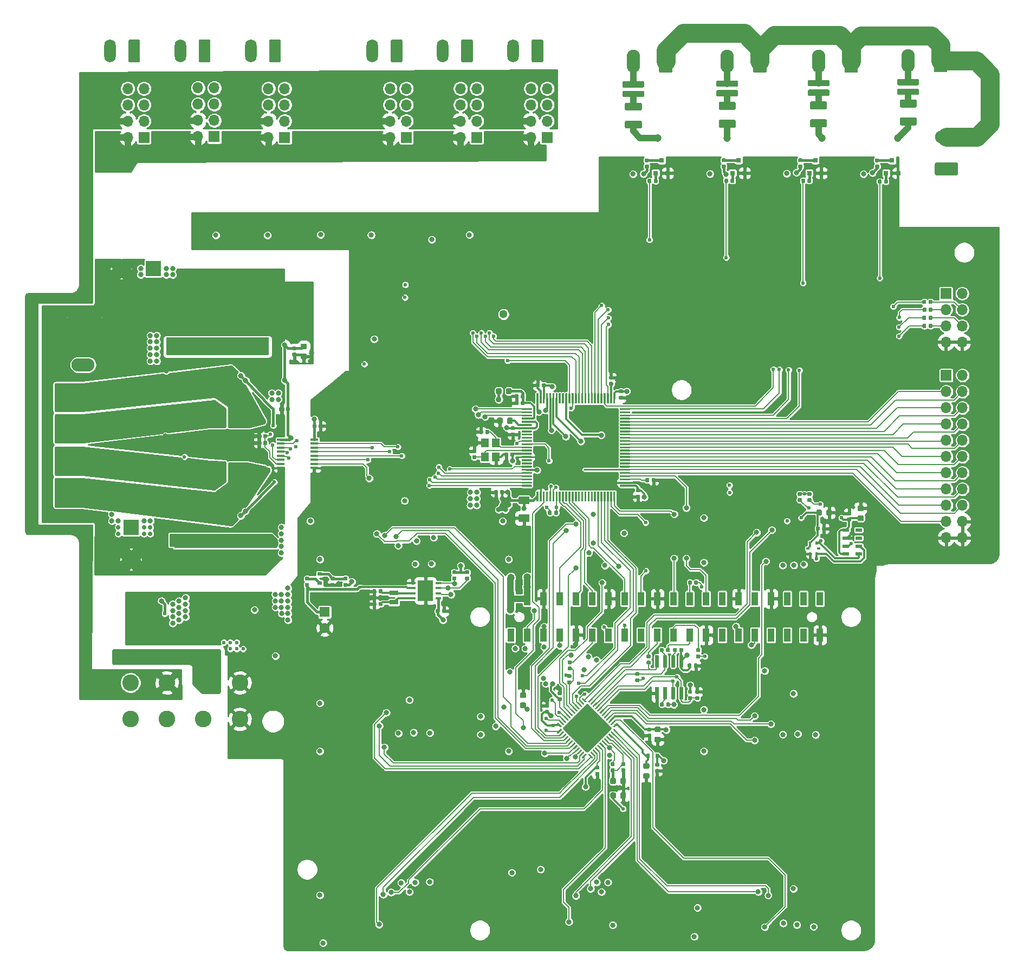
<source format=gbr>
G04 #@! TF.GenerationSoftware,KiCad,Pcbnew,5.1.5-52549c5~86~ubuntu16.04.1*
G04 #@! TF.CreationDate,2020-08-04T23:04:36-05:00*
G04 #@! TF.ProjectId,keep_breathing_ctrl,6b656570-5f62-4726-9561-7468696e675f,rev?*
G04 #@! TF.SameCoordinates,Original*
G04 #@! TF.FileFunction,Copper,L4,Bot*
G04 #@! TF.FilePolarity,Positive*
%FSLAX46Y46*%
G04 Gerber Fmt 4.6, Leading zero omitted, Abs format (unit mm)*
G04 Created by KiCad (PCBNEW 5.1.5-52549c5~86~ubuntu16.04.1) date 2020-08-04 23:04:36*
%MOMM*%
%LPD*%
G04 APERTURE LIST*
%ADD10C,0.100000*%
%ADD11R,1.700000X1.700000*%
%ADD12O,1.700000X1.700000*%
%ADD13C,2.600000*%
%ADD14O,3.600000X2.000000*%
%ADD15R,1.020000X2.100000*%
%ADD16R,0.800100X0.800100*%
%ADD17R,1.198880X1.399540*%
%ADD18O,2.080000X3.600000*%
%ADD19O,1.800000X3.600000*%
%ADD20O,3.600000X2.080000*%
%ADD21R,0.700000X0.600000*%
%ADD22R,0.600000X0.700000*%
%ADD23R,1.400000X0.750000*%
%ADD24C,1.600000*%
%ADD25R,1.600000X1.600000*%
%ADD26R,0.500000X0.350000*%
%ADD27R,0.350000X0.500000*%
%ADD28R,1.000000X0.550000*%
%ADD29R,1.200000X0.400000*%
%ADD30R,2.350000X3.250000*%
%ADD31R,0.950000X0.350000*%
%ADD32C,2.400000*%
%ADD33R,2.400000X2.400000*%
%ADD34R,2.080000X3.600000*%
%ADD35C,0.600000*%
%ADD36C,0.800000*%
%ADD37C,0.700000*%
%ADD38C,1.200000*%
%ADD39C,1.300000*%
%ADD40C,0.900000*%
%ADD41C,0.300000*%
%ADD42C,0.200000*%
%ADD43C,0.400000*%
%ADD44C,1.000000*%
%ADD45C,3.000000*%
%ADD46C,2.000000*%
%ADD47C,0.250000*%
%ADD48C,0.254000*%
G04 APERTURE END LIST*
G04 #@! TA.AperFunction,SMDPad,CuDef*
D10*
G36*
X124151874Y-134514578D02*
G01*
X124157941Y-134515478D01*
X124163891Y-134516968D01*
X124169666Y-134519035D01*
X124175210Y-134521657D01*
X124180471Y-134524810D01*
X124185398Y-134528464D01*
X124189942Y-134532583D01*
X124278330Y-134620971D01*
X124282449Y-134625515D01*
X124286103Y-134630442D01*
X124289256Y-134635703D01*
X124291878Y-134641247D01*
X124293945Y-134647022D01*
X124295435Y-134652972D01*
X124296335Y-134659039D01*
X124296636Y-134665165D01*
X124296335Y-134671291D01*
X124295435Y-134677358D01*
X124293945Y-134683308D01*
X124291878Y-134689083D01*
X124289256Y-134694627D01*
X124286103Y-134699888D01*
X124282449Y-134704815D01*
X124278330Y-134709359D01*
X123748000Y-135239689D01*
X123743456Y-135243808D01*
X123738529Y-135247462D01*
X123733268Y-135250615D01*
X123727724Y-135253237D01*
X123721949Y-135255304D01*
X123715999Y-135256794D01*
X123709932Y-135257694D01*
X123703806Y-135257995D01*
X123697680Y-135257694D01*
X123691613Y-135256794D01*
X123685663Y-135255304D01*
X123679888Y-135253237D01*
X123674344Y-135250615D01*
X123669083Y-135247462D01*
X123664156Y-135243808D01*
X123659612Y-135239689D01*
X123571224Y-135151301D01*
X123567105Y-135146757D01*
X123563451Y-135141830D01*
X123560298Y-135136569D01*
X123557676Y-135131025D01*
X123555609Y-135125250D01*
X123554119Y-135119300D01*
X123553219Y-135113233D01*
X123552918Y-135107107D01*
X123553219Y-135100981D01*
X123554119Y-135094914D01*
X123555609Y-135088964D01*
X123557676Y-135083189D01*
X123560298Y-135077645D01*
X123563451Y-135072384D01*
X123567105Y-135067457D01*
X123571224Y-135062913D01*
X124101554Y-134532583D01*
X124106098Y-134528464D01*
X124111025Y-134524810D01*
X124116286Y-134521657D01*
X124121830Y-134519035D01*
X124127605Y-134516968D01*
X124133555Y-134515478D01*
X124139622Y-134514578D01*
X124145748Y-134514277D01*
X124151874Y-134514578D01*
G37*
G04 #@! TD.AperFunction*
G04 #@! TA.AperFunction,SMDPad,CuDef*
G36*
X124505427Y-134868131D02*
G01*
X124511494Y-134869031D01*
X124517444Y-134870521D01*
X124523219Y-134872588D01*
X124528763Y-134875210D01*
X124534024Y-134878363D01*
X124538951Y-134882017D01*
X124543495Y-134886136D01*
X124631883Y-134974524D01*
X124636002Y-134979068D01*
X124639656Y-134983995D01*
X124642809Y-134989256D01*
X124645431Y-134994800D01*
X124647498Y-135000575D01*
X124648988Y-135006525D01*
X124649888Y-135012592D01*
X124650189Y-135018718D01*
X124649888Y-135024844D01*
X124648988Y-135030911D01*
X124647498Y-135036861D01*
X124645431Y-135042636D01*
X124642809Y-135048180D01*
X124639656Y-135053441D01*
X124636002Y-135058368D01*
X124631883Y-135062912D01*
X124101553Y-135593242D01*
X124097009Y-135597361D01*
X124092082Y-135601015D01*
X124086821Y-135604168D01*
X124081277Y-135606790D01*
X124075502Y-135608857D01*
X124069552Y-135610347D01*
X124063485Y-135611247D01*
X124057359Y-135611548D01*
X124051233Y-135611247D01*
X124045166Y-135610347D01*
X124039216Y-135608857D01*
X124033441Y-135606790D01*
X124027897Y-135604168D01*
X124022636Y-135601015D01*
X124017709Y-135597361D01*
X124013165Y-135593242D01*
X123924777Y-135504854D01*
X123920658Y-135500310D01*
X123917004Y-135495383D01*
X123913851Y-135490122D01*
X123911229Y-135484578D01*
X123909162Y-135478803D01*
X123907672Y-135472853D01*
X123906772Y-135466786D01*
X123906471Y-135460660D01*
X123906772Y-135454534D01*
X123907672Y-135448467D01*
X123909162Y-135442517D01*
X123911229Y-135436742D01*
X123913851Y-135431198D01*
X123917004Y-135425937D01*
X123920658Y-135421010D01*
X123924777Y-135416466D01*
X124455107Y-134886136D01*
X124459651Y-134882017D01*
X124464578Y-134878363D01*
X124469839Y-134875210D01*
X124475383Y-134872588D01*
X124481158Y-134870521D01*
X124487108Y-134869031D01*
X124493175Y-134868131D01*
X124499301Y-134867830D01*
X124505427Y-134868131D01*
G37*
G04 #@! TD.AperFunction*
G04 #@! TA.AperFunction,SMDPad,CuDef*
G36*
X124858981Y-135221685D02*
G01*
X124865048Y-135222585D01*
X124870998Y-135224075D01*
X124876773Y-135226142D01*
X124882317Y-135228764D01*
X124887578Y-135231917D01*
X124892505Y-135235571D01*
X124897049Y-135239690D01*
X124985437Y-135328078D01*
X124989556Y-135332622D01*
X124993210Y-135337549D01*
X124996363Y-135342810D01*
X124998985Y-135348354D01*
X125001052Y-135354129D01*
X125002542Y-135360079D01*
X125003442Y-135366146D01*
X125003743Y-135372272D01*
X125003442Y-135378398D01*
X125002542Y-135384465D01*
X125001052Y-135390415D01*
X124998985Y-135396190D01*
X124996363Y-135401734D01*
X124993210Y-135406995D01*
X124989556Y-135411922D01*
X124985437Y-135416466D01*
X124455107Y-135946796D01*
X124450563Y-135950915D01*
X124445636Y-135954569D01*
X124440375Y-135957722D01*
X124434831Y-135960344D01*
X124429056Y-135962411D01*
X124423106Y-135963901D01*
X124417039Y-135964801D01*
X124410913Y-135965102D01*
X124404787Y-135964801D01*
X124398720Y-135963901D01*
X124392770Y-135962411D01*
X124386995Y-135960344D01*
X124381451Y-135957722D01*
X124376190Y-135954569D01*
X124371263Y-135950915D01*
X124366719Y-135946796D01*
X124278331Y-135858408D01*
X124274212Y-135853864D01*
X124270558Y-135848937D01*
X124267405Y-135843676D01*
X124264783Y-135838132D01*
X124262716Y-135832357D01*
X124261226Y-135826407D01*
X124260326Y-135820340D01*
X124260025Y-135814214D01*
X124260326Y-135808088D01*
X124261226Y-135802021D01*
X124262716Y-135796071D01*
X124264783Y-135790296D01*
X124267405Y-135784752D01*
X124270558Y-135779491D01*
X124274212Y-135774564D01*
X124278331Y-135770020D01*
X124808661Y-135239690D01*
X124813205Y-135235571D01*
X124818132Y-135231917D01*
X124823393Y-135228764D01*
X124828937Y-135226142D01*
X124834712Y-135224075D01*
X124840662Y-135222585D01*
X124846729Y-135221685D01*
X124852855Y-135221384D01*
X124858981Y-135221685D01*
G37*
G04 #@! TD.AperFunction*
G04 #@! TA.AperFunction,SMDPad,CuDef*
G36*
X125212534Y-135575238D02*
G01*
X125218601Y-135576138D01*
X125224551Y-135577628D01*
X125230326Y-135579695D01*
X125235870Y-135582317D01*
X125241131Y-135585470D01*
X125246058Y-135589124D01*
X125250602Y-135593243D01*
X125338990Y-135681631D01*
X125343109Y-135686175D01*
X125346763Y-135691102D01*
X125349916Y-135696363D01*
X125352538Y-135701907D01*
X125354605Y-135707682D01*
X125356095Y-135713632D01*
X125356995Y-135719699D01*
X125357296Y-135725825D01*
X125356995Y-135731951D01*
X125356095Y-135738018D01*
X125354605Y-135743968D01*
X125352538Y-135749743D01*
X125349916Y-135755287D01*
X125346763Y-135760548D01*
X125343109Y-135765475D01*
X125338990Y-135770019D01*
X124808660Y-136300349D01*
X124804116Y-136304468D01*
X124799189Y-136308122D01*
X124793928Y-136311275D01*
X124788384Y-136313897D01*
X124782609Y-136315964D01*
X124776659Y-136317454D01*
X124770592Y-136318354D01*
X124764466Y-136318655D01*
X124758340Y-136318354D01*
X124752273Y-136317454D01*
X124746323Y-136315964D01*
X124740548Y-136313897D01*
X124735004Y-136311275D01*
X124729743Y-136308122D01*
X124724816Y-136304468D01*
X124720272Y-136300349D01*
X124631884Y-136211961D01*
X124627765Y-136207417D01*
X124624111Y-136202490D01*
X124620958Y-136197229D01*
X124618336Y-136191685D01*
X124616269Y-136185910D01*
X124614779Y-136179960D01*
X124613879Y-136173893D01*
X124613578Y-136167767D01*
X124613879Y-136161641D01*
X124614779Y-136155574D01*
X124616269Y-136149624D01*
X124618336Y-136143849D01*
X124620958Y-136138305D01*
X124624111Y-136133044D01*
X124627765Y-136128117D01*
X124631884Y-136123573D01*
X125162214Y-135593243D01*
X125166758Y-135589124D01*
X125171685Y-135585470D01*
X125176946Y-135582317D01*
X125182490Y-135579695D01*
X125188265Y-135577628D01*
X125194215Y-135576138D01*
X125200282Y-135575238D01*
X125206408Y-135574937D01*
X125212534Y-135575238D01*
G37*
G04 #@! TD.AperFunction*
G04 #@! TA.AperFunction,SMDPad,CuDef*
G36*
X125566087Y-135928791D02*
G01*
X125572154Y-135929691D01*
X125578104Y-135931181D01*
X125583879Y-135933248D01*
X125589423Y-135935870D01*
X125594684Y-135939023D01*
X125599611Y-135942677D01*
X125604155Y-135946796D01*
X125692543Y-136035184D01*
X125696662Y-136039728D01*
X125700316Y-136044655D01*
X125703469Y-136049916D01*
X125706091Y-136055460D01*
X125708158Y-136061235D01*
X125709648Y-136067185D01*
X125710548Y-136073252D01*
X125710849Y-136079378D01*
X125710548Y-136085504D01*
X125709648Y-136091571D01*
X125708158Y-136097521D01*
X125706091Y-136103296D01*
X125703469Y-136108840D01*
X125700316Y-136114101D01*
X125696662Y-136119028D01*
X125692543Y-136123572D01*
X125162213Y-136653902D01*
X125157669Y-136658021D01*
X125152742Y-136661675D01*
X125147481Y-136664828D01*
X125141937Y-136667450D01*
X125136162Y-136669517D01*
X125130212Y-136671007D01*
X125124145Y-136671907D01*
X125118019Y-136672208D01*
X125111893Y-136671907D01*
X125105826Y-136671007D01*
X125099876Y-136669517D01*
X125094101Y-136667450D01*
X125088557Y-136664828D01*
X125083296Y-136661675D01*
X125078369Y-136658021D01*
X125073825Y-136653902D01*
X124985437Y-136565514D01*
X124981318Y-136560970D01*
X124977664Y-136556043D01*
X124974511Y-136550782D01*
X124971889Y-136545238D01*
X124969822Y-136539463D01*
X124968332Y-136533513D01*
X124967432Y-136527446D01*
X124967131Y-136521320D01*
X124967432Y-136515194D01*
X124968332Y-136509127D01*
X124969822Y-136503177D01*
X124971889Y-136497402D01*
X124974511Y-136491858D01*
X124977664Y-136486597D01*
X124981318Y-136481670D01*
X124985437Y-136477126D01*
X125515767Y-135946796D01*
X125520311Y-135942677D01*
X125525238Y-135939023D01*
X125530499Y-135935870D01*
X125536043Y-135933248D01*
X125541818Y-135931181D01*
X125547768Y-135929691D01*
X125553835Y-135928791D01*
X125559961Y-135928490D01*
X125566087Y-135928791D01*
G37*
G04 #@! TD.AperFunction*
G04 #@! TA.AperFunction,SMDPad,CuDef*
G36*
X125919641Y-136282345D02*
G01*
X125925708Y-136283245D01*
X125931658Y-136284735D01*
X125937433Y-136286802D01*
X125942977Y-136289424D01*
X125948238Y-136292577D01*
X125953165Y-136296231D01*
X125957709Y-136300350D01*
X126046097Y-136388738D01*
X126050216Y-136393282D01*
X126053870Y-136398209D01*
X126057023Y-136403470D01*
X126059645Y-136409014D01*
X126061712Y-136414789D01*
X126063202Y-136420739D01*
X126064102Y-136426806D01*
X126064403Y-136432932D01*
X126064102Y-136439058D01*
X126063202Y-136445125D01*
X126061712Y-136451075D01*
X126059645Y-136456850D01*
X126057023Y-136462394D01*
X126053870Y-136467655D01*
X126050216Y-136472582D01*
X126046097Y-136477126D01*
X125515767Y-137007456D01*
X125511223Y-137011575D01*
X125506296Y-137015229D01*
X125501035Y-137018382D01*
X125495491Y-137021004D01*
X125489716Y-137023071D01*
X125483766Y-137024561D01*
X125477699Y-137025461D01*
X125471573Y-137025762D01*
X125465447Y-137025461D01*
X125459380Y-137024561D01*
X125453430Y-137023071D01*
X125447655Y-137021004D01*
X125442111Y-137018382D01*
X125436850Y-137015229D01*
X125431923Y-137011575D01*
X125427379Y-137007456D01*
X125338991Y-136919068D01*
X125334872Y-136914524D01*
X125331218Y-136909597D01*
X125328065Y-136904336D01*
X125325443Y-136898792D01*
X125323376Y-136893017D01*
X125321886Y-136887067D01*
X125320986Y-136881000D01*
X125320685Y-136874874D01*
X125320986Y-136868748D01*
X125321886Y-136862681D01*
X125323376Y-136856731D01*
X125325443Y-136850956D01*
X125328065Y-136845412D01*
X125331218Y-136840151D01*
X125334872Y-136835224D01*
X125338991Y-136830680D01*
X125869321Y-136300350D01*
X125873865Y-136296231D01*
X125878792Y-136292577D01*
X125884053Y-136289424D01*
X125889597Y-136286802D01*
X125895372Y-136284735D01*
X125901322Y-136283245D01*
X125907389Y-136282345D01*
X125913515Y-136282044D01*
X125919641Y-136282345D01*
G37*
G04 #@! TD.AperFunction*
G04 #@! TA.AperFunction,SMDPad,CuDef*
G36*
X126273194Y-136635898D02*
G01*
X126279261Y-136636798D01*
X126285211Y-136638288D01*
X126290986Y-136640355D01*
X126296530Y-136642977D01*
X126301791Y-136646130D01*
X126306718Y-136649784D01*
X126311262Y-136653903D01*
X126399650Y-136742291D01*
X126403769Y-136746835D01*
X126407423Y-136751762D01*
X126410576Y-136757023D01*
X126413198Y-136762567D01*
X126415265Y-136768342D01*
X126416755Y-136774292D01*
X126417655Y-136780359D01*
X126417956Y-136786485D01*
X126417655Y-136792611D01*
X126416755Y-136798678D01*
X126415265Y-136804628D01*
X126413198Y-136810403D01*
X126410576Y-136815947D01*
X126407423Y-136821208D01*
X126403769Y-136826135D01*
X126399650Y-136830679D01*
X125869320Y-137361009D01*
X125864776Y-137365128D01*
X125859849Y-137368782D01*
X125854588Y-137371935D01*
X125849044Y-137374557D01*
X125843269Y-137376624D01*
X125837319Y-137378114D01*
X125831252Y-137379014D01*
X125825126Y-137379315D01*
X125819000Y-137379014D01*
X125812933Y-137378114D01*
X125806983Y-137376624D01*
X125801208Y-137374557D01*
X125795664Y-137371935D01*
X125790403Y-137368782D01*
X125785476Y-137365128D01*
X125780932Y-137361009D01*
X125692544Y-137272621D01*
X125688425Y-137268077D01*
X125684771Y-137263150D01*
X125681618Y-137257889D01*
X125678996Y-137252345D01*
X125676929Y-137246570D01*
X125675439Y-137240620D01*
X125674539Y-137234553D01*
X125674238Y-137228427D01*
X125674539Y-137222301D01*
X125675439Y-137216234D01*
X125676929Y-137210284D01*
X125678996Y-137204509D01*
X125681618Y-137198965D01*
X125684771Y-137193704D01*
X125688425Y-137188777D01*
X125692544Y-137184233D01*
X126222874Y-136653903D01*
X126227418Y-136649784D01*
X126232345Y-136646130D01*
X126237606Y-136642977D01*
X126243150Y-136640355D01*
X126248925Y-136638288D01*
X126254875Y-136636798D01*
X126260942Y-136635898D01*
X126267068Y-136635597D01*
X126273194Y-136635898D01*
G37*
G04 #@! TD.AperFunction*
G04 #@! TA.AperFunction,SMDPad,CuDef*
G36*
X126626748Y-136989452D02*
G01*
X126632815Y-136990352D01*
X126638765Y-136991842D01*
X126644540Y-136993909D01*
X126650084Y-136996531D01*
X126655345Y-136999684D01*
X126660272Y-137003338D01*
X126664816Y-137007457D01*
X126753204Y-137095845D01*
X126757323Y-137100389D01*
X126760977Y-137105316D01*
X126764130Y-137110577D01*
X126766752Y-137116121D01*
X126768819Y-137121896D01*
X126770309Y-137127846D01*
X126771209Y-137133913D01*
X126771510Y-137140039D01*
X126771209Y-137146165D01*
X126770309Y-137152232D01*
X126768819Y-137158182D01*
X126766752Y-137163957D01*
X126764130Y-137169501D01*
X126760977Y-137174762D01*
X126757323Y-137179689D01*
X126753204Y-137184233D01*
X126222874Y-137714563D01*
X126218330Y-137718682D01*
X126213403Y-137722336D01*
X126208142Y-137725489D01*
X126202598Y-137728111D01*
X126196823Y-137730178D01*
X126190873Y-137731668D01*
X126184806Y-137732568D01*
X126178680Y-137732869D01*
X126172554Y-137732568D01*
X126166487Y-137731668D01*
X126160537Y-137730178D01*
X126154762Y-137728111D01*
X126149218Y-137725489D01*
X126143957Y-137722336D01*
X126139030Y-137718682D01*
X126134486Y-137714563D01*
X126046098Y-137626175D01*
X126041979Y-137621631D01*
X126038325Y-137616704D01*
X126035172Y-137611443D01*
X126032550Y-137605899D01*
X126030483Y-137600124D01*
X126028993Y-137594174D01*
X126028093Y-137588107D01*
X126027792Y-137581981D01*
X126028093Y-137575855D01*
X126028993Y-137569788D01*
X126030483Y-137563838D01*
X126032550Y-137558063D01*
X126035172Y-137552519D01*
X126038325Y-137547258D01*
X126041979Y-137542331D01*
X126046098Y-137537787D01*
X126576428Y-137007457D01*
X126580972Y-137003338D01*
X126585899Y-136999684D01*
X126591160Y-136996531D01*
X126596704Y-136993909D01*
X126602479Y-136991842D01*
X126608429Y-136990352D01*
X126614496Y-136989452D01*
X126620622Y-136989151D01*
X126626748Y-136989452D01*
G37*
G04 #@! TD.AperFunction*
G04 #@! TA.AperFunction,SMDPad,CuDef*
G36*
X126980301Y-137343005D02*
G01*
X126986368Y-137343905D01*
X126992318Y-137345395D01*
X126998093Y-137347462D01*
X127003637Y-137350084D01*
X127008898Y-137353237D01*
X127013825Y-137356891D01*
X127018369Y-137361010D01*
X127106757Y-137449398D01*
X127110876Y-137453942D01*
X127114530Y-137458869D01*
X127117683Y-137464130D01*
X127120305Y-137469674D01*
X127122372Y-137475449D01*
X127123862Y-137481399D01*
X127124762Y-137487466D01*
X127125063Y-137493592D01*
X127124762Y-137499718D01*
X127123862Y-137505785D01*
X127122372Y-137511735D01*
X127120305Y-137517510D01*
X127117683Y-137523054D01*
X127114530Y-137528315D01*
X127110876Y-137533242D01*
X127106757Y-137537786D01*
X126576427Y-138068116D01*
X126571883Y-138072235D01*
X126566956Y-138075889D01*
X126561695Y-138079042D01*
X126556151Y-138081664D01*
X126550376Y-138083731D01*
X126544426Y-138085221D01*
X126538359Y-138086121D01*
X126532233Y-138086422D01*
X126526107Y-138086121D01*
X126520040Y-138085221D01*
X126514090Y-138083731D01*
X126508315Y-138081664D01*
X126502771Y-138079042D01*
X126497510Y-138075889D01*
X126492583Y-138072235D01*
X126488039Y-138068116D01*
X126399651Y-137979728D01*
X126395532Y-137975184D01*
X126391878Y-137970257D01*
X126388725Y-137964996D01*
X126386103Y-137959452D01*
X126384036Y-137953677D01*
X126382546Y-137947727D01*
X126381646Y-137941660D01*
X126381345Y-137935534D01*
X126381646Y-137929408D01*
X126382546Y-137923341D01*
X126384036Y-137917391D01*
X126386103Y-137911616D01*
X126388725Y-137906072D01*
X126391878Y-137900811D01*
X126395532Y-137895884D01*
X126399651Y-137891340D01*
X126929981Y-137361010D01*
X126934525Y-137356891D01*
X126939452Y-137353237D01*
X126944713Y-137350084D01*
X126950257Y-137347462D01*
X126956032Y-137345395D01*
X126961982Y-137343905D01*
X126968049Y-137343005D01*
X126974175Y-137342704D01*
X126980301Y-137343005D01*
G37*
G04 #@! TD.AperFunction*
G04 #@! TA.AperFunction,SMDPad,CuDef*
G36*
X127333854Y-137696558D02*
G01*
X127339921Y-137697458D01*
X127345871Y-137698948D01*
X127351646Y-137701015D01*
X127357190Y-137703637D01*
X127362451Y-137706790D01*
X127367378Y-137710444D01*
X127371922Y-137714563D01*
X127460310Y-137802951D01*
X127464429Y-137807495D01*
X127468083Y-137812422D01*
X127471236Y-137817683D01*
X127473858Y-137823227D01*
X127475925Y-137829002D01*
X127477415Y-137834952D01*
X127478315Y-137841019D01*
X127478616Y-137847145D01*
X127478315Y-137853271D01*
X127477415Y-137859338D01*
X127475925Y-137865288D01*
X127473858Y-137871063D01*
X127471236Y-137876607D01*
X127468083Y-137881868D01*
X127464429Y-137886795D01*
X127460310Y-137891339D01*
X126929980Y-138421669D01*
X126925436Y-138425788D01*
X126920509Y-138429442D01*
X126915248Y-138432595D01*
X126909704Y-138435217D01*
X126903929Y-138437284D01*
X126897979Y-138438774D01*
X126891912Y-138439674D01*
X126885786Y-138439975D01*
X126879660Y-138439674D01*
X126873593Y-138438774D01*
X126867643Y-138437284D01*
X126861868Y-138435217D01*
X126856324Y-138432595D01*
X126851063Y-138429442D01*
X126846136Y-138425788D01*
X126841592Y-138421669D01*
X126753204Y-138333281D01*
X126749085Y-138328737D01*
X126745431Y-138323810D01*
X126742278Y-138318549D01*
X126739656Y-138313005D01*
X126737589Y-138307230D01*
X126736099Y-138301280D01*
X126735199Y-138295213D01*
X126734898Y-138289087D01*
X126735199Y-138282961D01*
X126736099Y-138276894D01*
X126737589Y-138270944D01*
X126739656Y-138265169D01*
X126742278Y-138259625D01*
X126745431Y-138254364D01*
X126749085Y-138249437D01*
X126753204Y-138244893D01*
X127283534Y-137714563D01*
X127288078Y-137710444D01*
X127293005Y-137706790D01*
X127298266Y-137703637D01*
X127303810Y-137701015D01*
X127309585Y-137698948D01*
X127315535Y-137697458D01*
X127321602Y-137696558D01*
X127327728Y-137696257D01*
X127333854Y-137696558D01*
G37*
G04 #@! TD.AperFunction*
G04 #@! TA.AperFunction,SMDPad,CuDef*
G36*
X127687408Y-138050112D02*
G01*
X127693475Y-138051012D01*
X127699425Y-138052502D01*
X127705200Y-138054569D01*
X127710744Y-138057191D01*
X127716005Y-138060344D01*
X127720932Y-138063998D01*
X127725476Y-138068117D01*
X127813864Y-138156505D01*
X127817983Y-138161049D01*
X127821637Y-138165976D01*
X127824790Y-138171237D01*
X127827412Y-138176781D01*
X127829479Y-138182556D01*
X127830969Y-138188506D01*
X127831869Y-138194573D01*
X127832170Y-138200699D01*
X127831869Y-138206825D01*
X127830969Y-138212892D01*
X127829479Y-138218842D01*
X127827412Y-138224617D01*
X127824790Y-138230161D01*
X127821637Y-138235422D01*
X127817983Y-138240349D01*
X127813864Y-138244893D01*
X127283534Y-138775223D01*
X127278990Y-138779342D01*
X127274063Y-138782996D01*
X127268802Y-138786149D01*
X127263258Y-138788771D01*
X127257483Y-138790838D01*
X127251533Y-138792328D01*
X127245466Y-138793228D01*
X127239340Y-138793529D01*
X127233214Y-138793228D01*
X127227147Y-138792328D01*
X127221197Y-138790838D01*
X127215422Y-138788771D01*
X127209878Y-138786149D01*
X127204617Y-138782996D01*
X127199690Y-138779342D01*
X127195146Y-138775223D01*
X127106758Y-138686835D01*
X127102639Y-138682291D01*
X127098985Y-138677364D01*
X127095832Y-138672103D01*
X127093210Y-138666559D01*
X127091143Y-138660784D01*
X127089653Y-138654834D01*
X127088753Y-138648767D01*
X127088452Y-138642641D01*
X127088753Y-138636515D01*
X127089653Y-138630448D01*
X127091143Y-138624498D01*
X127093210Y-138618723D01*
X127095832Y-138613179D01*
X127098985Y-138607918D01*
X127102639Y-138602991D01*
X127106758Y-138598447D01*
X127637088Y-138068117D01*
X127641632Y-138063998D01*
X127646559Y-138060344D01*
X127651820Y-138057191D01*
X127657364Y-138054569D01*
X127663139Y-138052502D01*
X127669089Y-138051012D01*
X127675156Y-138050112D01*
X127681282Y-138049811D01*
X127687408Y-138050112D01*
G37*
G04 #@! TD.AperFunction*
G04 #@! TA.AperFunction,SMDPad,CuDef*
G36*
X128040961Y-138403665D02*
G01*
X128047028Y-138404565D01*
X128052978Y-138406055D01*
X128058753Y-138408122D01*
X128064297Y-138410744D01*
X128069558Y-138413897D01*
X128074485Y-138417551D01*
X128079029Y-138421670D01*
X128167417Y-138510058D01*
X128171536Y-138514602D01*
X128175190Y-138519529D01*
X128178343Y-138524790D01*
X128180965Y-138530334D01*
X128183032Y-138536109D01*
X128184522Y-138542059D01*
X128185422Y-138548126D01*
X128185723Y-138554252D01*
X128185422Y-138560378D01*
X128184522Y-138566445D01*
X128183032Y-138572395D01*
X128180965Y-138578170D01*
X128178343Y-138583714D01*
X128175190Y-138588975D01*
X128171536Y-138593902D01*
X128167417Y-138598446D01*
X127637087Y-139128776D01*
X127632543Y-139132895D01*
X127627616Y-139136549D01*
X127622355Y-139139702D01*
X127616811Y-139142324D01*
X127611036Y-139144391D01*
X127605086Y-139145881D01*
X127599019Y-139146781D01*
X127592893Y-139147082D01*
X127586767Y-139146781D01*
X127580700Y-139145881D01*
X127574750Y-139144391D01*
X127568975Y-139142324D01*
X127563431Y-139139702D01*
X127558170Y-139136549D01*
X127553243Y-139132895D01*
X127548699Y-139128776D01*
X127460311Y-139040388D01*
X127456192Y-139035844D01*
X127452538Y-139030917D01*
X127449385Y-139025656D01*
X127446763Y-139020112D01*
X127444696Y-139014337D01*
X127443206Y-139008387D01*
X127442306Y-139002320D01*
X127442005Y-138996194D01*
X127442306Y-138990068D01*
X127443206Y-138984001D01*
X127444696Y-138978051D01*
X127446763Y-138972276D01*
X127449385Y-138966732D01*
X127452538Y-138961471D01*
X127456192Y-138956544D01*
X127460311Y-138952000D01*
X127990641Y-138421670D01*
X127995185Y-138417551D01*
X128000112Y-138413897D01*
X128005373Y-138410744D01*
X128010917Y-138408122D01*
X128016692Y-138406055D01*
X128022642Y-138404565D01*
X128028709Y-138403665D01*
X128034835Y-138403364D01*
X128040961Y-138403665D01*
G37*
G04 #@! TD.AperFunction*
G04 #@! TA.AperFunction,SMDPad,CuDef*
G36*
X128571291Y-138403665D02*
G01*
X128577358Y-138404565D01*
X128583308Y-138406055D01*
X128589083Y-138408122D01*
X128594627Y-138410744D01*
X128599888Y-138413897D01*
X128604815Y-138417551D01*
X128609359Y-138421670D01*
X129139689Y-138952000D01*
X129143808Y-138956544D01*
X129147462Y-138961471D01*
X129150615Y-138966732D01*
X129153237Y-138972276D01*
X129155304Y-138978051D01*
X129156794Y-138984001D01*
X129157694Y-138990068D01*
X129157995Y-138996194D01*
X129157694Y-139002320D01*
X129156794Y-139008387D01*
X129155304Y-139014337D01*
X129153237Y-139020112D01*
X129150615Y-139025656D01*
X129147462Y-139030917D01*
X129143808Y-139035844D01*
X129139689Y-139040388D01*
X129051301Y-139128776D01*
X129046757Y-139132895D01*
X129041830Y-139136549D01*
X129036569Y-139139702D01*
X129031025Y-139142324D01*
X129025250Y-139144391D01*
X129019300Y-139145881D01*
X129013233Y-139146781D01*
X129007107Y-139147082D01*
X129000981Y-139146781D01*
X128994914Y-139145881D01*
X128988964Y-139144391D01*
X128983189Y-139142324D01*
X128977645Y-139139702D01*
X128972384Y-139136549D01*
X128967457Y-139132895D01*
X128962913Y-139128776D01*
X128432583Y-138598446D01*
X128428464Y-138593902D01*
X128424810Y-138588975D01*
X128421657Y-138583714D01*
X128419035Y-138578170D01*
X128416968Y-138572395D01*
X128415478Y-138566445D01*
X128414578Y-138560378D01*
X128414277Y-138554252D01*
X128414578Y-138548126D01*
X128415478Y-138542059D01*
X128416968Y-138536109D01*
X128419035Y-138530334D01*
X128421657Y-138524790D01*
X128424810Y-138519529D01*
X128428464Y-138514602D01*
X128432583Y-138510058D01*
X128520971Y-138421670D01*
X128525515Y-138417551D01*
X128530442Y-138413897D01*
X128535703Y-138410744D01*
X128541247Y-138408122D01*
X128547022Y-138406055D01*
X128552972Y-138404565D01*
X128559039Y-138403665D01*
X128565165Y-138403364D01*
X128571291Y-138403665D01*
G37*
G04 #@! TD.AperFunction*
G04 #@! TA.AperFunction,SMDPad,CuDef*
G36*
X128924844Y-138050112D02*
G01*
X128930911Y-138051012D01*
X128936861Y-138052502D01*
X128942636Y-138054569D01*
X128948180Y-138057191D01*
X128953441Y-138060344D01*
X128958368Y-138063998D01*
X128962912Y-138068117D01*
X129493242Y-138598447D01*
X129497361Y-138602991D01*
X129501015Y-138607918D01*
X129504168Y-138613179D01*
X129506790Y-138618723D01*
X129508857Y-138624498D01*
X129510347Y-138630448D01*
X129511247Y-138636515D01*
X129511548Y-138642641D01*
X129511247Y-138648767D01*
X129510347Y-138654834D01*
X129508857Y-138660784D01*
X129506790Y-138666559D01*
X129504168Y-138672103D01*
X129501015Y-138677364D01*
X129497361Y-138682291D01*
X129493242Y-138686835D01*
X129404854Y-138775223D01*
X129400310Y-138779342D01*
X129395383Y-138782996D01*
X129390122Y-138786149D01*
X129384578Y-138788771D01*
X129378803Y-138790838D01*
X129372853Y-138792328D01*
X129366786Y-138793228D01*
X129360660Y-138793529D01*
X129354534Y-138793228D01*
X129348467Y-138792328D01*
X129342517Y-138790838D01*
X129336742Y-138788771D01*
X129331198Y-138786149D01*
X129325937Y-138782996D01*
X129321010Y-138779342D01*
X129316466Y-138775223D01*
X128786136Y-138244893D01*
X128782017Y-138240349D01*
X128778363Y-138235422D01*
X128775210Y-138230161D01*
X128772588Y-138224617D01*
X128770521Y-138218842D01*
X128769031Y-138212892D01*
X128768131Y-138206825D01*
X128767830Y-138200699D01*
X128768131Y-138194573D01*
X128769031Y-138188506D01*
X128770521Y-138182556D01*
X128772588Y-138176781D01*
X128775210Y-138171237D01*
X128778363Y-138165976D01*
X128782017Y-138161049D01*
X128786136Y-138156505D01*
X128874524Y-138068117D01*
X128879068Y-138063998D01*
X128883995Y-138060344D01*
X128889256Y-138057191D01*
X128894800Y-138054569D01*
X128900575Y-138052502D01*
X128906525Y-138051012D01*
X128912592Y-138050112D01*
X128918718Y-138049811D01*
X128924844Y-138050112D01*
G37*
G04 #@! TD.AperFunction*
G04 #@! TA.AperFunction,SMDPad,CuDef*
G36*
X129278398Y-137696558D02*
G01*
X129284465Y-137697458D01*
X129290415Y-137698948D01*
X129296190Y-137701015D01*
X129301734Y-137703637D01*
X129306995Y-137706790D01*
X129311922Y-137710444D01*
X129316466Y-137714563D01*
X129846796Y-138244893D01*
X129850915Y-138249437D01*
X129854569Y-138254364D01*
X129857722Y-138259625D01*
X129860344Y-138265169D01*
X129862411Y-138270944D01*
X129863901Y-138276894D01*
X129864801Y-138282961D01*
X129865102Y-138289087D01*
X129864801Y-138295213D01*
X129863901Y-138301280D01*
X129862411Y-138307230D01*
X129860344Y-138313005D01*
X129857722Y-138318549D01*
X129854569Y-138323810D01*
X129850915Y-138328737D01*
X129846796Y-138333281D01*
X129758408Y-138421669D01*
X129753864Y-138425788D01*
X129748937Y-138429442D01*
X129743676Y-138432595D01*
X129738132Y-138435217D01*
X129732357Y-138437284D01*
X129726407Y-138438774D01*
X129720340Y-138439674D01*
X129714214Y-138439975D01*
X129708088Y-138439674D01*
X129702021Y-138438774D01*
X129696071Y-138437284D01*
X129690296Y-138435217D01*
X129684752Y-138432595D01*
X129679491Y-138429442D01*
X129674564Y-138425788D01*
X129670020Y-138421669D01*
X129139690Y-137891339D01*
X129135571Y-137886795D01*
X129131917Y-137881868D01*
X129128764Y-137876607D01*
X129126142Y-137871063D01*
X129124075Y-137865288D01*
X129122585Y-137859338D01*
X129121685Y-137853271D01*
X129121384Y-137847145D01*
X129121685Y-137841019D01*
X129122585Y-137834952D01*
X129124075Y-137829002D01*
X129126142Y-137823227D01*
X129128764Y-137817683D01*
X129131917Y-137812422D01*
X129135571Y-137807495D01*
X129139690Y-137802951D01*
X129228078Y-137714563D01*
X129232622Y-137710444D01*
X129237549Y-137706790D01*
X129242810Y-137703637D01*
X129248354Y-137701015D01*
X129254129Y-137698948D01*
X129260079Y-137697458D01*
X129266146Y-137696558D01*
X129272272Y-137696257D01*
X129278398Y-137696558D01*
G37*
G04 #@! TD.AperFunction*
G04 #@! TA.AperFunction,SMDPad,CuDef*
G36*
X129631951Y-137343005D02*
G01*
X129638018Y-137343905D01*
X129643968Y-137345395D01*
X129649743Y-137347462D01*
X129655287Y-137350084D01*
X129660548Y-137353237D01*
X129665475Y-137356891D01*
X129670019Y-137361010D01*
X130200349Y-137891340D01*
X130204468Y-137895884D01*
X130208122Y-137900811D01*
X130211275Y-137906072D01*
X130213897Y-137911616D01*
X130215964Y-137917391D01*
X130217454Y-137923341D01*
X130218354Y-137929408D01*
X130218655Y-137935534D01*
X130218354Y-137941660D01*
X130217454Y-137947727D01*
X130215964Y-137953677D01*
X130213897Y-137959452D01*
X130211275Y-137964996D01*
X130208122Y-137970257D01*
X130204468Y-137975184D01*
X130200349Y-137979728D01*
X130111961Y-138068116D01*
X130107417Y-138072235D01*
X130102490Y-138075889D01*
X130097229Y-138079042D01*
X130091685Y-138081664D01*
X130085910Y-138083731D01*
X130079960Y-138085221D01*
X130073893Y-138086121D01*
X130067767Y-138086422D01*
X130061641Y-138086121D01*
X130055574Y-138085221D01*
X130049624Y-138083731D01*
X130043849Y-138081664D01*
X130038305Y-138079042D01*
X130033044Y-138075889D01*
X130028117Y-138072235D01*
X130023573Y-138068116D01*
X129493243Y-137537786D01*
X129489124Y-137533242D01*
X129485470Y-137528315D01*
X129482317Y-137523054D01*
X129479695Y-137517510D01*
X129477628Y-137511735D01*
X129476138Y-137505785D01*
X129475238Y-137499718D01*
X129474937Y-137493592D01*
X129475238Y-137487466D01*
X129476138Y-137481399D01*
X129477628Y-137475449D01*
X129479695Y-137469674D01*
X129482317Y-137464130D01*
X129485470Y-137458869D01*
X129489124Y-137453942D01*
X129493243Y-137449398D01*
X129581631Y-137361010D01*
X129586175Y-137356891D01*
X129591102Y-137353237D01*
X129596363Y-137350084D01*
X129601907Y-137347462D01*
X129607682Y-137345395D01*
X129613632Y-137343905D01*
X129619699Y-137343005D01*
X129625825Y-137342704D01*
X129631951Y-137343005D01*
G37*
G04 #@! TD.AperFunction*
G04 #@! TA.AperFunction,SMDPad,CuDef*
G36*
X129985504Y-136989452D02*
G01*
X129991571Y-136990352D01*
X129997521Y-136991842D01*
X130003296Y-136993909D01*
X130008840Y-136996531D01*
X130014101Y-136999684D01*
X130019028Y-137003338D01*
X130023572Y-137007457D01*
X130553902Y-137537787D01*
X130558021Y-137542331D01*
X130561675Y-137547258D01*
X130564828Y-137552519D01*
X130567450Y-137558063D01*
X130569517Y-137563838D01*
X130571007Y-137569788D01*
X130571907Y-137575855D01*
X130572208Y-137581981D01*
X130571907Y-137588107D01*
X130571007Y-137594174D01*
X130569517Y-137600124D01*
X130567450Y-137605899D01*
X130564828Y-137611443D01*
X130561675Y-137616704D01*
X130558021Y-137621631D01*
X130553902Y-137626175D01*
X130465514Y-137714563D01*
X130460970Y-137718682D01*
X130456043Y-137722336D01*
X130450782Y-137725489D01*
X130445238Y-137728111D01*
X130439463Y-137730178D01*
X130433513Y-137731668D01*
X130427446Y-137732568D01*
X130421320Y-137732869D01*
X130415194Y-137732568D01*
X130409127Y-137731668D01*
X130403177Y-137730178D01*
X130397402Y-137728111D01*
X130391858Y-137725489D01*
X130386597Y-137722336D01*
X130381670Y-137718682D01*
X130377126Y-137714563D01*
X129846796Y-137184233D01*
X129842677Y-137179689D01*
X129839023Y-137174762D01*
X129835870Y-137169501D01*
X129833248Y-137163957D01*
X129831181Y-137158182D01*
X129829691Y-137152232D01*
X129828791Y-137146165D01*
X129828490Y-137140039D01*
X129828791Y-137133913D01*
X129829691Y-137127846D01*
X129831181Y-137121896D01*
X129833248Y-137116121D01*
X129835870Y-137110577D01*
X129839023Y-137105316D01*
X129842677Y-137100389D01*
X129846796Y-137095845D01*
X129935184Y-137007457D01*
X129939728Y-137003338D01*
X129944655Y-136999684D01*
X129949916Y-136996531D01*
X129955460Y-136993909D01*
X129961235Y-136991842D01*
X129967185Y-136990352D01*
X129973252Y-136989452D01*
X129979378Y-136989151D01*
X129985504Y-136989452D01*
G37*
G04 #@! TD.AperFunction*
G04 #@! TA.AperFunction,SMDPad,CuDef*
G36*
X130339058Y-136635898D02*
G01*
X130345125Y-136636798D01*
X130351075Y-136638288D01*
X130356850Y-136640355D01*
X130362394Y-136642977D01*
X130367655Y-136646130D01*
X130372582Y-136649784D01*
X130377126Y-136653903D01*
X130907456Y-137184233D01*
X130911575Y-137188777D01*
X130915229Y-137193704D01*
X130918382Y-137198965D01*
X130921004Y-137204509D01*
X130923071Y-137210284D01*
X130924561Y-137216234D01*
X130925461Y-137222301D01*
X130925762Y-137228427D01*
X130925461Y-137234553D01*
X130924561Y-137240620D01*
X130923071Y-137246570D01*
X130921004Y-137252345D01*
X130918382Y-137257889D01*
X130915229Y-137263150D01*
X130911575Y-137268077D01*
X130907456Y-137272621D01*
X130819068Y-137361009D01*
X130814524Y-137365128D01*
X130809597Y-137368782D01*
X130804336Y-137371935D01*
X130798792Y-137374557D01*
X130793017Y-137376624D01*
X130787067Y-137378114D01*
X130781000Y-137379014D01*
X130774874Y-137379315D01*
X130768748Y-137379014D01*
X130762681Y-137378114D01*
X130756731Y-137376624D01*
X130750956Y-137374557D01*
X130745412Y-137371935D01*
X130740151Y-137368782D01*
X130735224Y-137365128D01*
X130730680Y-137361009D01*
X130200350Y-136830679D01*
X130196231Y-136826135D01*
X130192577Y-136821208D01*
X130189424Y-136815947D01*
X130186802Y-136810403D01*
X130184735Y-136804628D01*
X130183245Y-136798678D01*
X130182345Y-136792611D01*
X130182044Y-136786485D01*
X130182345Y-136780359D01*
X130183245Y-136774292D01*
X130184735Y-136768342D01*
X130186802Y-136762567D01*
X130189424Y-136757023D01*
X130192577Y-136751762D01*
X130196231Y-136746835D01*
X130200350Y-136742291D01*
X130288738Y-136653903D01*
X130293282Y-136649784D01*
X130298209Y-136646130D01*
X130303470Y-136642977D01*
X130309014Y-136640355D01*
X130314789Y-136638288D01*
X130320739Y-136636798D01*
X130326806Y-136635898D01*
X130332932Y-136635597D01*
X130339058Y-136635898D01*
G37*
G04 #@! TD.AperFunction*
G04 #@! TA.AperFunction,SMDPad,CuDef*
G36*
X130692611Y-136282345D02*
G01*
X130698678Y-136283245D01*
X130704628Y-136284735D01*
X130710403Y-136286802D01*
X130715947Y-136289424D01*
X130721208Y-136292577D01*
X130726135Y-136296231D01*
X130730679Y-136300350D01*
X131261009Y-136830680D01*
X131265128Y-136835224D01*
X131268782Y-136840151D01*
X131271935Y-136845412D01*
X131274557Y-136850956D01*
X131276624Y-136856731D01*
X131278114Y-136862681D01*
X131279014Y-136868748D01*
X131279315Y-136874874D01*
X131279014Y-136881000D01*
X131278114Y-136887067D01*
X131276624Y-136893017D01*
X131274557Y-136898792D01*
X131271935Y-136904336D01*
X131268782Y-136909597D01*
X131265128Y-136914524D01*
X131261009Y-136919068D01*
X131172621Y-137007456D01*
X131168077Y-137011575D01*
X131163150Y-137015229D01*
X131157889Y-137018382D01*
X131152345Y-137021004D01*
X131146570Y-137023071D01*
X131140620Y-137024561D01*
X131134553Y-137025461D01*
X131128427Y-137025762D01*
X131122301Y-137025461D01*
X131116234Y-137024561D01*
X131110284Y-137023071D01*
X131104509Y-137021004D01*
X131098965Y-137018382D01*
X131093704Y-137015229D01*
X131088777Y-137011575D01*
X131084233Y-137007456D01*
X130553903Y-136477126D01*
X130549784Y-136472582D01*
X130546130Y-136467655D01*
X130542977Y-136462394D01*
X130540355Y-136456850D01*
X130538288Y-136451075D01*
X130536798Y-136445125D01*
X130535898Y-136439058D01*
X130535597Y-136432932D01*
X130535898Y-136426806D01*
X130536798Y-136420739D01*
X130538288Y-136414789D01*
X130540355Y-136409014D01*
X130542977Y-136403470D01*
X130546130Y-136398209D01*
X130549784Y-136393282D01*
X130553903Y-136388738D01*
X130642291Y-136300350D01*
X130646835Y-136296231D01*
X130651762Y-136292577D01*
X130657023Y-136289424D01*
X130662567Y-136286802D01*
X130668342Y-136284735D01*
X130674292Y-136283245D01*
X130680359Y-136282345D01*
X130686485Y-136282044D01*
X130692611Y-136282345D01*
G37*
G04 #@! TD.AperFunction*
G04 #@! TA.AperFunction,SMDPad,CuDef*
G36*
X131046165Y-135928791D02*
G01*
X131052232Y-135929691D01*
X131058182Y-135931181D01*
X131063957Y-135933248D01*
X131069501Y-135935870D01*
X131074762Y-135939023D01*
X131079689Y-135942677D01*
X131084233Y-135946796D01*
X131614563Y-136477126D01*
X131618682Y-136481670D01*
X131622336Y-136486597D01*
X131625489Y-136491858D01*
X131628111Y-136497402D01*
X131630178Y-136503177D01*
X131631668Y-136509127D01*
X131632568Y-136515194D01*
X131632869Y-136521320D01*
X131632568Y-136527446D01*
X131631668Y-136533513D01*
X131630178Y-136539463D01*
X131628111Y-136545238D01*
X131625489Y-136550782D01*
X131622336Y-136556043D01*
X131618682Y-136560970D01*
X131614563Y-136565514D01*
X131526175Y-136653902D01*
X131521631Y-136658021D01*
X131516704Y-136661675D01*
X131511443Y-136664828D01*
X131505899Y-136667450D01*
X131500124Y-136669517D01*
X131494174Y-136671007D01*
X131488107Y-136671907D01*
X131481981Y-136672208D01*
X131475855Y-136671907D01*
X131469788Y-136671007D01*
X131463838Y-136669517D01*
X131458063Y-136667450D01*
X131452519Y-136664828D01*
X131447258Y-136661675D01*
X131442331Y-136658021D01*
X131437787Y-136653902D01*
X130907457Y-136123572D01*
X130903338Y-136119028D01*
X130899684Y-136114101D01*
X130896531Y-136108840D01*
X130893909Y-136103296D01*
X130891842Y-136097521D01*
X130890352Y-136091571D01*
X130889452Y-136085504D01*
X130889151Y-136079378D01*
X130889452Y-136073252D01*
X130890352Y-136067185D01*
X130891842Y-136061235D01*
X130893909Y-136055460D01*
X130896531Y-136049916D01*
X130899684Y-136044655D01*
X130903338Y-136039728D01*
X130907457Y-136035184D01*
X130995845Y-135946796D01*
X131000389Y-135942677D01*
X131005316Y-135939023D01*
X131010577Y-135935870D01*
X131016121Y-135933248D01*
X131021896Y-135931181D01*
X131027846Y-135929691D01*
X131033913Y-135928791D01*
X131040039Y-135928490D01*
X131046165Y-135928791D01*
G37*
G04 #@! TD.AperFunction*
G04 #@! TA.AperFunction,SMDPad,CuDef*
G36*
X131399718Y-135575238D02*
G01*
X131405785Y-135576138D01*
X131411735Y-135577628D01*
X131417510Y-135579695D01*
X131423054Y-135582317D01*
X131428315Y-135585470D01*
X131433242Y-135589124D01*
X131437786Y-135593243D01*
X131968116Y-136123573D01*
X131972235Y-136128117D01*
X131975889Y-136133044D01*
X131979042Y-136138305D01*
X131981664Y-136143849D01*
X131983731Y-136149624D01*
X131985221Y-136155574D01*
X131986121Y-136161641D01*
X131986422Y-136167767D01*
X131986121Y-136173893D01*
X131985221Y-136179960D01*
X131983731Y-136185910D01*
X131981664Y-136191685D01*
X131979042Y-136197229D01*
X131975889Y-136202490D01*
X131972235Y-136207417D01*
X131968116Y-136211961D01*
X131879728Y-136300349D01*
X131875184Y-136304468D01*
X131870257Y-136308122D01*
X131864996Y-136311275D01*
X131859452Y-136313897D01*
X131853677Y-136315964D01*
X131847727Y-136317454D01*
X131841660Y-136318354D01*
X131835534Y-136318655D01*
X131829408Y-136318354D01*
X131823341Y-136317454D01*
X131817391Y-136315964D01*
X131811616Y-136313897D01*
X131806072Y-136311275D01*
X131800811Y-136308122D01*
X131795884Y-136304468D01*
X131791340Y-136300349D01*
X131261010Y-135770019D01*
X131256891Y-135765475D01*
X131253237Y-135760548D01*
X131250084Y-135755287D01*
X131247462Y-135749743D01*
X131245395Y-135743968D01*
X131243905Y-135738018D01*
X131243005Y-135731951D01*
X131242704Y-135725825D01*
X131243005Y-135719699D01*
X131243905Y-135713632D01*
X131245395Y-135707682D01*
X131247462Y-135701907D01*
X131250084Y-135696363D01*
X131253237Y-135691102D01*
X131256891Y-135686175D01*
X131261010Y-135681631D01*
X131349398Y-135593243D01*
X131353942Y-135589124D01*
X131358869Y-135585470D01*
X131364130Y-135582317D01*
X131369674Y-135579695D01*
X131375449Y-135577628D01*
X131381399Y-135576138D01*
X131387466Y-135575238D01*
X131393592Y-135574937D01*
X131399718Y-135575238D01*
G37*
G04 #@! TD.AperFunction*
G04 #@! TA.AperFunction,SMDPad,CuDef*
G36*
X131753271Y-135221685D02*
G01*
X131759338Y-135222585D01*
X131765288Y-135224075D01*
X131771063Y-135226142D01*
X131776607Y-135228764D01*
X131781868Y-135231917D01*
X131786795Y-135235571D01*
X131791339Y-135239690D01*
X132321669Y-135770020D01*
X132325788Y-135774564D01*
X132329442Y-135779491D01*
X132332595Y-135784752D01*
X132335217Y-135790296D01*
X132337284Y-135796071D01*
X132338774Y-135802021D01*
X132339674Y-135808088D01*
X132339975Y-135814214D01*
X132339674Y-135820340D01*
X132338774Y-135826407D01*
X132337284Y-135832357D01*
X132335217Y-135838132D01*
X132332595Y-135843676D01*
X132329442Y-135848937D01*
X132325788Y-135853864D01*
X132321669Y-135858408D01*
X132233281Y-135946796D01*
X132228737Y-135950915D01*
X132223810Y-135954569D01*
X132218549Y-135957722D01*
X132213005Y-135960344D01*
X132207230Y-135962411D01*
X132201280Y-135963901D01*
X132195213Y-135964801D01*
X132189087Y-135965102D01*
X132182961Y-135964801D01*
X132176894Y-135963901D01*
X132170944Y-135962411D01*
X132165169Y-135960344D01*
X132159625Y-135957722D01*
X132154364Y-135954569D01*
X132149437Y-135950915D01*
X132144893Y-135946796D01*
X131614563Y-135416466D01*
X131610444Y-135411922D01*
X131606790Y-135406995D01*
X131603637Y-135401734D01*
X131601015Y-135396190D01*
X131598948Y-135390415D01*
X131597458Y-135384465D01*
X131596558Y-135378398D01*
X131596257Y-135372272D01*
X131596558Y-135366146D01*
X131597458Y-135360079D01*
X131598948Y-135354129D01*
X131601015Y-135348354D01*
X131603637Y-135342810D01*
X131606790Y-135337549D01*
X131610444Y-135332622D01*
X131614563Y-135328078D01*
X131702951Y-135239690D01*
X131707495Y-135235571D01*
X131712422Y-135231917D01*
X131717683Y-135228764D01*
X131723227Y-135226142D01*
X131729002Y-135224075D01*
X131734952Y-135222585D01*
X131741019Y-135221685D01*
X131747145Y-135221384D01*
X131753271Y-135221685D01*
G37*
G04 #@! TD.AperFunction*
G04 #@! TA.AperFunction,SMDPad,CuDef*
G36*
X132106825Y-134868131D02*
G01*
X132112892Y-134869031D01*
X132118842Y-134870521D01*
X132124617Y-134872588D01*
X132130161Y-134875210D01*
X132135422Y-134878363D01*
X132140349Y-134882017D01*
X132144893Y-134886136D01*
X132675223Y-135416466D01*
X132679342Y-135421010D01*
X132682996Y-135425937D01*
X132686149Y-135431198D01*
X132688771Y-135436742D01*
X132690838Y-135442517D01*
X132692328Y-135448467D01*
X132693228Y-135454534D01*
X132693529Y-135460660D01*
X132693228Y-135466786D01*
X132692328Y-135472853D01*
X132690838Y-135478803D01*
X132688771Y-135484578D01*
X132686149Y-135490122D01*
X132682996Y-135495383D01*
X132679342Y-135500310D01*
X132675223Y-135504854D01*
X132586835Y-135593242D01*
X132582291Y-135597361D01*
X132577364Y-135601015D01*
X132572103Y-135604168D01*
X132566559Y-135606790D01*
X132560784Y-135608857D01*
X132554834Y-135610347D01*
X132548767Y-135611247D01*
X132542641Y-135611548D01*
X132536515Y-135611247D01*
X132530448Y-135610347D01*
X132524498Y-135608857D01*
X132518723Y-135606790D01*
X132513179Y-135604168D01*
X132507918Y-135601015D01*
X132502991Y-135597361D01*
X132498447Y-135593242D01*
X131968117Y-135062912D01*
X131963998Y-135058368D01*
X131960344Y-135053441D01*
X131957191Y-135048180D01*
X131954569Y-135042636D01*
X131952502Y-135036861D01*
X131951012Y-135030911D01*
X131950112Y-135024844D01*
X131949811Y-135018718D01*
X131950112Y-135012592D01*
X131951012Y-135006525D01*
X131952502Y-135000575D01*
X131954569Y-134994800D01*
X131957191Y-134989256D01*
X131960344Y-134983995D01*
X131963998Y-134979068D01*
X131968117Y-134974524D01*
X132056505Y-134886136D01*
X132061049Y-134882017D01*
X132065976Y-134878363D01*
X132071237Y-134875210D01*
X132076781Y-134872588D01*
X132082556Y-134870521D01*
X132088506Y-134869031D01*
X132094573Y-134868131D01*
X132100699Y-134867830D01*
X132106825Y-134868131D01*
G37*
G04 #@! TD.AperFunction*
G04 #@! TA.AperFunction,SMDPad,CuDef*
G36*
X132460378Y-134514578D02*
G01*
X132466445Y-134515478D01*
X132472395Y-134516968D01*
X132478170Y-134519035D01*
X132483714Y-134521657D01*
X132488975Y-134524810D01*
X132493902Y-134528464D01*
X132498446Y-134532583D01*
X133028776Y-135062913D01*
X133032895Y-135067457D01*
X133036549Y-135072384D01*
X133039702Y-135077645D01*
X133042324Y-135083189D01*
X133044391Y-135088964D01*
X133045881Y-135094914D01*
X133046781Y-135100981D01*
X133047082Y-135107107D01*
X133046781Y-135113233D01*
X133045881Y-135119300D01*
X133044391Y-135125250D01*
X133042324Y-135131025D01*
X133039702Y-135136569D01*
X133036549Y-135141830D01*
X133032895Y-135146757D01*
X133028776Y-135151301D01*
X132940388Y-135239689D01*
X132935844Y-135243808D01*
X132930917Y-135247462D01*
X132925656Y-135250615D01*
X132920112Y-135253237D01*
X132914337Y-135255304D01*
X132908387Y-135256794D01*
X132902320Y-135257694D01*
X132896194Y-135257995D01*
X132890068Y-135257694D01*
X132884001Y-135256794D01*
X132878051Y-135255304D01*
X132872276Y-135253237D01*
X132866732Y-135250615D01*
X132861471Y-135247462D01*
X132856544Y-135243808D01*
X132852000Y-135239689D01*
X132321670Y-134709359D01*
X132317551Y-134704815D01*
X132313897Y-134699888D01*
X132310744Y-134694627D01*
X132308122Y-134689083D01*
X132306055Y-134683308D01*
X132304565Y-134677358D01*
X132303665Y-134671291D01*
X132303364Y-134665165D01*
X132303665Y-134659039D01*
X132304565Y-134652972D01*
X132306055Y-134647022D01*
X132308122Y-134641247D01*
X132310744Y-134635703D01*
X132313897Y-134630442D01*
X132317551Y-134625515D01*
X132321670Y-134620971D01*
X132410058Y-134532583D01*
X132414602Y-134528464D01*
X132419529Y-134524810D01*
X132424790Y-134521657D01*
X132430334Y-134519035D01*
X132436109Y-134516968D01*
X132442059Y-134515478D01*
X132448126Y-134514578D01*
X132454252Y-134514277D01*
X132460378Y-134514578D01*
G37*
G04 #@! TD.AperFunction*
G04 #@! TA.AperFunction,SMDPad,CuDef*
G36*
X132902320Y-133542306D02*
G01*
X132908387Y-133543206D01*
X132914337Y-133544696D01*
X132920112Y-133546763D01*
X132925656Y-133549385D01*
X132930917Y-133552538D01*
X132935844Y-133556192D01*
X132940388Y-133560311D01*
X133028776Y-133648699D01*
X133032895Y-133653243D01*
X133036549Y-133658170D01*
X133039702Y-133663431D01*
X133042324Y-133668975D01*
X133044391Y-133674750D01*
X133045881Y-133680700D01*
X133046781Y-133686767D01*
X133047082Y-133692893D01*
X133046781Y-133699019D01*
X133045881Y-133705086D01*
X133044391Y-133711036D01*
X133042324Y-133716811D01*
X133039702Y-133722355D01*
X133036549Y-133727616D01*
X133032895Y-133732543D01*
X133028776Y-133737087D01*
X132498446Y-134267417D01*
X132493902Y-134271536D01*
X132488975Y-134275190D01*
X132483714Y-134278343D01*
X132478170Y-134280965D01*
X132472395Y-134283032D01*
X132466445Y-134284522D01*
X132460378Y-134285422D01*
X132454252Y-134285723D01*
X132448126Y-134285422D01*
X132442059Y-134284522D01*
X132436109Y-134283032D01*
X132430334Y-134280965D01*
X132424790Y-134278343D01*
X132419529Y-134275190D01*
X132414602Y-134271536D01*
X132410058Y-134267417D01*
X132321670Y-134179029D01*
X132317551Y-134174485D01*
X132313897Y-134169558D01*
X132310744Y-134164297D01*
X132308122Y-134158753D01*
X132306055Y-134152978D01*
X132304565Y-134147028D01*
X132303665Y-134140961D01*
X132303364Y-134134835D01*
X132303665Y-134128709D01*
X132304565Y-134122642D01*
X132306055Y-134116692D01*
X132308122Y-134110917D01*
X132310744Y-134105373D01*
X132313897Y-134100112D01*
X132317551Y-134095185D01*
X132321670Y-134090641D01*
X132852000Y-133560311D01*
X132856544Y-133556192D01*
X132861471Y-133552538D01*
X132866732Y-133549385D01*
X132872276Y-133546763D01*
X132878051Y-133544696D01*
X132884001Y-133543206D01*
X132890068Y-133542306D01*
X132896194Y-133542005D01*
X132902320Y-133542306D01*
G37*
G04 #@! TD.AperFunction*
G04 #@! TA.AperFunction,SMDPad,CuDef*
G36*
X132548767Y-133188753D02*
G01*
X132554834Y-133189653D01*
X132560784Y-133191143D01*
X132566559Y-133193210D01*
X132572103Y-133195832D01*
X132577364Y-133198985D01*
X132582291Y-133202639D01*
X132586835Y-133206758D01*
X132675223Y-133295146D01*
X132679342Y-133299690D01*
X132682996Y-133304617D01*
X132686149Y-133309878D01*
X132688771Y-133315422D01*
X132690838Y-133321197D01*
X132692328Y-133327147D01*
X132693228Y-133333214D01*
X132693529Y-133339340D01*
X132693228Y-133345466D01*
X132692328Y-133351533D01*
X132690838Y-133357483D01*
X132688771Y-133363258D01*
X132686149Y-133368802D01*
X132682996Y-133374063D01*
X132679342Y-133378990D01*
X132675223Y-133383534D01*
X132144893Y-133913864D01*
X132140349Y-133917983D01*
X132135422Y-133921637D01*
X132130161Y-133924790D01*
X132124617Y-133927412D01*
X132118842Y-133929479D01*
X132112892Y-133930969D01*
X132106825Y-133931869D01*
X132100699Y-133932170D01*
X132094573Y-133931869D01*
X132088506Y-133930969D01*
X132082556Y-133929479D01*
X132076781Y-133927412D01*
X132071237Y-133924790D01*
X132065976Y-133921637D01*
X132061049Y-133917983D01*
X132056505Y-133913864D01*
X131968117Y-133825476D01*
X131963998Y-133820932D01*
X131960344Y-133816005D01*
X131957191Y-133810744D01*
X131954569Y-133805200D01*
X131952502Y-133799425D01*
X131951012Y-133793475D01*
X131950112Y-133787408D01*
X131949811Y-133781282D01*
X131950112Y-133775156D01*
X131951012Y-133769089D01*
X131952502Y-133763139D01*
X131954569Y-133757364D01*
X131957191Y-133751820D01*
X131960344Y-133746559D01*
X131963998Y-133741632D01*
X131968117Y-133737088D01*
X132498447Y-133206758D01*
X132502991Y-133202639D01*
X132507918Y-133198985D01*
X132513179Y-133195832D01*
X132518723Y-133193210D01*
X132524498Y-133191143D01*
X132530448Y-133189653D01*
X132536515Y-133188753D01*
X132542641Y-133188452D01*
X132548767Y-133188753D01*
G37*
G04 #@! TD.AperFunction*
G04 #@! TA.AperFunction,SMDPad,CuDef*
G36*
X132195213Y-132835199D02*
G01*
X132201280Y-132836099D01*
X132207230Y-132837589D01*
X132213005Y-132839656D01*
X132218549Y-132842278D01*
X132223810Y-132845431D01*
X132228737Y-132849085D01*
X132233281Y-132853204D01*
X132321669Y-132941592D01*
X132325788Y-132946136D01*
X132329442Y-132951063D01*
X132332595Y-132956324D01*
X132335217Y-132961868D01*
X132337284Y-132967643D01*
X132338774Y-132973593D01*
X132339674Y-132979660D01*
X132339975Y-132985786D01*
X132339674Y-132991912D01*
X132338774Y-132997979D01*
X132337284Y-133003929D01*
X132335217Y-133009704D01*
X132332595Y-133015248D01*
X132329442Y-133020509D01*
X132325788Y-133025436D01*
X132321669Y-133029980D01*
X131791339Y-133560310D01*
X131786795Y-133564429D01*
X131781868Y-133568083D01*
X131776607Y-133571236D01*
X131771063Y-133573858D01*
X131765288Y-133575925D01*
X131759338Y-133577415D01*
X131753271Y-133578315D01*
X131747145Y-133578616D01*
X131741019Y-133578315D01*
X131734952Y-133577415D01*
X131729002Y-133575925D01*
X131723227Y-133573858D01*
X131717683Y-133571236D01*
X131712422Y-133568083D01*
X131707495Y-133564429D01*
X131702951Y-133560310D01*
X131614563Y-133471922D01*
X131610444Y-133467378D01*
X131606790Y-133462451D01*
X131603637Y-133457190D01*
X131601015Y-133451646D01*
X131598948Y-133445871D01*
X131597458Y-133439921D01*
X131596558Y-133433854D01*
X131596257Y-133427728D01*
X131596558Y-133421602D01*
X131597458Y-133415535D01*
X131598948Y-133409585D01*
X131601015Y-133403810D01*
X131603637Y-133398266D01*
X131606790Y-133393005D01*
X131610444Y-133388078D01*
X131614563Y-133383534D01*
X132144893Y-132853204D01*
X132149437Y-132849085D01*
X132154364Y-132845431D01*
X132159625Y-132842278D01*
X132165169Y-132839656D01*
X132170944Y-132837589D01*
X132176894Y-132836099D01*
X132182961Y-132835199D01*
X132189087Y-132834898D01*
X132195213Y-132835199D01*
G37*
G04 #@! TD.AperFunction*
G04 #@! TA.AperFunction,SMDPad,CuDef*
G36*
X131841660Y-132481646D02*
G01*
X131847727Y-132482546D01*
X131853677Y-132484036D01*
X131859452Y-132486103D01*
X131864996Y-132488725D01*
X131870257Y-132491878D01*
X131875184Y-132495532D01*
X131879728Y-132499651D01*
X131968116Y-132588039D01*
X131972235Y-132592583D01*
X131975889Y-132597510D01*
X131979042Y-132602771D01*
X131981664Y-132608315D01*
X131983731Y-132614090D01*
X131985221Y-132620040D01*
X131986121Y-132626107D01*
X131986422Y-132632233D01*
X131986121Y-132638359D01*
X131985221Y-132644426D01*
X131983731Y-132650376D01*
X131981664Y-132656151D01*
X131979042Y-132661695D01*
X131975889Y-132666956D01*
X131972235Y-132671883D01*
X131968116Y-132676427D01*
X131437786Y-133206757D01*
X131433242Y-133210876D01*
X131428315Y-133214530D01*
X131423054Y-133217683D01*
X131417510Y-133220305D01*
X131411735Y-133222372D01*
X131405785Y-133223862D01*
X131399718Y-133224762D01*
X131393592Y-133225063D01*
X131387466Y-133224762D01*
X131381399Y-133223862D01*
X131375449Y-133222372D01*
X131369674Y-133220305D01*
X131364130Y-133217683D01*
X131358869Y-133214530D01*
X131353942Y-133210876D01*
X131349398Y-133206757D01*
X131261010Y-133118369D01*
X131256891Y-133113825D01*
X131253237Y-133108898D01*
X131250084Y-133103637D01*
X131247462Y-133098093D01*
X131245395Y-133092318D01*
X131243905Y-133086368D01*
X131243005Y-133080301D01*
X131242704Y-133074175D01*
X131243005Y-133068049D01*
X131243905Y-133061982D01*
X131245395Y-133056032D01*
X131247462Y-133050257D01*
X131250084Y-133044713D01*
X131253237Y-133039452D01*
X131256891Y-133034525D01*
X131261010Y-133029981D01*
X131791340Y-132499651D01*
X131795884Y-132495532D01*
X131800811Y-132491878D01*
X131806072Y-132488725D01*
X131811616Y-132486103D01*
X131817391Y-132484036D01*
X131823341Y-132482546D01*
X131829408Y-132481646D01*
X131835534Y-132481345D01*
X131841660Y-132481646D01*
G37*
G04 #@! TD.AperFunction*
G04 #@! TA.AperFunction,SMDPad,CuDef*
G36*
X131488107Y-132128093D02*
G01*
X131494174Y-132128993D01*
X131500124Y-132130483D01*
X131505899Y-132132550D01*
X131511443Y-132135172D01*
X131516704Y-132138325D01*
X131521631Y-132141979D01*
X131526175Y-132146098D01*
X131614563Y-132234486D01*
X131618682Y-132239030D01*
X131622336Y-132243957D01*
X131625489Y-132249218D01*
X131628111Y-132254762D01*
X131630178Y-132260537D01*
X131631668Y-132266487D01*
X131632568Y-132272554D01*
X131632869Y-132278680D01*
X131632568Y-132284806D01*
X131631668Y-132290873D01*
X131630178Y-132296823D01*
X131628111Y-132302598D01*
X131625489Y-132308142D01*
X131622336Y-132313403D01*
X131618682Y-132318330D01*
X131614563Y-132322874D01*
X131084233Y-132853204D01*
X131079689Y-132857323D01*
X131074762Y-132860977D01*
X131069501Y-132864130D01*
X131063957Y-132866752D01*
X131058182Y-132868819D01*
X131052232Y-132870309D01*
X131046165Y-132871209D01*
X131040039Y-132871510D01*
X131033913Y-132871209D01*
X131027846Y-132870309D01*
X131021896Y-132868819D01*
X131016121Y-132866752D01*
X131010577Y-132864130D01*
X131005316Y-132860977D01*
X131000389Y-132857323D01*
X130995845Y-132853204D01*
X130907457Y-132764816D01*
X130903338Y-132760272D01*
X130899684Y-132755345D01*
X130896531Y-132750084D01*
X130893909Y-132744540D01*
X130891842Y-132738765D01*
X130890352Y-132732815D01*
X130889452Y-132726748D01*
X130889151Y-132720622D01*
X130889452Y-132714496D01*
X130890352Y-132708429D01*
X130891842Y-132702479D01*
X130893909Y-132696704D01*
X130896531Y-132691160D01*
X130899684Y-132685899D01*
X130903338Y-132680972D01*
X130907457Y-132676428D01*
X131437787Y-132146098D01*
X131442331Y-132141979D01*
X131447258Y-132138325D01*
X131452519Y-132135172D01*
X131458063Y-132132550D01*
X131463838Y-132130483D01*
X131469788Y-132128993D01*
X131475855Y-132128093D01*
X131481981Y-132127792D01*
X131488107Y-132128093D01*
G37*
G04 #@! TD.AperFunction*
G04 #@! TA.AperFunction,SMDPad,CuDef*
G36*
X131134553Y-131774539D02*
G01*
X131140620Y-131775439D01*
X131146570Y-131776929D01*
X131152345Y-131778996D01*
X131157889Y-131781618D01*
X131163150Y-131784771D01*
X131168077Y-131788425D01*
X131172621Y-131792544D01*
X131261009Y-131880932D01*
X131265128Y-131885476D01*
X131268782Y-131890403D01*
X131271935Y-131895664D01*
X131274557Y-131901208D01*
X131276624Y-131906983D01*
X131278114Y-131912933D01*
X131279014Y-131919000D01*
X131279315Y-131925126D01*
X131279014Y-131931252D01*
X131278114Y-131937319D01*
X131276624Y-131943269D01*
X131274557Y-131949044D01*
X131271935Y-131954588D01*
X131268782Y-131959849D01*
X131265128Y-131964776D01*
X131261009Y-131969320D01*
X130730679Y-132499650D01*
X130726135Y-132503769D01*
X130721208Y-132507423D01*
X130715947Y-132510576D01*
X130710403Y-132513198D01*
X130704628Y-132515265D01*
X130698678Y-132516755D01*
X130692611Y-132517655D01*
X130686485Y-132517956D01*
X130680359Y-132517655D01*
X130674292Y-132516755D01*
X130668342Y-132515265D01*
X130662567Y-132513198D01*
X130657023Y-132510576D01*
X130651762Y-132507423D01*
X130646835Y-132503769D01*
X130642291Y-132499650D01*
X130553903Y-132411262D01*
X130549784Y-132406718D01*
X130546130Y-132401791D01*
X130542977Y-132396530D01*
X130540355Y-132390986D01*
X130538288Y-132385211D01*
X130536798Y-132379261D01*
X130535898Y-132373194D01*
X130535597Y-132367068D01*
X130535898Y-132360942D01*
X130536798Y-132354875D01*
X130538288Y-132348925D01*
X130540355Y-132343150D01*
X130542977Y-132337606D01*
X130546130Y-132332345D01*
X130549784Y-132327418D01*
X130553903Y-132322874D01*
X131084233Y-131792544D01*
X131088777Y-131788425D01*
X131093704Y-131784771D01*
X131098965Y-131781618D01*
X131104509Y-131778996D01*
X131110284Y-131776929D01*
X131116234Y-131775439D01*
X131122301Y-131774539D01*
X131128427Y-131774238D01*
X131134553Y-131774539D01*
G37*
G04 #@! TD.AperFunction*
G04 #@! TA.AperFunction,SMDPad,CuDef*
G36*
X130781000Y-131420986D02*
G01*
X130787067Y-131421886D01*
X130793017Y-131423376D01*
X130798792Y-131425443D01*
X130804336Y-131428065D01*
X130809597Y-131431218D01*
X130814524Y-131434872D01*
X130819068Y-131438991D01*
X130907456Y-131527379D01*
X130911575Y-131531923D01*
X130915229Y-131536850D01*
X130918382Y-131542111D01*
X130921004Y-131547655D01*
X130923071Y-131553430D01*
X130924561Y-131559380D01*
X130925461Y-131565447D01*
X130925762Y-131571573D01*
X130925461Y-131577699D01*
X130924561Y-131583766D01*
X130923071Y-131589716D01*
X130921004Y-131595491D01*
X130918382Y-131601035D01*
X130915229Y-131606296D01*
X130911575Y-131611223D01*
X130907456Y-131615767D01*
X130377126Y-132146097D01*
X130372582Y-132150216D01*
X130367655Y-132153870D01*
X130362394Y-132157023D01*
X130356850Y-132159645D01*
X130351075Y-132161712D01*
X130345125Y-132163202D01*
X130339058Y-132164102D01*
X130332932Y-132164403D01*
X130326806Y-132164102D01*
X130320739Y-132163202D01*
X130314789Y-132161712D01*
X130309014Y-132159645D01*
X130303470Y-132157023D01*
X130298209Y-132153870D01*
X130293282Y-132150216D01*
X130288738Y-132146097D01*
X130200350Y-132057709D01*
X130196231Y-132053165D01*
X130192577Y-132048238D01*
X130189424Y-132042977D01*
X130186802Y-132037433D01*
X130184735Y-132031658D01*
X130183245Y-132025708D01*
X130182345Y-132019641D01*
X130182044Y-132013515D01*
X130182345Y-132007389D01*
X130183245Y-132001322D01*
X130184735Y-131995372D01*
X130186802Y-131989597D01*
X130189424Y-131984053D01*
X130192577Y-131978792D01*
X130196231Y-131973865D01*
X130200350Y-131969321D01*
X130730680Y-131438991D01*
X130735224Y-131434872D01*
X130740151Y-131431218D01*
X130745412Y-131428065D01*
X130750956Y-131425443D01*
X130756731Y-131423376D01*
X130762681Y-131421886D01*
X130768748Y-131420986D01*
X130774874Y-131420685D01*
X130781000Y-131420986D01*
G37*
G04 #@! TD.AperFunction*
G04 #@! TA.AperFunction,SMDPad,CuDef*
G36*
X130427446Y-131067432D02*
G01*
X130433513Y-131068332D01*
X130439463Y-131069822D01*
X130445238Y-131071889D01*
X130450782Y-131074511D01*
X130456043Y-131077664D01*
X130460970Y-131081318D01*
X130465514Y-131085437D01*
X130553902Y-131173825D01*
X130558021Y-131178369D01*
X130561675Y-131183296D01*
X130564828Y-131188557D01*
X130567450Y-131194101D01*
X130569517Y-131199876D01*
X130571007Y-131205826D01*
X130571907Y-131211893D01*
X130572208Y-131218019D01*
X130571907Y-131224145D01*
X130571007Y-131230212D01*
X130569517Y-131236162D01*
X130567450Y-131241937D01*
X130564828Y-131247481D01*
X130561675Y-131252742D01*
X130558021Y-131257669D01*
X130553902Y-131262213D01*
X130023572Y-131792543D01*
X130019028Y-131796662D01*
X130014101Y-131800316D01*
X130008840Y-131803469D01*
X130003296Y-131806091D01*
X129997521Y-131808158D01*
X129991571Y-131809648D01*
X129985504Y-131810548D01*
X129979378Y-131810849D01*
X129973252Y-131810548D01*
X129967185Y-131809648D01*
X129961235Y-131808158D01*
X129955460Y-131806091D01*
X129949916Y-131803469D01*
X129944655Y-131800316D01*
X129939728Y-131796662D01*
X129935184Y-131792543D01*
X129846796Y-131704155D01*
X129842677Y-131699611D01*
X129839023Y-131694684D01*
X129835870Y-131689423D01*
X129833248Y-131683879D01*
X129831181Y-131678104D01*
X129829691Y-131672154D01*
X129828791Y-131666087D01*
X129828490Y-131659961D01*
X129828791Y-131653835D01*
X129829691Y-131647768D01*
X129831181Y-131641818D01*
X129833248Y-131636043D01*
X129835870Y-131630499D01*
X129839023Y-131625238D01*
X129842677Y-131620311D01*
X129846796Y-131615767D01*
X130377126Y-131085437D01*
X130381670Y-131081318D01*
X130386597Y-131077664D01*
X130391858Y-131074511D01*
X130397402Y-131071889D01*
X130403177Y-131069822D01*
X130409127Y-131068332D01*
X130415194Y-131067432D01*
X130421320Y-131067131D01*
X130427446Y-131067432D01*
G37*
G04 #@! TD.AperFunction*
G04 #@! TA.AperFunction,SMDPad,CuDef*
G36*
X130073893Y-130713879D02*
G01*
X130079960Y-130714779D01*
X130085910Y-130716269D01*
X130091685Y-130718336D01*
X130097229Y-130720958D01*
X130102490Y-130724111D01*
X130107417Y-130727765D01*
X130111961Y-130731884D01*
X130200349Y-130820272D01*
X130204468Y-130824816D01*
X130208122Y-130829743D01*
X130211275Y-130835004D01*
X130213897Y-130840548D01*
X130215964Y-130846323D01*
X130217454Y-130852273D01*
X130218354Y-130858340D01*
X130218655Y-130864466D01*
X130218354Y-130870592D01*
X130217454Y-130876659D01*
X130215964Y-130882609D01*
X130213897Y-130888384D01*
X130211275Y-130893928D01*
X130208122Y-130899189D01*
X130204468Y-130904116D01*
X130200349Y-130908660D01*
X129670019Y-131438990D01*
X129665475Y-131443109D01*
X129660548Y-131446763D01*
X129655287Y-131449916D01*
X129649743Y-131452538D01*
X129643968Y-131454605D01*
X129638018Y-131456095D01*
X129631951Y-131456995D01*
X129625825Y-131457296D01*
X129619699Y-131456995D01*
X129613632Y-131456095D01*
X129607682Y-131454605D01*
X129601907Y-131452538D01*
X129596363Y-131449916D01*
X129591102Y-131446763D01*
X129586175Y-131443109D01*
X129581631Y-131438990D01*
X129493243Y-131350602D01*
X129489124Y-131346058D01*
X129485470Y-131341131D01*
X129482317Y-131335870D01*
X129479695Y-131330326D01*
X129477628Y-131324551D01*
X129476138Y-131318601D01*
X129475238Y-131312534D01*
X129474937Y-131306408D01*
X129475238Y-131300282D01*
X129476138Y-131294215D01*
X129477628Y-131288265D01*
X129479695Y-131282490D01*
X129482317Y-131276946D01*
X129485470Y-131271685D01*
X129489124Y-131266758D01*
X129493243Y-131262214D01*
X130023573Y-130731884D01*
X130028117Y-130727765D01*
X130033044Y-130724111D01*
X130038305Y-130720958D01*
X130043849Y-130718336D01*
X130049624Y-130716269D01*
X130055574Y-130714779D01*
X130061641Y-130713879D01*
X130067767Y-130713578D01*
X130073893Y-130713879D01*
G37*
G04 #@! TD.AperFunction*
G04 #@! TA.AperFunction,SMDPad,CuDef*
G36*
X129720340Y-130360326D02*
G01*
X129726407Y-130361226D01*
X129732357Y-130362716D01*
X129738132Y-130364783D01*
X129743676Y-130367405D01*
X129748937Y-130370558D01*
X129753864Y-130374212D01*
X129758408Y-130378331D01*
X129846796Y-130466719D01*
X129850915Y-130471263D01*
X129854569Y-130476190D01*
X129857722Y-130481451D01*
X129860344Y-130486995D01*
X129862411Y-130492770D01*
X129863901Y-130498720D01*
X129864801Y-130504787D01*
X129865102Y-130510913D01*
X129864801Y-130517039D01*
X129863901Y-130523106D01*
X129862411Y-130529056D01*
X129860344Y-130534831D01*
X129857722Y-130540375D01*
X129854569Y-130545636D01*
X129850915Y-130550563D01*
X129846796Y-130555107D01*
X129316466Y-131085437D01*
X129311922Y-131089556D01*
X129306995Y-131093210D01*
X129301734Y-131096363D01*
X129296190Y-131098985D01*
X129290415Y-131101052D01*
X129284465Y-131102542D01*
X129278398Y-131103442D01*
X129272272Y-131103743D01*
X129266146Y-131103442D01*
X129260079Y-131102542D01*
X129254129Y-131101052D01*
X129248354Y-131098985D01*
X129242810Y-131096363D01*
X129237549Y-131093210D01*
X129232622Y-131089556D01*
X129228078Y-131085437D01*
X129139690Y-130997049D01*
X129135571Y-130992505D01*
X129131917Y-130987578D01*
X129128764Y-130982317D01*
X129126142Y-130976773D01*
X129124075Y-130970998D01*
X129122585Y-130965048D01*
X129121685Y-130958981D01*
X129121384Y-130952855D01*
X129121685Y-130946729D01*
X129122585Y-130940662D01*
X129124075Y-130934712D01*
X129126142Y-130928937D01*
X129128764Y-130923393D01*
X129131917Y-130918132D01*
X129135571Y-130913205D01*
X129139690Y-130908661D01*
X129670020Y-130378331D01*
X129674564Y-130374212D01*
X129679491Y-130370558D01*
X129684752Y-130367405D01*
X129690296Y-130364783D01*
X129696071Y-130362716D01*
X129702021Y-130361226D01*
X129708088Y-130360326D01*
X129714214Y-130360025D01*
X129720340Y-130360326D01*
G37*
G04 #@! TD.AperFunction*
G04 #@! TA.AperFunction,SMDPad,CuDef*
G36*
X129366786Y-130006772D02*
G01*
X129372853Y-130007672D01*
X129378803Y-130009162D01*
X129384578Y-130011229D01*
X129390122Y-130013851D01*
X129395383Y-130017004D01*
X129400310Y-130020658D01*
X129404854Y-130024777D01*
X129493242Y-130113165D01*
X129497361Y-130117709D01*
X129501015Y-130122636D01*
X129504168Y-130127897D01*
X129506790Y-130133441D01*
X129508857Y-130139216D01*
X129510347Y-130145166D01*
X129511247Y-130151233D01*
X129511548Y-130157359D01*
X129511247Y-130163485D01*
X129510347Y-130169552D01*
X129508857Y-130175502D01*
X129506790Y-130181277D01*
X129504168Y-130186821D01*
X129501015Y-130192082D01*
X129497361Y-130197009D01*
X129493242Y-130201553D01*
X128962912Y-130731883D01*
X128958368Y-130736002D01*
X128953441Y-130739656D01*
X128948180Y-130742809D01*
X128942636Y-130745431D01*
X128936861Y-130747498D01*
X128930911Y-130748988D01*
X128924844Y-130749888D01*
X128918718Y-130750189D01*
X128912592Y-130749888D01*
X128906525Y-130748988D01*
X128900575Y-130747498D01*
X128894800Y-130745431D01*
X128889256Y-130742809D01*
X128883995Y-130739656D01*
X128879068Y-130736002D01*
X128874524Y-130731883D01*
X128786136Y-130643495D01*
X128782017Y-130638951D01*
X128778363Y-130634024D01*
X128775210Y-130628763D01*
X128772588Y-130623219D01*
X128770521Y-130617444D01*
X128769031Y-130611494D01*
X128768131Y-130605427D01*
X128767830Y-130599301D01*
X128768131Y-130593175D01*
X128769031Y-130587108D01*
X128770521Y-130581158D01*
X128772588Y-130575383D01*
X128775210Y-130569839D01*
X128778363Y-130564578D01*
X128782017Y-130559651D01*
X128786136Y-130555107D01*
X129316466Y-130024777D01*
X129321010Y-130020658D01*
X129325937Y-130017004D01*
X129331198Y-130013851D01*
X129336742Y-130011229D01*
X129342517Y-130009162D01*
X129348467Y-130007672D01*
X129354534Y-130006772D01*
X129360660Y-130006471D01*
X129366786Y-130006772D01*
G37*
G04 #@! TD.AperFunction*
G04 #@! TA.AperFunction,SMDPad,CuDef*
G36*
X129013233Y-129653219D02*
G01*
X129019300Y-129654119D01*
X129025250Y-129655609D01*
X129031025Y-129657676D01*
X129036569Y-129660298D01*
X129041830Y-129663451D01*
X129046757Y-129667105D01*
X129051301Y-129671224D01*
X129139689Y-129759612D01*
X129143808Y-129764156D01*
X129147462Y-129769083D01*
X129150615Y-129774344D01*
X129153237Y-129779888D01*
X129155304Y-129785663D01*
X129156794Y-129791613D01*
X129157694Y-129797680D01*
X129157995Y-129803806D01*
X129157694Y-129809932D01*
X129156794Y-129815999D01*
X129155304Y-129821949D01*
X129153237Y-129827724D01*
X129150615Y-129833268D01*
X129147462Y-129838529D01*
X129143808Y-129843456D01*
X129139689Y-129848000D01*
X128609359Y-130378330D01*
X128604815Y-130382449D01*
X128599888Y-130386103D01*
X128594627Y-130389256D01*
X128589083Y-130391878D01*
X128583308Y-130393945D01*
X128577358Y-130395435D01*
X128571291Y-130396335D01*
X128565165Y-130396636D01*
X128559039Y-130396335D01*
X128552972Y-130395435D01*
X128547022Y-130393945D01*
X128541247Y-130391878D01*
X128535703Y-130389256D01*
X128530442Y-130386103D01*
X128525515Y-130382449D01*
X128520971Y-130378330D01*
X128432583Y-130289942D01*
X128428464Y-130285398D01*
X128424810Y-130280471D01*
X128421657Y-130275210D01*
X128419035Y-130269666D01*
X128416968Y-130263891D01*
X128415478Y-130257941D01*
X128414578Y-130251874D01*
X128414277Y-130245748D01*
X128414578Y-130239622D01*
X128415478Y-130233555D01*
X128416968Y-130227605D01*
X128419035Y-130221830D01*
X128421657Y-130216286D01*
X128424810Y-130211025D01*
X128428464Y-130206098D01*
X128432583Y-130201554D01*
X128962913Y-129671224D01*
X128967457Y-129667105D01*
X128972384Y-129663451D01*
X128977645Y-129660298D01*
X128983189Y-129657676D01*
X128988964Y-129655609D01*
X128994914Y-129654119D01*
X129000981Y-129653219D01*
X129007107Y-129652918D01*
X129013233Y-129653219D01*
G37*
G04 #@! TD.AperFunction*
G04 #@! TA.AperFunction,SMDPad,CuDef*
G36*
X127599019Y-129653219D02*
G01*
X127605086Y-129654119D01*
X127611036Y-129655609D01*
X127616811Y-129657676D01*
X127622355Y-129660298D01*
X127627616Y-129663451D01*
X127632543Y-129667105D01*
X127637087Y-129671224D01*
X128167417Y-130201554D01*
X128171536Y-130206098D01*
X128175190Y-130211025D01*
X128178343Y-130216286D01*
X128180965Y-130221830D01*
X128183032Y-130227605D01*
X128184522Y-130233555D01*
X128185422Y-130239622D01*
X128185723Y-130245748D01*
X128185422Y-130251874D01*
X128184522Y-130257941D01*
X128183032Y-130263891D01*
X128180965Y-130269666D01*
X128178343Y-130275210D01*
X128175190Y-130280471D01*
X128171536Y-130285398D01*
X128167417Y-130289942D01*
X128079029Y-130378330D01*
X128074485Y-130382449D01*
X128069558Y-130386103D01*
X128064297Y-130389256D01*
X128058753Y-130391878D01*
X128052978Y-130393945D01*
X128047028Y-130395435D01*
X128040961Y-130396335D01*
X128034835Y-130396636D01*
X128028709Y-130396335D01*
X128022642Y-130395435D01*
X128016692Y-130393945D01*
X128010917Y-130391878D01*
X128005373Y-130389256D01*
X128000112Y-130386103D01*
X127995185Y-130382449D01*
X127990641Y-130378330D01*
X127460311Y-129848000D01*
X127456192Y-129843456D01*
X127452538Y-129838529D01*
X127449385Y-129833268D01*
X127446763Y-129827724D01*
X127444696Y-129821949D01*
X127443206Y-129815999D01*
X127442306Y-129809932D01*
X127442005Y-129803806D01*
X127442306Y-129797680D01*
X127443206Y-129791613D01*
X127444696Y-129785663D01*
X127446763Y-129779888D01*
X127449385Y-129774344D01*
X127452538Y-129769083D01*
X127456192Y-129764156D01*
X127460311Y-129759612D01*
X127548699Y-129671224D01*
X127553243Y-129667105D01*
X127558170Y-129663451D01*
X127563431Y-129660298D01*
X127568975Y-129657676D01*
X127574750Y-129655609D01*
X127580700Y-129654119D01*
X127586767Y-129653219D01*
X127592893Y-129652918D01*
X127599019Y-129653219D01*
G37*
G04 #@! TD.AperFunction*
G04 #@! TA.AperFunction,SMDPad,CuDef*
G36*
X127245466Y-130006772D02*
G01*
X127251533Y-130007672D01*
X127257483Y-130009162D01*
X127263258Y-130011229D01*
X127268802Y-130013851D01*
X127274063Y-130017004D01*
X127278990Y-130020658D01*
X127283534Y-130024777D01*
X127813864Y-130555107D01*
X127817983Y-130559651D01*
X127821637Y-130564578D01*
X127824790Y-130569839D01*
X127827412Y-130575383D01*
X127829479Y-130581158D01*
X127830969Y-130587108D01*
X127831869Y-130593175D01*
X127832170Y-130599301D01*
X127831869Y-130605427D01*
X127830969Y-130611494D01*
X127829479Y-130617444D01*
X127827412Y-130623219D01*
X127824790Y-130628763D01*
X127821637Y-130634024D01*
X127817983Y-130638951D01*
X127813864Y-130643495D01*
X127725476Y-130731883D01*
X127720932Y-130736002D01*
X127716005Y-130739656D01*
X127710744Y-130742809D01*
X127705200Y-130745431D01*
X127699425Y-130747498D01*
X127693475Y-130748988D01*
X127687408Y-130749888D01*
X127681282Y-130750189D01*
X127675156Y-130749888D01*
X127669089Y-130748988D01*
X127663139Y-130747498D01*
X127657364Y-130745431D01*
X127651820Y-130742809D01*
X127646559Y-130739656D01*
X127641632Y-130736002D01*
X127637088Y-130731883D01*
X127106758Y-130201553D01*
X127102639Y-130197009D01*
X127098985Y-130192082D01*
X127095832Y-130186821D01*
X127093210Y-130181277D01*
X127091143Y-130175502D01*
X127089653Y-130169552D01*
X127088753Y-130163485D01*
X127088452Y-130157359D01*
X127088753Y-130151233D01*
X127089653Y-130145166D01*
X127091143Y-130139216D01*
X127093210Y-130133441D01*
X127095832Y-130127897D01*
X127098985Y-130122636D01*
X127102639Y-130117709D01*
X127106758Y-130113165D01*
X127195146Y-130024777D01*
X127199690Y-130020658D01*
X127204617Y-130017004D01*
X127209878Y-130013851D01*
X127215422Y-130011229D01*
X127221197Y-130009162D01*
X127227147Y-130007672D01*
X127233214Y-130006772D01*
X127239340Y-130006471D01*
X127245466Y-130006772D01*
G37*
G04 #@! TD.AperFunction*
G04 #@! TA.AperFunction,SMDPad,CuDef*
G36*
X126891912Y-130360326D02*
G01*
X126897979Y-130361226D01*
X126903929Y-130362716D01*
X126909704Y-130364783D01*
X126915248Y-130367405D01*
X126920509Y-130370558D01*
X126925436Y-130374212D01*
X126929980Y-130378331D01*
X127460310Y-130908661D01*
X127464429Y-130913205D01*
X127468083Y-130918132D01*
X127471236Y-130923393D01*
X127473858Y-130928937D01*
X127475925Y-130934712D01*
X127477415Y-130940662D01*
X127478315Y-130946729D01*
X127478616Y-130952855D01*
X127478315Y-130958981D01*
X127477415Y-130965048D01*
X127475925Y-130970998D01*
X127473858Y-130976773D01*
X127471236Y-130982317D01*
X127468083Y-130987578D01*
X127464429Y-130992505D01*
X127460310Y-130997049D01*
X127371922Y-131085437D01*
X127367378Y-131089556D01*
X127362451Y-131093210D01*
X127357190Y-131096363D01*
X127351646Y-131098985D01*
X127345871Y-131101052D01*
X127339921Y-131102542D01*
X127333854Y-131103442D01*
X127327728Y-131103743D01*
X127321602Y-131103442D01*
X127315535Y-131102542D01*
X127309585Y-131101052D01*
X127303810Y-131098985D01*
X127298266Y-131096363D01*
X127293005Y-131093210D01*
X127288078Y-131089556D01*
X127283534Y-131085437D01*
X126753204Y-130555107D01*
X126749085Y-130550563D01*
X126745431Y-130545636D01*
X126742278Y-130540375D01*
X126739656Y-130534831D01*
X126737589Y-130529056D01*
X126736099Y-130523106D01*
X126735199Y-130517039D01*
X126734898Y-130510913D01*
X126735199Y-130504787D01*
X126736099Y-130498720D01*
X126737589Y-130492770D01*
X126739656Y-130486995D01*
X126742278Y-130481451D01*
X126745431Y-130476190D01*
X126749085Y-130471263D01*
X126753204Y-130466719D01*
X126841592Y-130378331D01*
X126846136Y-130374212D01*
X126851063Y-130370558D01*
X126856324Y-130367405D01*
X126861868Y-130364783D01*
X126867643Y-130362716D01*
X126873593Y-130361226D01*
X126879660Y-130360326D01*
X126885786Y-130360025D01*
X126891912Y-130360326D01*
G37*
G04 #@! TD.AperFunction*
G04 #@! TA.AperFunction,SMDPad,CuDef*
G36*
X126538359Y-130713879D02*
G01*
X126544426Y-130714779D01*
X126550376Y-130716269D01*
X126556151Y-130718336D01*
X126561695Y-130720958D01*
X126566956Y-130724111D01*
X126571883Y-130727765D01*
X126576427Y-130731884D01*
X127106757Y-131262214D01*
X127110876Y-131266758D01*
X127114530Y-131271685D01*
X127117683Y-131276946D01*
X127120305Y-131282490D01*
X127122372Y-131288265D01*
X127123862Y-131294215D01*
X127124762Y-131300282D01*
X127125063Y-131306408D01*
X127124762Y-131312534D01*
X127123862Y-131318601D01*
X127122372Y-131324551D01*
X127120305Y-131330326D01*
X127117683Y-131335870D01*
X127114530Y-131341131D01*
X127110876Y-131346058D01*
X127106757Y-131350602D01*
X127018369Y-131438990D01*
X127013825Y-131443109D01*
X127008898Y-131446763D01*
X127003637Y-131449916D01*
X126998093Y-131452538D01*
X126992318Y-131454605D01*
X126986368Y-131456095D01*
X126980301Y-131456995D01*
X126974175Y-131457296D01*
X126968049Y-131456995D01*
X126961982Y-131456095D01*
X126956032Y-131454605D01*
X126950257Y-131452538D01*
X126944713Y-131449916D01*
X126939452Y-131446763D01*
X126934525Y-131443109D01*
X126929981Y-131438990D01*
X126399651Y-130908660D01*
X126395532Y-130904116D01*
X126391878Y-130899189D01*
X126388725Y-130893928D01*
X126386103Y-130888384D01*
X126384036Y-130882609D01*
X126382546Y-130876659D01*
X126381646Y-130870592D01*
X126381345Y-130864466D01*
X126381646Y-130858340D01*
X126382546Y-130852273D01*
X126384036Y-130846323D01*
X126386103Y-130840548D01*
X126388725Y-130835004D01*
X126391878Y-130829743D01*
X126395532Y-130824816D01*
X126399651Y-130820272D01*
X126488039Y-130731884D01*
X126492583Y-130727765D01*
X126497510Y-130724111D01*
X126502771Y-130720958D01*
X126508315Y-130718336D01*
X126514090Y-130716269D01*
X126520040Y-130714779D01*
X126526107Y-130713879D01*
X126532233Y-130713578D01*
X126538359Y-130713879D01*
G37*
G04 #@! TD.AperFunction*
G04 #@! TA.AperFunction,SMDPad,CuDef*
G36*
X126184806Y-131067432D02*
G01*
X126190873Y-131068332D01*
X126196823Y-131069822D01*
X126202598Y-131071889D01*
X126208142Y-131074511D01*
X126213403Y-131077664D01*
X126218330Y-131081318D01*
X126222874Y-131085437D01*
X126753204Y-131615767D01*
X126757323Y-131620311D01*
X126760977Y-131625238D01*
X126764130Y-131630499D01*
X126766752Y-131636043D01*
X126768819Y-131641818D01*
X126770309Y-131647768D01*
X126771209Y-131653835D01*
X126771510Y-131659961D01*
X126771209Y-131666087D01*
X126770309Y-131672154D01*
X126768819Y-131678104D01*
X126766752Y-131683879D01*
X126764130Y-131689423D01*
X126760977Y-131694684D01*
X126757323Y-131699611D01*
X126753204Y-131704155D01*
X126664816Y-131792543D01*
X126660272Y-131796662D01*
X126655345Y-131800316D01*
X126650084Y-131803469D01*
X126644540Y-131806091D01*
X126638765Y-131808158D01*
X126632815Y-131809648D01*
X126626748Y-131810548D01*
X126620622Y-131810849D01*
X126614496Y-131810548D01*
X126608429Y-131809648D01*
X126602479Y-131808158D01*
X126596704Y-131806091D01*
X126591160Y-131803469D01*
X126585899Y-131800316D01*
X126580972Y-131796662D01*
X126576428Y-131792543D01*
X126046098Y-131262213D01*
X126041979Y-131257669D01*
X126038325Y-131252742D01*
X126035172Y-131247481D01*
X126032550Y-131241937D01*
X126030483Y-131236162D01*
X126028993Y-131230212D01*
X126028093Y-131224145D01*
X126027792Y-131218019D01*
X126028093Y-131211893D01*
X126028993Y-131205826D01*
X126030483Y-131199876D01*
X126032550Y-131194101D01*
X126035172Y-131188557D01*
X126038325Y-131183296D01*
X126041979Y-131178369D01*
X126046098Y-131173825D01*
X126134486Y-131085437D01*
X126139030Y-131081318D01*
X126143957Y-131077664D01*
X126149218Y-131074511D01*
X126154762Y-131071889D01*
X126160537Y-131069822D01*
X126166487Y-131068332D01*
X126172554Y-131067432D01*
X126178680Y-131067131D01*
X126184806Y-131067432D01*
G37*
G04 #@! TD.AperFunction*
G04 #@! TA.AperFunction,SMDPad,CuDef*
G36*
X125831252Y-131420986D02*
G01*
X125837319Y-131421886D01*
X125843269Y-131423376D01*
X125849044Y-131425443D01*
X125854588Y-131428065D01*
X125859849Y-131431218D01*
X125864776Y-131434872D01*
X125869320Y-131438991D01*
X126399650Y-131969321D01*
X126403769Y-131973865D01*
X126407423Y-131978792D01*
X126410576Y-131984053D01*
X126413198Y-131989597D01*
X126415265Y-131995372D01*
X126416755Y-132001322D01*
X126417655Y-132007389D01*
X126417956Y-132013515D01*
X126417655Y-132019641D01*
X126416755Y-132025708D01*
X126415265Y-132031658D01*
X126413198Y-132037433D01*
X126410576Y-132042977D01*
X126407423Y-132048238D01*
X126403769Y-132053165D01*
X126399650Y-132057709D01*
X126311262Y-132146097D01*
X126306718Y-132150216D01*
X126301791Y-132153870D01*
X126296530Y-132157023D01*
X126290986Y-132159645D01*
X126285211Y-132161712D01*
X126279261Y-132163202D01*
X126273194Y-132164102D01*
X126267068Y-132164403D01*
X126260942Y-132164102D01*
X126254875Y-132163202D01*
X126248925Y-132161712D01*
X126243150Y-132159645D01*
X126237606Y-132157023D01*
X126232345Y-132153870D01*
X126227418Y-132150216D01*
X126222874Y-132146097D01*
X125692544Y-131615767D01*
X125688425Y-131611223D01*
X125684771Y-131606296D01*
X125681618Y-131601035D01*
X125678996Y-131595491D01*
X125676929Y-131589716D01*
X125675439Y-131583766D01*
X125674539Y-131577699D01*
X125674238Y-131571573D01*
X125674539Y-131565447D01*
X125675439Y-131559380D01*
X125676929Y-131553430D01*
X125678996Y-131547655D01*
X125681618Y-131542111D01*
X125684771Y-131536850D01*
X125688425Y-131531923D01*
X125692544Y-131527379D01*
X125780932Y-131438991D01*
X125785476Y-131434872D01*
X125790403Y-131431218D01*
X125795664Y-131428065D01*
X125801208Y-131425443D01*
X125806983Y-131423376D01*
X125812933Y-131421886D01*
X125819000Y-131420986D01*
X125825126Y-131420685D01*
X125831252Y-131420986D01*
G37*
G04 #@! TD.AperFunction*
G04 #@! TA.AperFunction,SMDPad,CuDef*
G36*
X125477699Y-131774539D02*
G01*
X125483766Y-131775439D01*
X125489716Y-131776929D01*
X125495491Y-131778996D01*
X125501035Y-131781618D01*
X125506296Y-131784771D01*
X125511223Y-131788425D01*
X125515767Y-131792544D01*
X126046097Y-132322874D01*
X126050216Y-132327418D01*
X126053870Y-132332345D01*
X126057023Y-132337606D01*
X126059645Y-132343150D01*
X126061712Y-132348925D01*
X126063202Y-132354875D01*
X126064102Y-132360942D01*
X126064403Y-132367068D01*
X126064102Y-132373194D01*
X126063202Y-132379261D01*
X126061712Y-132385211D01*
X126059645Y-132390986D01*
X126057023Y-132396530D01*
X126053870Y-132401791D01*
X126050216Y-132406718D01*
X126046097Y-132411262D01*
X125957709Y-132499650D01*
X125953165Y-132503769D01*
X125948238Y-132507423D01*
X125942977Y-132510576D01*
X125937433Y-132513198D01*
X125931658Y-132515265D01*
X125925708Y-132516755D01*
X125919641Y-132517655D01*
X125913515Y-132517956D01*
X125907389Y-132517655D01*
X125901322Y-132516755D01*
X125895372Y-132515265D01*
X125889597Y-132513198D01*
X125884053Y-132510576D01*
X125878792Y-132507423D01*
X125873865Y-132503769D01*
X125869321Y-132499650D01*
X125338991Y-131969320D01*
X125334872Y-131964776D01*
X125331218Y-131959849D01*
X125328065Y-131954588D01*
X125325443Y-131949044D01*
X125323376Y-131943269D01*
X125321886Y-131937319D01*
X125320986Y-131931252D01*
X125320685Y-131925126D01*
X125320986Y-131919000D01*
X125321886Y-131912933D01*
X125323376Y-131906983D01*
X125325443Y-131901208D01*
X125328065Y-131895664D01*
X125331218Y-131890403D01*
X125334872Y-131885476D01*
X125338991Y-131880932D01*
X125427379Y-131792544D01*
X125431923Y-131788425D01*
X125436850Y-131784771D01*
X125442111Y-131781618D01*
X125447655Y-131778996D01*
X125453430Y-131776929D01*
X125459380Y-131775439D01*
X125465447Y-131774539D01*
X125471573Y-131774238D01*
X125477699Y-131774539D01*
G37*
G04 #@! TD.AperFunction*
G04 #@! TA.AperFunction,SMDPad,CuDef*
G36*
X125124145Y-132128093D02*
G01*
X125130212Y-132128993D01*
X125136162Y-132130483D01*
X125141937Y-132132550D01*
X125147481Y-132135172D01*
X125152742Y-132138325D01*
X125157669Y-132141979D01*
X125162213Y-132146098D01*
X125692543Y-132676428D01*
X125696662Y-132680972D01*
X125700316Y-132685899D01*
X125703469Y-132691160D01*
X125706091Y-132696704D01*
X125708158Y-132702479D01*
X125709648Y-132708429D01*
X125710548Y-132714496D01*
X125710849Y-132720622D01*
X125710548Y-132726748D01*
X125709648Y-132732815D01*
X125708158Y-132738765D01*
X125706091Y-132744540D01*
X125703469Y-132750084D01*
X125700316Y-132755345D01*
X125696662Y-132760272D01*
X125692543Y-132764816D01*
X125604155Y-132853204D01*
X125599611Y-132857323D01*
X125594684Y-132860977D01*
X125589423Y-132864130D01*
X125583879Y-132866752D01*
X125578104Y-132868819D01*
X125572154Y-132870309D01*
X125566087Y-132871209D01*
X125559961Y-132871510D01*
X125553835Y-132871209D01*
X125547768Y-132870309D01*
X125541818Y-132868819D01*
X125536043Y-132866752D01*
X125530499Y-132864130D01*
X125525238Y-132860977D01*
X125520311Y-132857323D01*
X125515767Y-132853204D01*
X124985437Y-132322874D01*
X124981318Y-132318330D01*
X124977664Y-132313403D01*
X124974511Y-132308142D01*
X124971889Y-132302598D01*
X124969822Y-132296823D01*
X124968332Y-132290873D01*
X124967432Y-132284806D01*
X124967131Y-132278680D01*
X124967432Y-132272554D01*
X124968332Y-132266487D01*
X124969822Y-132260537D01*
X124971889Y-132254762D01*
X124974511Y-132249218D01*
X124977664Y-132243957D01*
X124981318Y-132239030D01*
X124985437Y-132234486D01*
X125073825Y-132146098D01*
X125078369Y-132141979D01*
X125083296Y-132138325D01*
X125088557Y-132135172D01*
X125094101Y-132132550D01*
X125099876Y-132130483D01*
X125105826Y-132128993D01*
X125111893Y-132128093D01*
X125118019Y-132127792D01*
X125124145Y-132128093D01*
G37*
G04 #@! TD.AperFunction*
G04 #@! TA.AperFunction,SMDPad,CuDef*
G36*
X124770592Y-132481646D02*
G01*
X124776659Y-132482546D01*
X124782609Y-132484036D01*
X124788384Y-132486103D01*
X124793928Y-132488725D01*
X124799189Y-132491878D01*
X124804116Y-132495532D01*
X124808660Y-132499651D01*
X125338990Y-133029981D01*
X125343109Y-133034525D01*
X125346763Y-133039452D01*
X125349916Y-133044713D01*
X125352538Y-133050257D01*
X125354605Y-133056032D01*
X125356095Y-133061982D01*
X125356995Y-133068049D01*
X125357296Y-133074175D01*
X125356995Y-133080301D01*
X125356095Y-133086368D01*
X125354605Y-133092318D01*
X125352538Y-133098093D01*
X125349916Y-133103637D01*
X125346763Y-133108898D01*
X125343109Y-133113825D01*
X125338990Y-133118369D01*
X125250602Y-133206757D01*
X125246058Y-133210876D01*
X125241131Y-133214530D01*
X125235870Y-133217683D01*
X125230326Y-133220305D01*
X125224551Y-133222372D01*
X125218601Y-133223862D01*
X125212534Y-133224762D01*
X125206408Y-133225063D01*
X125200282Y-133224762D01*
X125194215Y-133223862D01*
X125188265Y-133222372D01*
X125182490Y-133220305D01*
X125176946Y-133217683D01*
X125171685Y-133214530D01*
X125166758Y-133210876D01*
X125162214Y-133206757D01*
X124631884Y-132676427D01*
X124627765Y-132671883D01*
X124624111Y-132666956D01*
X124620958Y-132661695D01*
X124618336Y-132656151D01*
X124616269Y-132650376D01*
X124614779Y-132644426D01*
X124613879Y-132638359D01*
X124613578Y-132632233D01*
X124613879Y-132626107D01*
X124614779Y-132620040D01*
X124616269Y-132614090D01*
X124618336Y-132608315D01*
X124620958Y-132602771D01*
X124624111Y-132597510D01*
X124627765Y-132592583D01*
X124631884Y-132588039D01*
X124720272Y-132499651D01*
X124724816Y-132495532D01*
X124729743Y-132491878D01*
X124735004Y-132488725D01*
X124740548Y-132486103D01*
X124746323Y-132484036D01*
X124752273Y-132482546D01*
X124758340Y-132481646D01*
X124764466Y-132481345D01*
X124770592Y-132481646D01*
G37*
G04 #@! TD.AperFunction*
G04 #@! TA.AperFunction,SMDPad,CuDef*
G36*
X124417039Y-132835199D02*
G01*
X124423106Y-132836099D01*
X124429056Y-132837589D01*
X124434831Y-132839656D01*
X124440375Y-132842278D01*
X124445636Y-132845431D01*
X124450563Y-132849085D01*
X124455107Y-132853204D01*
X124985437Y-133383534D01*
X124989556Y-133388078D01*
X124993210Y-133393005D01*
X124996363Y-133398266D01*
X124998985Y-133403810D01*
X125001052Y-133409585D01*
X125002542Y-133415535D01*
X125003442Y-133421602D01*
X125003743Y-133427728D01*
X125003442Y-133433854D01*
X125002542Y-133439921D01*
X125001052Y-133445871D01*
X124998985Y-133451646D01*
X124996363Y-133457190D01*
X124993210Y-133462451D01*
X124989556Y-133467378D01*
X124985437Y-133471922D01*
X124897049Y-133560310D01*
X124892505Y-133564429D01*
X124887578Y-133568083D01*
X124882317Y-133571236D01*
X124876773Y-133573858D01*
X124870998Y-133575925D01*
X124865048Y-133577415D01*
X124858981Y-133578315D01*
X124852855Y-133578616D01*
X124846729Y-133578315D01*
X124840662Y-133577415D01*
X124834712Y-133575925D01*
X124828937Y-133573858D01*
X124823393Y-133571236D01*
X124818132Y-133568083D01*
X124813205Y-133564429D01*
X124808661Y-133560310D01*
X124278331Y-133029980D01*
X124274212Y-133025436D01*
X124270558Y-133020509D01*
X124267405Y-133015248D01*
X124264783Y-133009704D01*
X124262716Y-133003929D01*
X124261226Y-132997979D01*
X124260326Y-132991912D01*
X124260025Y-132985786D01*
X124260326Y-132979660D01*
X124261226Y-132973593D01*
X124262716Y-132967643D01*
X124264783Y-132961868D01*
X124267405Y-132956324D01*
X124270558Y-132951063D01*
X124274212Y-132946136D01*
X124278331Y-132941592D01*
X124366719Y-132853204D01*
X124371263Y-132849085D01*
X124376190Y-132845431D01*
X124381451Y-132842278D01*
X124386995Y-132839656D01*
X124392770Y-132837589D01*
X124398720Y-132836099D01*
X124404787Y-132835199D01*
X124410913Y-132834898D01*
X124417039Y-132835199D01*
G37*
G04 #@! TD.AperFunction*
G04 #@! TA.AperFunction,SMDPad,CuDef*
G36*
X124063485Y-133188753D02*
G01*
X124069552Y-133189653D01*
X124075502Y-133191143D01*
X124081277Y-133193210D01*
X124086821Y-133195832D01*
X124092082Y-133198985D01*
X124097009Y-133202639D01*
X124101553Y-133206758D01*
X124631883Y-133737088D01*
X124636002Y-133741632D01*
X124639656Y-133746559D01*
X124642809Y-133751820D01*
X124645431Y-133757364D01*
X124647498Y-133763139D01*
X124648988Y-133769089D01*
X124649888Y-133775156D01*
X124650189Y-133781282D01*
X124649888Y-133787408D01*
X124648988Y-133793475D01*
X124647498Y-133799425D01*
X124645431Y-133805200D01*
X124642809Y-133810744D01*
X124639656Y-133816005D01*
X124636002Y-133820932D01*
X124631883Y-133825476D01*
X124543495Y-133913864D01*
X124538951Y-133917983D01*
X124534024Y-133921637D01*
X124528763Y-133924790D01*
X124523219Y-133927412D01*
X124517444Y-133929479D01*
X124511494Y-133930969D01*
X124505427Y-133931869D01*
X124499301Y-133932170D01*
X124493175Y-133931869D01*
X124487108Y-133930969D01*
X124481158Y-133929479D01*
X124475383Y-133927412D01*
X124469839Y-133924790D01*
X124464578Y-133921637D01*
X124459651Y-133917983D01*
X124455107Y-133913864D01*
X123924777Y-133383534D01*
X123920658Y-133378990D01*
X123917004Y-133374063D01*
X123913851Y-133368802D01*
X123911229Y-133363258D01*
X123909162Y-133357483D01*
X123907672Y-133351533D01*
X123906772Y-133345466D01*
X123906471Y-133339340D01*
X123906772Y-133333214D01*
X123907672Y-133327147D01*
X123909162Y-133321197D01*
X123911229Y-133315422D01*
X123913851Y-133309878D01*
X123917004Y-133304617D01*
X123920658Y-133299690D01*
X123924777Y-133295146D01*
X124013165Y-133206758D01*
X124017709Y-133202639D01*
X124022636Y-133198985D01*
X124027897Y-133195832D01*
X124033441Y-133193210D01*
X124039216Y-133191143D01*
X124045166Y-133189653D01*
X124051233Y-133188753D01*
X124057359Y-133188452D01*
X124063485Y-133188753D01*
G37*
G04 #@! TD.AperFunction*
G04 #@! TA.AperFunction,SMDPad,CuDef*
G36*
X123709932Y-133542306D02*
G01*
X123715999Y-133543206D01*
X123721949Y-133544696D01*
X123727724Y-133546763D01*
X123733268Y-133549385D01*
X123738529Y-133552538D01*
X123743456Y-133556192D01*
X123748000Y-133560311D01*
X124278330Y-134090641D01*
X124282449Y-134095185D01*
X124286103Y-134100112D01*
X124289256Y-134105373D01*
X124291878Y-134110917D01*
X124293945Y-134116692D01*
X124295435Y-134122642D01*
X124296335Y-134128709D01*
X124296636Y-134134835D01*
X124296335Y-134140961D01*
X124295435Y-134147028D01*
X124293945Y-134152978D01*
X124291878Y-134158753D01*
X124289256Y-134164297D01*
X124286103Y-134169558D01*
X124282449Y-134174485D01*
X124278330Y-134179029D01*
X124189942Y-134267417D01*
X124185398Y-134271536D01*
X124180471Y-134275190D01*
X124175210Y-134278343D01*
X124169666Y-134280965D01*
X124163891Y-134283032D01*
X124157941Y-134284522D01*
X124151874Y-134285422D01*
X124145748Y-134285723D01*
X124139622Y-134285422D01*
X124133555Y-134284522D01*
X124127605Y-134283032D01*
X124121830Y-134280965D01*
X124116286Y-134278343D01*
X124111025Y-134275190D01*
X124106098Y-134271536D01*
X124101554Y-134267417D01*
X123571224Y-133737087D01*
X123567105Y-133732543D01*
X123563451Y-133727616D01*
X123560298Y-133722355D01*
X123557676Y-133716811D01*
X123555609Y-133711036D01*
X123554119Y-133705086D01*
X123553219Y-133699019D01*
X123552918Y-133692893D01*
X123553219Y-133686767D01*
X123554119Y-133680700D01*
X123555609Y-133674750D01*
X123557676Y-133668975D01*
X123560298Y-133663431D01*
X123563451Y-133658170D01*
X123567105Y-133653243D01*
X123571224Y-133648699D01*
X123659612Y-133560311D01*
X123664156Y-133556192D01*
X123669083Y-133552538D01*
X123674344Y-133549385D01*
X123679888Y-133546763D01*
X123685663Y-133544696D01*
X123691613Y-133543206D01*
X123697680Y-133542306D01*
X123703806Y-133542005D01*
X123709932Y-133542306D01*
G37*
G04 #@! TD.AperFunction*
G04 #@! TA.AperFunction,SMDPad,CuDef*
G36*
X128324259Y-130614623D02*
G01*
X128348285Y-130618187D01*
X128371845Y-130624088D01*
X128394714Y-130632271D01*
X128416671Y-130642655D01*
X128437504Y-130655142D01*
X128457012Y-130669611D01*
X128475009Y-130685922D01*
X132014078Y-134224991D01*
X132030389Y-134242988D01*
X132044858Y-134262496D01*
X132057345Y-134283329D01*
X132067729Y-134305286D01*
X132075912Y-134328155D01*
X132081813Y-134351715D01*
X132085377Y-134375741D01*
X132086569Y-134400000D01*
X132085377Y-134424259D01*
X132081813Y-134448285D01*
X132075912Y-134471845D01*
X132067729Y-134494714D01*
X132057345Y-134516671D01*
X132044858Y-134537504D01*
X132030389Y-134557012D01*
X132014078Y-134575009D01*
X128475009Y-138114078D01*
X128457012Y-138130389D01*
X128437504Y-138144858D01*
X128416671Y-138157345D01*
X128394714Y-138167729D01*
X128371845Y-138175912D01*
X128348285Y-138181813D01*
X128324259Y-138185377D01*
X128300000Y-138186569D01*
X128275741Y-138185377D01*
X128251715Y-138181813D01*
X128228155Y-138175912D01*
X128205286Y-138167729D01*
X128183329Y-138157345D01*
X128162496Y-138144858D01*
X128142988Y-138130389D01*
X128124991Y-138114078D01*
X124585922Y-134575009D01*
X124569611Y-134557012D01*
X124555142Y-134537504D01*
X124542655Y-134516671D01*
X124532271Y-134494714D01*
X124524088Y-134471845D01*
X124518187Y-134448285D01*
X124514623Y-134424259D01*
X124513431Y-134400000D01*
X124514623Y-134375741D01*
X124518187Y-134351715D01*
X124524088Y-134328155D01*
X124532271Y-134305286D01*
X124542655Y-134283329D01*
X124555142Y-134262496D01*
X124569611Y-134242988D01*
X124585922Y-134224991D01*
X128124991Y-130685922D01*
X128142988Y-130669611D01*
X128162496Y-130655142D01*
X128183329Y-130642655D01*
X128205286Y-130632271D01*
X128228155Y-130624088D01*
X128251715Y-130618187D01*
X128275741Y-130614623D01*
X128300000Y-130613431D01*
X128324259Y-130614623D01*
G37*
G04 #@! TD.AperFunction*
D11*
X184320000Y-66420000D03*
D12*
X186860000Y-66420000D03*
X184320000Y-68960000D03*
X186860000Y-68960000D03*
X184320000Y-71500000D03*
X186860000Y-71500000D03*
X184320000Y-74040000D03*
X186860000Y-74040000D03*
G04 #@! TA.AperFunction,SMDPad,CuDef*
D10*
G36*
X182066958Y-67430710D02*
G01*
X182081276Y-67432834D01*
X182095317Y-67436351D01*
X182108946Y-67441228D01*
X182122031Y-67447417D01*
X182134447Y-67454858D01*
X182146073Y-67463481D01*
X182156798Y-67473202D01*
X182166519Y-67483927D01*
X182175142Y-67495553D01*
X182182583Y-67507969D01*
X182188772Y-67521054D01*
X182193649Y-67534683D01*
X182197166Y-67548724D01*
X182199290Y-67563042D01*
X182200000Y-67577500D01*
X182200000Y-67922500D01*
X182199290Y-67936958D01*
X182197166Y-67951276D01*
X182193649Y-67965317D01*
X182188772Y-67978946D01*
X182182583Y-67992031D01*
X182175142Y-68004447D01*
X182166519Y-68016073D01*
X182156798Y-68026798D01*
X182146073Y-68036519D01*
X182134447Y-68045142D01*
X182122031Y-68052583D01*
X182108946Y-68058772D01*
X182095317Y-68063649D01*
X182081276Y-68067166D01*
X182066958Y-68069290D01*
X182052500Y-68070000D01*
X181757500Y-68070000D01*
X181743042Y-68069290D01*
X181728724Y-68067166D01*
X181714683Y-68063649D01*
X181701054Y-68058772D01*
X181687969Y-68052583D01*
X181675553Y-68045142D01*
X181663927Y-68036519D01*
X181653202Y-68026798D01*
X181643481Y-68016073D01*
X181634858Y-68004447D01*
X181627417Y-67992031D01*
X181621228Y-67978946D01*
X181616351Y-67965317D01*
X181612834Y-67951276D01*
X181610710Y-67936958D01*
X181610000Y-67922500D01*
X181610000Y-67577500D01*
X181610710Y-67563042D01*
X181612834Y-67548724D01*
X181616351Y-67534683D01*
X181621228Y-67521054D01*
X181627417Y-67507969D01*
X181634858Y-67495553D01*
X181643481Y-67483927D01*
X181653202Y-67473202D01*
X181663927Y-67463481D01*
X181675553Y-67454858D01*
X181687969Y-67447417D01*
X181701054Y-67441228D01*
X181714683Y-67436351D01*
X181728724Y-67432834D01*
X181743042Y-67430710D01*
X181757500Y-67430000D01*
X182052500Y-67430000D01*
X182066958Y-67430710D01*
G37*
G04 #@! TD.AperFunction*
G04 #@! TA.AperFunction,SMDPad,CuDef*
G36*
X181096958Y-67430710D02*
G01*
X181111276Y-67432834D01*
X181125317Y-67436351D01*
X181138946Y-67441228D01*
X181152031Y-67447417D01*
X181164447Y-67454858D01*
X181176073Y-67463481D01*
X181186798Y-67473202D01*
X181196519Y-67483927D01*
X181205142Y-67495553D01*
X181212583Y-67507969D01*
X181218772Y-67521054D01*
X181223649Y-67534683D01*
X181227166Y-67548724D01*
X181229290Y-67563042D01*
X181230000Y-67577500D01*
X181230000Y-67922500D01*
X181229290Y-67936958D01*
X181227166Y-67951276D01*
X181223649Y-67965317D01*
X181218772Y-67978946D01*
X181212583Y-67992031D01*
X181205142Y-68004447D01*
X181196519Y-68016073D01*
X181186798Y-68026798D01*
X181176073Y-68036519D01*
X181164447Y-68045142D01*
X181152031Y-68052583D01*
X181138946Y-68058772D01*
X181125317Y-68063649D01*
X181111276Y-68067166D01*
X181096958Y-68069290D01*
X181082500Y-68070000D01*
X180787500Y-68070000D01*
X180773042Y-68069290D01*
X180758724Y-68067166D01*
X180744683Y-68063649D01*
X180731054Y-68058772D01*
X180717969Y-68052583D01*
X180705553Y-68045142D01*
X180693927Y-68036519D01*
X180683202Y-68026798D01*
X180673481Y-68016073D01*
X180664858Y-68004447D01*
X180657417Y-67992031D01*
X180651228Y-67978946D01*
X180646351Y-67965317D01*
X180642834Y-67951276D01*
X180640710Y-67936958D01*
X180640000Y-67922500D01*
X180640000Y-67577500D01*
X180640710Y-67563042D01*
X180642834Y-67548724D01*
X180646351Y-67534683D01*
X180651228Y-67521054D01*
X180657417Y-67507969D01*
X180664858Y-67495553D01*
X180673481Y-67483927D01*
X180683202Y-67473202D01*
X180693927Y-67463481D01*
X180705553Y-67454858D01*
X180717969Y-67447417D01*
X180731054Y-67441228D01*
X180744683Y-67436351D01*
X180758724Y-67432834D01*
X180773042Y-67430710D01*
X180787500Y-67430000D01*
X181082500Y-67430000D01*
X181096958Y-67430710D01*
G37*
G04 #@! TD.AperFunction*
G04 #@! TA.AperFunction,SMDPad,CuDef*
G36*
X150166958Y-48480710D02*
G01*
X150181276Y-48482834D01*
X150195317Y-48486351D01*
X150208946Y-48491228D01*
X150222031Y-48497417D01*
X150234447Y-48504858D01*
X150246073Y-48513481D01*
X150256798Y-48523202D01*
X150266519Y-48533927D01*
X150275142Y-48545553D01*
X150282583Y-48557969D01*
X150288772Y-48571054D01*
X150293649Y-48584683D01*
X150297166Y-48598724D01*
X150299290Y-48613042D01*
X150300000Y-48627500D01*
X150300000Y-48972500D01*
X150299290Y-48986958D01*
X150297166Y-49001276D01*
X150293649Y-49015317D01*
X150288772Y-49028946D01*
X150282583Y-49042031D01*
X150275142Y-49054447D01*
X150266519Y-49066073D01*
X150256798Y-49076798D01*
X150246073Y-49086519D01*
X150234447Y-49095142D01*
X150222031Y-49102583D01*
X150208946Y-49108772D01*
X150195317Y-49113649D01*
X150181276Y-49117166D01*
X150166958Y-49119290D01*
X150152500Y-49120000D01*
X149857500Y-49120000D01*
X149843042Y-49119290D01*
X149828724Y-49117166D01*
X149814683Y-49113649D01*
X149801054Y-49108772D01*
X149787969Y-49102583D01*
X149775553Y-49095142D01*
X149763927Y-49086519D01*
X149753202Y-49076798D01*
X149743481Y-49066073D01*
X149734858Y-49054447D01*
X149727417Y-49042031D01*
X149721228Y-49028946D01*
X149716351Y-49015317D01*
X149712834Y-49001276D01*
X149710710Y-48986958D01*
X149710000Y-48972500D01*
X149710000Y-48627500D01*
X149710710Y-48613042D01*
X149712834Y-48598724D01*
X149716351Y-48584683D01*
X149721228Y-48571054D01*
X149727417Y-48557969D01*
X149734858Y-48545553D01*
X149743481Y-48533927D01*
X149753202Y-48523202D01*
X149763927Y-48513481D01*
X149775553Y-48504858D01*
X149787969Y-48497417D01*
X149801054Y-48491228D01*
X149814683Y-48486351D01*
X149828724Y-48482834D01*
X149843042Y-48480710D01*
X149857500Y-48480000D01*
X150152500Y-48480000D01*
X150166958Y-48480710D01*
G37*
G04 #@! TD.AperFunction*
G04 #@! TA.AperFunction,SMDPad,CuDef*
G36*
X151136958Y-48480710D02*
G01*
X151151276Y-48482834D01*
X151165317Y-48486351D01*
X151178946Y-48491228D01*
X151192031Y-48497417D01*
X151204447Y-48504858D01*
X151216073Y-48513481D01*
X151226798Y-48523202D01*
X151236519Y-48533927D01*
X151245142Y-48545553D01*
X151252583Y-48557969D01*
X151258772Y-48571054D01*
X151263649Y-48584683D01*
X151267166Y-48598724D01*
X151269290Y-48613042D01*
X151270000Y-48627500D01*
X151270000Y-48972500D01*
X151269290Y-48986958D01*
X151267166Y-49001276D01*
X151263649Y-49015317D01*
X151258772Y-49028946D01*
X151252583Y-49042031D01*
X151245142Y-49054447D01*
X151236519Y-49066073D01*
X151226798Y-49076798D01*
X151216073Y-49086519D01*
X151204447Y-49095142D01*
X151192031Y-49102583D01*
X151178946Y-49108772D01*
X151165317Y-49113649D01*
X151151276Y-49117166D01*
X151136958Y-49119290D01*
X151122500Y-49120000D01*
X150827500Y-49120000D01*
X150813042Y-49119290D01*
X150798724Y-49117166D01*
X150784683Y-49113649D01*
X150771054Y-49108772D01*
X150757969Y-49102583D01*
X150745553Y-49095142D01*
X150733927Y-49086519D01*
X150723202Y-49076798D01*
X150713481Y-49066073D01*
X150704858Y-49054447D01*
X150697417Y-49042031D01*
X150691228Y-49028946D01*
X150686351Y-49015317D01*
X150682834Y-49001276D01*
X150680710Y-48986958D01*
X150680000Y-48972500D01*
X150680000Y-48627500D01*
X150680710Y-48613042D01*
X150682834Y-48598724D01*
X150686351Y-48584683D01*
X150691228Y-48571054D01*
X150697417Y-48557969D01*
X150704858Y-48545553D01*
X150713481Y-48533927D01*
X150723202Y-48523202D01*
X150733927Y-48513481D01*
X150745553Y-48504858D01*
X150757969Y-48497417D01*
X150771054Y-48491228D01*
X150784683Y-48486351D01*
X150798724Y-48482834D01*
X150813042Y-48480710D01*
X150827500Y-48480000D01*
X151122500Y-48480000D01*
X151136958Y-48480710D01*
G37*
G04 #@! TD.AperFunction*
G04 #@! TA.AperFunction,SMDPad,CuDef*
G36*
X141076958Y-130390710D02*
G01*
X141091276Y-130392834D01*
X141105317Y-130396351D01*
X141118946Y-130401228D01*
X141132031Y-130407417D01*
X141144447Y-130414858D01*
X141156073Y-130423481D01*
X141166798Y-130433202D01*
X141176519Y-130443927D01*
X141185142Y-130455553D01*
X141192583Y-130467969D01*
X141198772Y-130481054D01*
X141203649Y-130494683D01*
X141207166Y-130508724D01*
X141209290Y-130523042D01*
X141210000Y-130537500D01*
X141210000Y-130882500D01*
X141209290Y-130896958D01*
X141207166Y-130911276D01*
X141203649Y-130925317D01*
X141198772Y-130938946D01*
X141192583Y-130952031D01*
X141185142Y-130964447D01*
X141176519Y-130976073D01*
X141166798Y-130986798D01*
X141156073Y-130996519D01*
X141144447Y-131005142D01*
X141132031Y-131012583D01*
X141118946Y-131018772D01*
X141105317Y-131023649D01*
X141091276Y-131027166D01*
X141076958Y-131029290D01*
X141062500Y-131030000D01*
X140767500Y-131030000D01*
X140753042Y-131029290D01*
X140738724Y-131027166D01*
X140724683Y-131023649D01*
X140711054Y-131018772D01*
X140697969Y-131012583D01*
X140685553Y-131005142D01*
X140673927Y-130996519D01*
X140663202Y-130986798D01*
X140653481Y-130976073D01*
X140644858Y-130964447D01*
X140637417Y-130952031D01*
X140631228Y-130938946D01*
X140626351Y-130925317D01*
X140622834Y-130911276D01*
X140620710Y-130896958D01*
X140620000Y-130882500D01*
X140620000Y-130537500D01*
X140620710Y-130523042D01*
X140622834Y-130508724D01*
X140626351Y-130494683D01*
X140631228Y-130481054D01*
X140637417Y-130467969D01*
X140644858Y-130455553D01*
X140653481Y-130443927D01*
X140663202Y-130433202D01*
X140673927Y-130423481D01*
X140685553Y-130414858D01*
X140697969Y-130407417D01*
X140711054Y-130401228D01*
X140724683Y-130396351D01*
X140738724Y-130392834D01*
X140753042Y-130390710D01*
X140767500Y-130390000D01*
X141062500Y-130390000D01*
X141076958Y-130390710D01*
G37*
G04 #@! TD.AperFunction*
G04 #@! TA.AperFunction,SMDPad,CuDef*
G36*
X140106958Y-130390710D02*
G01*
X140121276Y-130392834D01*
X140135317Y-130396351D01*
X140148946Y-130401228D01*
X140162031Y-130407417D01*
X140174447Y-130414858D01*
X140186073Y-130423481D01*
X140196798Y-130433202D01*
X140206519Y-130443927D01*
X140215142Y-130455553D01*
X140222583Y-130467969D01*
X140228772Y-130481054D01*
X140233649Y-130494683D01*
X140237166Y-130508724D01*
X140239290Y-130523042D01*
X140240000Y-130537500D01*
X140240000Y-130882500D01*
X140239290Y-130896958D01*
X140237166Y-130911276D01*
X140233649Y-130925317D01*
X140228772Y-130938946D01*
X140222583Y-130952031D01*
X140215142Y-130964447D01*
X140206519Y-130976073D01*
X140196798Y-130986798D01*
X140186073Y-130996519D01*
X140174447Y-131005142D01*
X140162031Y-131012583D01*
X140148946Y-131018772D01*
X140135317Y-131023649D01*
X140121276Y-131027166D01*
X140106958Y-131029290D01*
X140092500Y-131030000D01*
X139797500Y-131030000D01*
X139783042Y-131029290D01*
X139768724Y-131027166D01*
X139754683Y-131023649D01*
X139741054Y-131018772D01*
X139727969Y-131012583D01*
X139715553Y-131005142D01*
X139703927Y-130996519D01*
X139693202Y-130986798D01*
X139683481Y-130976073D01*
X139674858Y-130964447D01*
X139667417Y-130952031D01*
X139661228Y-130938946D01*
X139656351Y-130925317D01*
X139652834Y-130911276D01*
X139650710Y-130896958D01*
X139650000Y-130882500D01*
X139650000Y-130537500D01*
X139650710Y-130523042D01*
X139652834Y-130508724D01*
X139656351Y-130494683D01*
X139661228Y-130481054D01*
X139667417Y-130467969D01*
X139674858Y-130455553D01*
X139683481Y-130443927D01*
X139693202Y-130433202D01*
X139703927Y-130423481D01*
X139715553Y-130414858D01*
X139727969Y-130407417D01*
X139741054Y-130401228D01*
X139754683Y-130396351D01*
X139768724Y-130392834D01*
X139783042Y-130390710D01*
X139797500Y-130390000D01*
X140092500Y-130390000D01*
X140106958Y-130390710D01*
G37*
G04 #@! TD.AperFunction*
D13*
X56900000Y-127300000D03*
X56900000Y-133000000D03*
X62600000Y-127300000D03*
X62600000Y-133000000D03*
X68300000Y-127300000D03*
X68300000Y-132950000D03*
X74000000Y-127300000D03*
X74000000Y-133000000D03*
D12*
X56460000Y-34380000D03*
X59000000Y-34380000D03*
X56460000Y-36920000D03*
X59000000Y-36920000D03*
X56460000Y-39460000D03*
X59000000Y-39460000D03*
X56460000Y-42000000D03*
D11*
X59000000Y-42000000D03*
D12*
X67460000Y-34290000D03*
X70000000Y-34290000D03*
X67460000Y-36830000D03*
X70000000Y-36830000D03*
X67460000Y-39370000D03*
X70000000Y-39370000D03*
X67460000Y-41910000D03*
D11*
X70000000Y-41910000D03*
D12*
X78460000Y-34380000D03*
X81000000Y-34380000D03*
X78460000Y-36920000D03*
X81000000Y-36920000D03*
X78460000Y-39460000D03*
X81000000Y-39460000D03*
X78460000Y-42000000D03*
D11*
X81000000Y-42000000D03*
D12*
X97460000Y-34380000D03*
X100000000Y-34380000D03*
X97460000Y-36920000D03*
X100000000Y-36920000D03*
X97460000Y-39460000D03*
X100000000Y-39460000D03*
X97460000Y-42000000D03*
D11*
X100000000Y-42000000D03*
D12*
X108460000Y-34380000D03*
X111000000Y-34380000D03*
X108460000Y-36920000D03*
X111000000Y-36920000D03*
X108460000Y-39460000D03*
X111000000Y-39460000D03*
X108460000Y-42000000D03*
D11*
X111000000Y-42000000D03*
D12*
X119460000Y-34380000D03*
X122000000Y-34380000D03*
X119460000Y-36920000D03*
X122000000Y-36920000D03*
X119460000Y-39460000D03*
X122000000Y-39460000D03*
X119460000Y-42000000D03*
D11*
X122000000Y-42000000D03*
D14*
X184410000Y-41950000D03*
G04 #@! TA.AperFunction,ComponentPad*
D10*
G36*
X185984504Y-45951204D02*
G01*
X186008773Y-45954804D01*
X186032571Y-45960765D01*
X186055671Y-45969030D01*
X186077849Y-45979520D01*
X186098893Y-45992133D01*
X186118598Y-46006747D01*
X186136777Y-46023223D01*
X186153253Y-46041402D01*
X186167867Y-46061107D01*
X186180480Y-46082151D01*
X186190970Y-46104329D01*
X186199235Y-46127429D01*
X186205196Y-46151227D01*
X186208796Y-46175496D01*
X186210000Y-46200000D01*
X186210000Y-47700000D01*
X186208796Y-47724504D01*
X186205196Y-47748773D01*
X186199235Y-47772571D01*
X186190970Y-47795671D01*
X186180480Y-47817849D01*
X186167867Y-47838893D01*
X186153253Y-47858598D01*
X186136777Y-47876777D01*
X186118598Y-47893253D01*
X186098893Y-47907867D01*
X186077849Y-47920480D01*
X186055671Y-47930970D01*
X186032571Y-47939235D01*
X186008773Y-47945196D01*
X185984504Y-47948796D01*
X185960000Y-47950000D01*
X182860000Y-47950000D01*
X182835496Y-47948796D01*
X182811227Y-47945196D01*
X182787429Y-47939235D01*
X182764329Y-47930970D01*
X182742151Y-47920480D01*
X182721107Y-47907867D01*
X182701402Y-47893253D01*
X182683223Y-47876777D01*
X182666747Y-47858598D01*
X182652133Y-47838893D01*
X182639520Y-47817849D01*
X182629030Y-47795671D01*
X182620765Y-47772571D01*
X182614804Y-47748773D01*
X182611204Y-47724504D01*
X182610000Y-47700000D01*
X182610000Y-46200000D01*
X182611204Y-46175496D01*
X182614804Y-46151227D01*
X182620765Y-46127429D01*
X182629030Y-46104329D01*
X182639520Y-46082151D01*
X182652133Y-46061107D01*
X182666747Y-46041402D01*
X182683223Y-46023223D01*
X182701402Y-46006747D01*
X182721107Y-45992133D01*
X182742151Y-45979520D01*
X182764329Y-45969030D01*
X182787429Y-45960765D01*
X182811227Y-45954804D01*
X182835496Y-45951204D01*
X182860000Y-45950000D01*
X185960000Y-45950000D01*
X185984504Y-45951204D01*
G37*
G04 #@! TD.AperFunction*
D15*
X116370000Y-119850000D03*
X116370000Y-114150000D03*
X118910000Y-119850000D03*
X118910000Y-114150000D03*
X121450000Y-119850000D03*
X121450000Y-114150000D03*
X123990000Y-119850000D03*
X123990000Y-114150000D03*
X126530000Y-119850000D03*
X126530000Y-114150000D03*
X129070000Y-119850000D03*
X129070000Y-114150000D03*
X131610000Y-119850000D03*
X131610000Y-114150000D03*
X134150000Y-119850000D03*
X134150000Y-114150000D03*
X136690000Y-119850000D03*
X136690000Y-114150000D03*
X139230000Y-119850000D03*
X139230000Y-114150000D03*
X141770000Y-119850000D03*
X141770000Y-114150000D03*
X144310000Y-119850000D03*
X144310000Y-114150000D03*
X146850000Y-119850000D03*
X146850000Y-114150000D03*
X149390000Y-119850000D03*
X149390000Y-114150000D03*
X151930000Y-119850000D03*
X151930000Y-114150000D03*
X154470000Y-119850000D03*
X154470000Y-114150000D03*
X157010000Y-119850000D03*
X157010000Y-114150000D03*
X159550000Y-119850000D03*
X159550000Y-114150000D03*
X162090000Y-119850000D03*
X162090000Y-114150000D03*
X164630000Y-119850000D03*
X164630000Y-114150000D03*
D16*
X139910000Y-45601780D03*
X138960000Y-47600760D03*
X140860000Y-47600760D03*
G04 #@! TA.AperFunction,SMDPad,CuDef*
D10*
G36*
X137776958Y-45310710D02*
G01*
X137791276Y-45312834D01*
X137805317Y-45316351D01*
X137818946Y-45321228D01*
X137832031Y-45327417D01*
X137844447Y-45334858D01*
X137856073Y-45343481D01*
X137866798Y-45353202D01*
X137876519Y-45363927D01*
X137885142Y-45375553D01*
X137892583Y-45387969D01*
X137898772Y-45401054D01*
X137903649Y-45414683D01*
X137907166Y-45428724D01*
X137909290Y-45443042D01*
X137910000Y-45457500D01*
X137910000Y-45752500D01*
X137909290Y-45766958D01*
X137907166Y-45781276D01*
X137903649Y-45795317D01*
X137898772Y-45808946D01*
X137892583Y-45822031D01*
X137885142Y-45834447D01*
X137876519Y-45846073D01*
X137866798Y-45856798D01*
X137856073Y-45866519D01*
X137844447Y-45875142D01*
X137832031Y-45882583D01*
X137818946Y-45888772D01*
X137805317Y-45893649D01*
X137791276Y-45897166D01*
X137776958Y-45899290D01*
X137762500Y-45900000D01*
X137417500Y-45900000D01*
X137403042Y-45899290D01*
X137388724Y-45897166D01*
X137374683Y-45893649D01*
X137361054Y-45888772D01*
X137347969Y-45882583D01*
X137335553Y-45875142D01*
X137323927Y-45866519D01*
X137313202Y-45856798D01*
X137303481Y-45846073D01*
X137294858Y-45834447D01*
X137287417Y-45822031D01*
X137281228Y-45808946D01*
X137276351Y-45795317D01*
X137272834Y-45781276D01*
X137270710Y-45766958D01*
X137270000Y-45752500D01*
X137270000Y-45457500D01*
X137270710Y-45443042D01*
X137272834Y-45428724D01*
X137276351Y-45414683D01*
X137281228Y-45401054D01*
X137287417Y-45387969D01*
X137294858Y-45375553D01*
X137303481Y-45363927D01*
X137313202Y-45353202D01*
X137323927Y-45343481D01*
X137335553Y-45334858D01*
X137347969Y-45327417D01*
X137361054Y-45321228D01*
X137374683Y-45316351D01*
X137388724Y-45312834D01*
X137403042Y-45310710D01*
X137417500Y-45310000D01*
X137762500Y-45310000D01*
X137776958Y-45310710D01*
G37*
G04 #@! TD.AperFunction*
G04 #@! TA.AperFunction,SMDPad,CuDef*
G36*
X137776958Y-46280710D02*
G01*
X137791276Y-46282834D01*
X137805317Y-46286351D01*
X137818946Y-46291228D01*
X137832031Y-46297417D01*
X137844447Y-46304858D01*
X137856073Y-46313481D01*
X137866798Y-46323202D01*
X137876519Y-46333927D01*
X137885142Y-46345553D01*
X137892583Y-46357969D01*
X137898772Y-46371054D01*
X137903649Y-46384683D01*
X137907166Y-46398724D01*
X137909290Y-46413042D01*
X137910000Y-46427500D01*
X137910000Y-46722500D01*
X137909290Y-46736958D01*
X137907166Y-46751276D01*
X137903649Y-46765317D01*
X137898772Y-46778946D01*
X137892583Y-46792031D01*
X137885142Y-46804447D01*
X137876519Y-46816073D01*
X137866798Y-46826798D01*
X137856073Y-46836519D01*
X137844447Y-46845142D01*
X137832031Y-46852583D01*
X137818946Y-46858772D01*
X137805317Y-46863649D01*
X137791276Y-46867166D01*
X137776958Y-46869290D01*
X137762500Y-46870000D01*
X137417500Y-46870000D01*
X137403042Y-46869290D01*
X137388724Y-46867166D01*
X137374683Y-46863649D01*
X137361054Y-46858772D01*
X137347969Y-46852583D01*
X137335553Y-46845142D01*
X137323927Y-46836519D01*
X137313202Y-46826798D01*
X137303481Y-46816073D01*
X137294858Y-46804447D01*
X137287417Y-46792031D01*
X137281228Y-46778946D01*
X137276351Y-46765317D01*
X137272834Y-46751276D01*
X137270710Y-46736958D01*
X137270000Y-46722500D01*
X137270000Y-46427500D01*
X137270710Y-46413042D01*
X137272834Y-46398724D01*
X137276351Y-46384683D01*
X137281228Y-46371054D01*
X137287417Y-46357969D01*
X137294858Y-46345553D01*
X137303481Y-46333927D01*
X137313202Y-46323202D01*
X137323927Y-46313481D01*
X137335553Y-46304858D01*
X137347969Y-46297417D01*
X137361054Y-46291228D01*
X137374683Y-46286351D01*
X137388724Y-46282834D01*
X137403042Y-46280710D01*
X137417500Y-46280000D01*
X137762500Y-46280000D01*
X137776958Y-46280710D01*
G37*
G04 #@! TD.AperFunction*
G04 #@! TA.AperFunction,SMDPad,CuDef*
G36*
X182076958Y-69910710D02*
G01*
X182091276Y-69912834D01*
X182105317Y-69916351D01*
X182118946Y-69921228D01*
X182132031Y-69927417D01*
X182144447Y-69934858D01*
X182156073Y-69943481D01*
X182166798Y-69953202D01*
X182176519Y-69963927D01*
X182185142Y-69975553D01*
X182192583Y-69987969D01*
X182198772Y-70001054D01*
X182203649Y-70014683D01*
X182207166Y-70028724D01*
X182209290Y-70043042D01*
X182210000Y-70057500D01*
X182210000Y-70402500D01*
X182209290Y-70416958D01*
X182207166Y-70431276D01*
X182203649Y-70445317D01*
X182198772Y-70458946D01*
X182192583Y-70472031D01*
X182185142Y-70484447D01*
X182176519Y-70496073D01*
X182166798Y-70506798D01*
X182156073Y-70516519D01*
X182144447Y-70525142D01*
X182132031Y-70532583D01*
X182118946Y-70538772D01*
X182105317Y-70543649D01*
X182091276Y-70547166D01*
X182076958Y-70549290D01*
X182062500Y-70550000D01*
X181767500Y-70550000D01*
X181753042Y-70549290D01*
X181738724Y-70547166D01*
X181724683Y-70543649D01*
X181711054Y-70538772D01*
X181697969Y-70532583D01*
X181685553Y-70525142D01*
X181673927Y-70516519D01*
X181663202Y-70506798D01*
X181653481Y-70496073D01*
X181644858Y-70484447D01*
X181637417Y-70472031D01*
X181631228Y-70458946D01*
X181626351Y-70445317D01*
X181622834Y-70431276D01*
X181620710Y-70416958D01*
X181620000Y-70402500D01*
X181620000Y-70057500D01*
X181620710Y-70043042D01*
X181622834Y-70028724D01*
X181626351Y-70014683D01*
X181631228Y-70001054D01*
X181637417Y-69987969D01*
X181644858Y-69975553D01*
X181653481Y-69963927D01*
X181663202Y-69953202D01*
X181673927Y-69943481D01*
X181685553Y-69934858D01*
X181697969Y-69927417D01*
X181711054Y-69921228D01*
X181724683Y-69916351D01*
X181738724Y-69912834D01*
X181753042Y-69910710D01*
X181767500Y-69910000D01*
X182062500Y-69910000D01*
X182076958Y-69910710D01*
G37*
G04 #@! TD.AperFunction*
G04 #@! TA.AperFunction,SMDPad,CuDef*
G36*
X181106958Y-69910710D02*
G01*
X181121276Y-69912834D01*
X181135317Y-69916351D01*
X181148946Y-69921228D01*
X181162031Y-69927417D01*
X181174447Y-69934858D01*
X181186073Y-69943481D01*
X181196798Y-69953202D01*
X181206519Y-69963927D01*
X181215142Y-69975553D01*
X181222583Y-69987969D01*
X181228772Y-70001054D01*
X181233649Y-70014683D01*
X181237166Y-70028724D01*
X181239290Y-70043042D01*
X181240000Y-70057500D01*
X181240000Y-70402500D01*
X181239290Y-70416958D01*
X181237166Y-70431276D01*
X181233649Y-70445317D01*
X181228772Y-70458946D01*
X181222583Y-70472031D01*
X181215142Y-70484447D01*
X181206519Y-70496073D01*
X181196798Y-70506798D01*
X181186073Y-70516519D01*
X181174447Y-70525142D01*
X181162031Y-70532583D01*
X181148946Y-70538772D01*
X181135317Y-70543649D01*
X181121276Y-70547166D01*
X181106958Y-70549290D01*
X181092500Y-70550000D01*
X180797500Y-70550000D01*
X180783042Y-70549290D01*
X180768724Y-70547166D01*
X180754683Y-70543649D01*
X180741054Y-70538772D01*
X180727969Y-70532583D01*
X180715553Y-70525142D01*
X180703927Y-70516519D01*
X180693202Y-70506798D01*
X180683481Y-70496073D01*
X180674858Y-70484447D01*
X180667417Y-70472031D01*
X180661228Y-70458946D01*
X180656351Y-70445317D01*
X180652834Y-70431276D01*
X180650710Y-70416958D01*
X180650000Y-70402500D01*
X180650000Y-70057500D01*
X180650710Y-70043042D01*
X180652834Y-70028724D01*
X180656351Y-70014683D01*
X180661228Y-70001054D01*
X180667417Y-69987969D01*
X180674858Y-69975553D01*
X180683481Y-69963927D01*
X180693202Y-69953202D01*
X180703927Y-69943481D01*
X180715553Y-69934858D01*
X180727969Y-69927417D01*
X180741054Y-69921228D01*
X180754683Y-69916351D01*
X180768724Y-69912834D01*
X180783042Y-69910710D01*
X180797500Y-69910000D01*
X181092500Y-69910000D01*
X181106958Y-69910710D01*
G37*
G04 #@! TD.AperFunction*
G04 #@! TA.AperFunction,SMDPad,CuDef*
G36*
X181116958Y-71180710D02*
G01*
X181131276Y-71182834D01*
X181145317Y-71186351D01*
X181158946Y-71191228D01*
X181172031Y-71197417D01*
X181184447Y-71204858D01*
X181196073Y-71213481D01*
X181206798Y-71223202D01*
X181216519Y-71233927D01*
X181225142Y-71245553D01*
X181232583Y-71257969D01*
X181238772Y-71271054D01*
X181243649Y-71284683D01*
X181247166Y-71298724D01*
X181249290Y-71313042D01*
X181250000Y-71327500D01*
X181250000Y-71672500D01*
X181249290Y-71686958D01*
X181247166Y-71701276D01*
X181243649Y-71715317D01*
X181238772Y-71728946D01*
X181232583Y-71742031D01*
X181225142Y-71754447D01*
X181216519Y-71766073D01*
X181206798Y-71776798D01*
X181196073Y-71786519D01*
X181184447Y-71795142D01*
X181172031Y-71802583D01*
X181158946Y-71808772D01*
X181145317Y-71813649D01*
X181131276Y-71817166D01*
X181116958Y-71819290D01*
X181102500Y-71820000D01*
X180807500Y-71820000D01*
X180793042Y-71819290D01*
X180778724Y-71817166D01*
X180764683Y-71813649D01*
X180751054Y-71808772D01*
X180737969Y-71802583D01*
X180725553Y-71795142D01*
X180713927Y-71786519D01*
X180703202Y-71776798D01*
X180693481Y-71766073D01*
X180684858Y-71754447D01*
X180677417Y-71742031D01*
X180671228Y-71728946D01*
X180666351Y-71715317D01*
X180662834Y-71701276D01*
X180660710Y-71686958D01*
X180660000Y-71672500D01*
X180660000Y-71327500D01*
X180660710Y-71313042D01*
X180662834Y-71298724D01*
X180666351Y-71284683D01*
X180671228Y-71271054D01*
X180677417Y-71257969D01*
X180684858Y-71245553D01*
X180693481Y-71233927D01*
X180703202Y-71223202D01*
X180713927Y-71213481D01*
X180725553Y-71204858D01*
X180737969Y-71197417D01*
X180751054Y-71191228D01*
X180764683Y-71186351D01*
X180778724Y-71182834D01*
X180793042Y-71180710D01*
X180807500Y-71180000D01*
X181102500Y-71180000D01*
X181116958Y-71180710D01*
G37*
G04 #@! TD.AperFunction*
G04 #@! TA.AperFunction,SMDPad,CuDef*
G36*
X182086958Y-71180710D02*
G01*
X182101276Y-71182834D01*
X182115317Y-71186351D01*
X182128946Y-71191228D01*
X182142031Y-71197417D01*
X182154447Y-71204858D01*
X182166073Y-71213481D01*
X182176798Y-71223202D01*
X182186519Y-71233927D01*
X182195142Y-71245553D01*
X182202583Y-71257969D01*
X182208772Y-71271054D01*
X182213649Y-71284683D01*
X182217166Y-71298724D01*
X182219290Y-71313042D01*
X182220000Y-71327500D01*
X182220000Y-71672500D01*
X182219290Y-71686958D01*
X182217166Y-71701276D01*
X182213649Y-71715317D01*
X182208772Y-71728946D01*
X182202583Y-71742031D01*
X182195142Y-71754447D01*
X182186519Y-71766073D01*
X182176798Y-71776798D01*
X182166073Y-71786519D01*
X182154447Y-71795142D01*
X182142031Y-71802583D01*
X182128946Y-71808772D01*
X182115317Y-71813649D01*
X182101276Y-71817166D01*
X182086958Y-71819290D01*
X182072500Y-71820000D01*
X181777500Y-71820000D01*
X181763042Y-71819290D01*
X181748724Y-71817166D01*
X181734683Y-71813649D01*
X181721054Y-71808772D01*
X181707969Y-71802583D01*
X181695553Y-71795142D01*
X181683927Y-71786519D01*
X181673202Y-71776798D01*
X181663481Y-71766073D01*
X181654858Y-71754447D01*
X181647417Y-71742031D01*
X181641228Y-71728946D01*
X181636351Y-71715317D01*
X181632834Y-71701276D01*
X181630710Y-71686958D01*
X181630000Y-71672500D01*
X181630000Y-71327500D01*
X181630710Y-71313042D01*
X181632834Y-71298724D01*
X181636351Y-71284683D01*
X181641228Y-71271054D01*
X181647417Y-71257969D01*
X181654858Y-71245553D01*
X181663481Y-71233927D01*
X181673202Y-71223202D01*
X181683927Y-71213481D01*
X181695553Y-71204858D01*
X181707969Y-71197417D01*
X181721054Y-71191228D01*
X181734683Y-71186351D01*
X181748724Y-71182834D01*
X181763042Y-71180710D01*
X181777500Y-71180000D01*
X182072500Y-71180000D01*
X182086958Y-71180710D01*
G37*
G04 #@! TD.AperFunction*
G04 #@! TA.AperFunction,SMDPad,CuDef*
G36*
X181136958Y-68650710D02*
G01*
X181151276Y-68652834D01*
X181165317Y-68656351D01*
X181178946Y-68661228D01*
X181192031Y-68667417D01*
X181204447Y-68674858D01*
X181216073Y-68683481D01*
X181226798Y-68693202D01*
X181236519Y-68703927D01*
X181245142Y-68715553D01*
X181252583Y-68727969D01*
X181258772Y-68741054D01*
X181263649Y-68754683D01*
X181267166Y-68768724D01*
X181269290Y-68783042D01*
X181270000Y-68797500D01*
X181270000Y-69142500D01*
X181269290Y-69156958D01*
X181267166Y-69171276D01*
X181263649Y-69185317D01*
X181258772Y-69198946D01*
X181252583Y-69212031D01*
X181245142Y-69224447D01*
X181236519Y-69236073D01*
X181226798Y-69246798D01*
X181216073Y-69256519D01*
X181204447Y-69265142D01*
X181192031Y-69272583D01*
X181178946Y-69278772D01*
X181165317Y-69283649D01*
X181151276Y-69287166D01*
X181136958Y-69289290D01*
X181122500Y-69290000D01*
X180827500Y-69290000D01*
X180813042Y-69289290D01*
X180798724Y-69287166D01*
X180784683Y-69283649D01*
X180771054Y-69278772D01*
X180757969Y-69272583D01*
X180745553Y-69265142D01*
X180733927Y-69256519D01*
X180723202Y-69246798D01*
X180713481Y-69236073D01*
X180704858Y-69224447D01*
X180697417Y-69212031D01*
X180691228Y-69198946D01*
X180686351Y-69185317D01*
X180682834Y-69171276D01*
X180680710Y-69156958D01*
X180680000Y-69142500D01*
X180680000Y-68797500D01*
X180680710Y-68783042D01*
X180682834Y-68768724D01*
X180686351Y-68754683D01*
X180691228Y-68741054D01*
X180697417Y-68727969D01*
X180704858Y-68715553D01*
X180713481Y-68703927D01*
X180723202Y-68693202D01*
X180733927Y-68683481D01*
X180745553Y-68674858D01*
X180757969Y-68667417D01*
X180771054Y-68661228D01*
X180784683Y-68656351D01*
X180798724Y-68652834D01*
X180813042Y-68650710D01*
X180827500Y-68650000D01*
X181122500Y-68650000D01*
X181136958Y-68650710D01*
G37*
G04 #@! TD.AperFunction*
G04 #@! TA.AperFunction,SMDPad,CuDef*
G36*
X182106958Y-68650710D02*
G01*
X182121276Y-68652834D01*
X182135317Y-68656351D01*
X182148946Y-68661228D01*
X182162031Y-68667417D01*
X182174447Y-68674858D01*
X182186073Y-68683481D01*
X182196798Y-68693202D01*
X182206519Y-68703927D01*
X182215142Y-68715553D01*
X182222583Y-68727969D01*
X182228772Y-68741054D01*
X182233649Y-68754683D01*
X182237166Y-68768724D01*
X182239290Y-68783042D01*
X182240000Y-68797500D01*
X182240000Y-69142500D01*
X182239290Y-69156958D01*
X182237166Y-69171276D01*
X182233649Y-69185317D01*
X182228772Y-69198946D01*
X182222583Y-69212031D01*
X182215142Y-69224447D01*
X182206519Y-69236073D01*
X182196798Y-69246798D01*
X182186073Y-69256519D01*
X182174447Y-69265142D01*
X182162031Y-69272583D01*
X182148946Y-69278772D01*
X182135317Y-69283649D01*
X182121276Y-69287166D01*
X182106958Y-69289290D01*
X182092500Y-69290000D01*
X181797500Y-69290000D01*
X181783042Y-69289290D01*
X181768724Y-69287166D01*
X181754683Y-69283649D01*
X181741054Y-69278772D01*
X181727969Y-69272583D01*
X181715553Y-69265142D01*
X181703927Y-69256519D01*
X181693202Y-69246798D01*
X181683481Y-69236073D01*
X181674858Y-69224447D01*
X181667417Y-69212031D01*
X181661228Y-69198946D01*
X181656351Y-69185317D01*
X181652834Y-69171276D01*
X181650710Y-69156958D01*
X181650000Y-69142500D01*
X181650000Y-68797500D01*
X181650710Y-68783042D01*
X181652834Y-68768724D01*
X181656351Y-68754683D01*
X181661228Y-68741054D01*
X181667417Y-68727969D01*
X181674858Y-68715553D01*
X181683481Y-68703927D01*
X181693202Y-68693202D01*
X181703927Y-68683481D01*
X181715553Y-68674858D01*
X181727969Y-68667417D01*
X181741054Y-68661228D01*
X181754683Y-68656351D01*
X181768724Y-68652834D01*
X181783042Y-68650710D01*
X181797500Y-68650000D01*
X182092500Y-68650000D01*
X182106958Y-68650710D01*
G37*
G04 #@! TD.AperFunction*
G04 #@! TA.AperFunction,SMDPad,CuDef*
G36*
X123566958Y-100400710D02*
G01*
X123581276Y-100402834D01*
X123595317Y-100406351D01*
X123608946Y-100411228D01*
X123622031Y-100417417D01*
X123634447Y-100424858D01*
X123646073Y-100433481D01*
X123656798Y-100443202D01*
X123666519Y-100453927D01*
X123675142Y-100465553D01*
X123682583Y-100477969D01*
X123688772Y-100491054D01*
X123693649Y-100504683D01*
X123697166Y-100518724D01*
X123699290Y-100533042D01*
X123700000Y-100547500D01*
X123700000Y-100892500D01*
X123699290Y-100906958D01*
X123697166Y-100921276D01*
X123693649Y-100935317D01*
X123688772Y-100948946D01*
X123682583Y-100962031D01*
X123675142Y-100974447D01*
X123666519Y-100986073D01*
X123656798Y-100996798D01*
X123646073Y-101006519D01*
X123634447Y-101015142D01*
X123622031Y-101022583D01*
X123608946Y-101028772D01*
X123595317Y-101033649D01*
X123581276Y-101037166D01*
X123566958Y-101039290D01*
X123552500Y-101040000D01*
X123257500Y-101040000D01*
X123243042Y-101039290D01*
X123228724Y-101037166D01*
X123214683Y-101033649D01*
X123201054Y-101028772D01*
X123187969Y-101022583D01*
X123175553Y-101015142D01*
X123163927Y-101006519D01*
X123153202Y-100996798D01*
X123143481Y-100986073D01*
X123134858Y-100974447D01*
X123127417Y-100962031D01*
X123121228Y-100948946D01*
X123116351Y-100935317D01*
X123112834Y-100921276D01*
X123110710Y-100906958D01*
X123110000Y-100892500D01*
X123110000Y-100547500D01*
X123110710Y-100533042D01*
X123112834Y-100518724D01*
X123116351Y-100504683D01*
X123121228Y-100491054D01*
X123127417Y-100477969D01*
X123134858Y-100465553D01*
X123143481Y-100453927D01*
X123153202Y-100443202D01*
X123163927Y-100433481D01*
X123175553Y-100424858D01*
X123187969Y-100417417D01*
X123201054Y-100411228D01*
X123214683Y-100406351D01*
X123228724Y-100402834D01*
X123243042Y-100400710D01*
X123257500Y-100400000D01*
X123552500Y-100400000D01*
X123566958Y-100400710D01*
G37*
G04 #@! TD.AperFunction*
G04 #@! TA.AperFunction,SMDPad,CuDef*
G36*
X122596958Y-100400710D02*
G01*
X122611276Y-100402834D01*
X122625317Y-100406351D01*
X122638946Y-100411228D01*
X122652031Y-100417417D01*
X122664447Y-100424858D01*
X122676073Y-100433481D01*
X122686798Y-100443202D01*
X122696519Y-100453927D01*
X122705142Y-100465553D01*
X122712583Y-100477969D01*
X122718772Y-100491054D01*
X122723649Y-100504683D01*
X122727166Y-100518724D01*
X122729290Y-100533042D01*
X122730000Y-100547500D01*
X122730000Y-100892500D01*
X122729290Y-100906958D01*
X122727166Y-100921276D01*
X122723649Y-100935317D01*
X122718772Y-100948946D01*
X122712583Y-100962031D01*
X122705142Y-100974447D01*
X122696519Y-100986073D01*
X122686798Y-100996798D01*
X122676073Y-101006519D01*
X122664447Y-101015142D01*
X122652031Y-101022583D01*
X122638946Y-101028772D01*
X122625317Y-101033649D01*
X122611276Y-101037166D01*
X122596958Y-101039290D01*
X122582500Y-101040000D01*
X122287500Y-101040000D01*
X122273042Y-101039290D01*
X122258724Y-101037166D01*
X122244683Y-101033649D01*
X122231054Y-101028772D01*
X122217969Y-101022583D01*
X122205553Y-101015142D01*
X122193927Y-101006519D01*
X122183202Y-100996798D01*
X122173481Y-100986073D01*
X122164858Y-100974447D01*
X122157417Y-100962031D01*
X122151228Y-100948946D01*
X122146351Y-100935317D01*
X122142834Y-100921276D01*
X122140710Y-100906958D01*
X122140000Y-100892500D01*
X122140000Y-100547500D01*
X122140710Y-100533042D01*
X122142834Y-100518724D01*
X122146351Y-100504683D01*
X122151228Y-100491054D01*
X122157417Y-100477969D01*
X122164858Y-100465553D01*
X122173481Y-100453927D01*
X122183202Y-100443202D01*
X122193927Y-100433481D01*
X122205553Y-100424858D01*
X122217969Y-100417417D01*
X122231054Y-100411228D01*
X122244683Y-100406351D01*
X122258724Y-100402834D01*
X122273042Y-100400710D01*
X122287500Y-100400000D01*
X122582500Y-100400000D01*
X122596958Y-100400710D01*
G37*
G04 #@! TD.AperFunction*
D17*
X113999260Y-91980000D03*
X113999260Y-89780360D03*
X112300000Y-89780360D03*
X112300000Y-91980000D03*
G04 #@! TA.AperFunction,SMDPad,CuDef*
D10*
G36*
X110816958Y-90770710D02*
G01*
X110831276Y-90772834D01*
X110845317Y-90776351D01*
X110858946Y-90781228D01*
X110872031Y-90787417D01*
X110884447Y-90794858D01*
X110896073Y-90803481D01*
X110906798Y-90813202D01*
X110916519Y-90823927D01*
X110925142Y-90835553D01*
X110932583Y-90847969D01*
X110938772Y-90861054D01*
X110943649Y-90874683D01*
X110947166Y-90888724D01*
X110949290Y-90903042D01*
X110950000Y-90917500D01*
X110950000Y-91212500D01*
X110949290Y-91226958D01*
X110947166Y-91241276D01*
X110943649Y-91255317D01*
X110938772Y-91268946D01*
X110932583Y-91282031D01*
X110925142Y-91294447D01*
X110916519Y-91306073D01*
X110906798Y-91316798D01*
X110896073Y-91326519D01*
X110884447Y-91335142D01*
X110872031Y-91342583D01*
X110858946Y-91348772D01*
X110845317Y-91353649D01*
X110831276Y-91357166D01*
X110816958Y-91359290D01*
X110802500Y-91360000D01*
X110457500Y-91360000D01*
X110443042Y-91359290D01*
X110428724Y-91357166D01*
X110414683Y-91353649D01*
X110401054Y-91348772D01*
X110387969Y-91342583D01*
X110375553Y-91335142D01*
X110363927Y-91326519D01*
X110353202Y-91316798D01*
X110343481Y-91306073D01*
X110334858Y-91294447D01*
X110327417Y-91282031D01*
X110321228Y-91268946D01*
X110316351Y-91255317D01*
X110312834Y-91241276D01*
X110310710Y-91226958D01*
X110310000Y-91212500D01*
X110310000Y-90917500D01*
X110310710Y-90903042D01*
X110312834Y-90888724D01*
X110316351Y-90874683D01*
X110321228Y-90861054D01*
X110327417Y-90847969D01*
X110334858Y-90835553D01*
X110343481Y-90823927D01*
X110353202Y-90813202D01*
X110363927Y-90803481D01*
X110375553Y-90794858D01*
X110387969Y-90787417D01*
X110401054Y-90781228D01*
X110414683Y-90776351D01*
X110428724Y-90772834D01*
X110443042Y-90770710D01*
X110457500Y-90770000D01*
X110802500Y-90770000D01*
X110816958Y-90770710D01*
G37*
G04 #@! TD.AperFunction*
G04 #@! TA.AperFunction,SMDPad,CuDef*
G36*
X110816958Y-91740710D02*
G01*
X110831276Y-91742834D01*
X110845317Y-91746351D01*
X110858946Y-91751228D01*
X110872031Y-91757417D01*
X110884447Y-91764858D01*
X110896073Y-91773481D01*
X110906798Y-91783202D01*
X110916519Y-91793927D01*
X110925142Y-91805553D01*
X110932583Y-91817969D01*
X110938772Y-91831054D01*
X110943649Y-91844683D01*
X110947166Y-91858724D01*
X110949290Y-91873042D01*
X110950000Y-91887500D01*
X110950000Y-92182500D01*
X110949290Y-92196958D01*
X110947166Y-92211276D01*
X110943649Y-92225317D01*
X110938772Y-92238946D01*
X110932583Y-92252031D01*
X110925142Y-92264447D01*
X110916519Y-92276073D01*
X110906798Y-92286798D01*
X110896073Y-92296519D01*
X110884447Y-92305142D01*
X110872031Y-92312583D01*
X110858946Y-92318772D01*
X110845317Y-92323649D01*
X110831276Y-92327166D01*
X110816958Y-92329290D01*
X110802500Y-92330000D01*
X110457500Y-92330000D01*
X110443042Y-92329290D01*
X110428724Y-92327166D01*
X110414683Y-92323649D01*
X110401054Y-92318772D01*
X110387969Y-92312583D01*
X110375553Y-92305142D01*
X110363927Y-92296519D01*
X110353202Y-92286798D01*
X110343481Y-92276073D01*
X110334858Y-92264447D01*
X110327417Y-92252031D01*
X110321228Y-92238946D01*
X110316351Y-92225317D01*
X110312834Y-92211276D01*
X110310710Y-92196958D01*
X110310000Y-92182500D01*
X110310000Y-91887500D01*
X110310710Y-91873042D01*
X110312834Y-91858724D01*
X110316351Y-91844683D01*
X110321228Y-91831054D01*
X110327417Y-91817969D01*
X110334858Y-91805553D01*
X110343481Y-91793927D01*
X110353202Y-91783202D01*
X110363927Y-91773481D01*
X110375553Y-91764858D01*
X110387969Y-91757417D01*
X110401054Y-91751228D01*
X110414683Y-91746351D01*
X110428724Y-91742834D01*
X110443042Y-91740710D01*
X110457500Y-91740000D01*
X110802500Y-91740000D01*
X110816958Y-91740710D01*
G37*
G04 #@! TD.AperFunction*
G04 #@! TA.AperFunction,SMDPad,CuDef*
G36*
X111846958Y-87760710D02*
G01*
X111861276Y-87762834D01*
X111875317Y-87766351D01*
X111888946Y-87771228D01*
X111902031Y-87777417D01*
X111914447Y-87784858D01*
X111926073Y-87793481D01*
X111936798Y-87803202D01*
X111946519Y-87813927D01*
X111955142Y-87825553D01*
X111962583Y-87837969D01*
X111968772Y-87851054D01*
X111973649Y-87864683D01*
X111977166Y-87878724D01*
X111979290Y-87893042D01*
X111980000Y-87907500D01*
X111980000Y-88252500D01*
X111979290Y-88266958D01*
X111977166Y-88281276D01*
X111973649Y-88295317D01*
X111968772Y-88308946D01*
X111962583Y-88322031D01*
X111955142Y-88334447D01*
X111946519Y-88346073D01*
X111936798Y-88356798D01*
X111926073Y-88366519D01*
X111914447Y-88375142D01*
X111902031Y-88382583D01*
X111888946Y-88388772D01*
X111875317Y-88393649D01*
X111861276Y-88397166D01*
X111846958Y-88399290D01*
X111832500Y-88400000D01*
X111537500Y-88400000D01*
X111523042Y-88399290D01*
X111508724Y-88397166D01*
X111494683Y-88393649D01*
X111481054Y-88388772D01*
X111467969Y-88382583D01*
X111455553Y-88375142D01*
X111443927Y-88366519D01*
X111433202Y-88356798D01*
X111423481Y-88346073D01*
X111414858Y-88334447D01*
X111407417Y-88322031D01*
X111401228Y-88308946D01*
X111396351Y-88295317D01*
X111392834Y-88281276D01*
X111390710Y-88266958D01*
X111390000Y-88252500D01*
X111390000Y-87907500D01*
X111390710Y-87893042D01*
X111392834Y-87878724D01*
X111396351Y-87864683D01*
X111401228Y-87851054D01*
X111407417Y-87837969D01*
X111414858Y-87825553D01*
X111423481Y-87813927D01*
X111433202Y-87803202D01*
X111443927Y-87793481D01*
X111455553Y-87784858D01*
X111467969Y-87777417D01*
X111481054Y-87771228D01*
X111494683Y-87766351D01*
X111508724Y-87762834D01*
X111523042Y-87760710D01*
X111537500Y-87760000D01*
X111832500Y-87760000D01*
X111846958Y-87760710D01*
G37*
G04 #@! TD.AperFunction*
G04 #@! TA.AperFunction,SMDPad,CuDef*
G36*
X112816958Y-87760710D02*
G01*
X112831276Y-87762834D01*
X112845317Y-87766351D01*
X112858946Y-87771228D01*
X112872031Y-87777417D01*
X112884447Y-87784858D01*
X112896073Y-87793481D01*
X112906798Y-87803202D01*
X112916519Y-87813927D01*
X112925142Y-87825553D01*
X112932583Y-87837969D01*
X112938772Y-87851054D01*
X112943649Y-87864683D01*
X112947166Y-87878724D01*
X112949290Y-87893042D01*
X112950000Y-87907500D01*
X112950000Y-88252500D01*
X112949290Y-88266958D01*
X112947166Y-88281276D01*
X112943649Y-88295317D01*
X112938772Y-88308946D01*
X112932583Y-88322031D01*
X112925142Y-88334447D01*
X112916519Y-88346073D01*
X112906798Y-88356798D01*
X112896073Y-88366519D01*
X112884447Y-88375142D01*
X112872031Y-88382583D01*
X112858946Y-88388772D01*
X112845317Y-88393649D01*
X112831276Y-88397166D01*
X112816958Y-88399290D01*
X112802500Y-88400000D01*
X112507500Y-88400000D01*
X112493042Y-88399290D01*
X112478724Y-88397166D01*
X112464683Y-88393649D01*
X112451054Y-88388772D01*
X112437969Y-88382583D01*
X112425553Y-88375142D01*
X112413927Y-88366519D01*
X112403202Y-88356798D01*
X112393481Y-88346073D01*
X112384858Y-88334447D01*
X112377417Y-88322031D01*
X112371228Y-88308946D01*
X112366351Y-88295317D01*
X112362834Y-88281276D01*
X112360710Y-88266958D01*
X112360000Y-88252500D01*
X112360000Y-87907500D01*
X112360710Y-87893042D01*
X112362834Y-87878724D01*
X112366351Y-87864683D01*
X112371228Y-87851054D01*
X112377417Y-87837969D01*
X112384858Y-87825553D01*
X112393481Y-87813927D01*
X112403202Y-87803202D01*
X112413927Y-87793481D01*
X112425553Y-87784858D01*
X112437969Y-87777417D01*
X112451054Y-87771228D01*
X112464683Y-87766351D01*
X112478724Y-87762834D01*
X112493042Y-87760710D01*
X112507500Y-87760000D01*
X112802500Y-87760000D01*
X112816958Y-87760710D01*
G37*
G04 #@! TD.AperFunction*
G04 #@! TA.AperFunction,SMDPad,CuDef*
G36*
X116836958Y-88180710D02*
G01*
X116851276Y-88182834D01*
X116865317Y-88186351D01*
X116878946Y-88191228D01*
X116892031Y-88197417D01*
X116904447Y-88204858D01*
X116916073Y-88213481D01*
X116926798Y-88223202D01*
X116936519Y-88233927D01*
X116945142Y-88245553D01*
X116952583Y-88257969D01*
X116958772Y-88271054D01*
X116963649Y-88284683D01*
X116967166Y-88298724D01*
X116969290Y-88313042D01*
X116970000Y-88327500D01*
X116970000Y-88622500D01*
X116969290Y-88636958D01*
X116967166Y-88651276D01*
X116963649Y-88665317D01*
X116958772Y-88678946D01*
X116952583Y-88692031D01*
X116945142Y-88704447D01*
X116936519Y-88716073D01*
X116926798Y-88726798D01*
X116916073Y-88736519D01*
X116904447Y-88745142D01*
X116892031Y-88752583D01*
X116878946Y-88758772D01*
X116865317Y-88763649D01*
X116851276Y-88767166D01*
X116836958Y-88769290D01*
X116822500Y-88770000D01*
X116477500Y-88770000D01*
X116463042Y-88769290D01*
X116448724Y-88767166D01*
X116434683Y-88763649D01*
X116421054Y-88758772D01*
X116407969Y-88752583D01*
X116395553Y-88745142D01*
X116383927Y-88736519D01*
X116373202Y-88726798D01*
X116363481Y-88716073D01*
X116354858Y-88704447D01*
X116347417Y-88692031D01*
X116341228Y-88678946D01*
X116336351Y-88665317D01*
X116332834Y-88651276D01*
X116330710Y-88636958D01*
X116330000Y-88622500D01*
X116330000Y-88327500D01*
X116330710Y-88313042D01*
X116332834Y-88298724D01*
X116336351Y-88284683D01*
X116341228Y-88271054D01*
X116347417Y-88257969D01*
X116354858Y-88245553D01*
X116363481Y-88233927D01*
X116373202Y-88223202D01*
X116383927Y-88213481D01*
X116395553Y-88204858D01*
X116407969Y-88197417D01*
X116421054Y-88191228D01*
X116434683Y-88186351D01*
X116448724Y-88182834D01*
X116463042Y-88180710D01*
X116477500Y-88180000D01*
X116822500Y-88180000D01*
X116836958Y-88180710D01*
G37*
G04 #@! TD.AperFunction*
G04 #@! TA.AperFunction,SMDPad,CuDef*
G36*
X116836958Y-87210710D02*
G01*
X116851276Y-87212834D01*
X116865317Y-87216351D01*
X116878946Y-87221228D01*
X116892031Y-87227417D01*
X116904447Y-87234858D01*
X116916073Y-87243481D01*
X116926798Y-87253202D01*
X116936519Y-87263927D01*
X116945142Y-87275553D01*
X116952583Y-87287969D01*
X116958772Y-87301054D01*
X116963649Y-87314683D01*
X116967166Y-87328724D01*
X116969290Y-87343042D01*
X116970000Y-87357500D01*
X116970000Y-87652500D01*
X116969290Y-87666958D01*
X116967166Y-87681276D01*
X116963649Y-87695317D01*
X116958772Y-87708946D01*
X116952583Y-87722031D01*
X116945142Y-87734447D01*
X116936519Y-87746073D01*
X116926798Y-87756798D01*
X116916073Y-87766519D01*
X116904447Y-87775142D01*
X116892031Y-87782583D01*
X116878946Y-87788772D01*
X116865317Y-87793649D01*
X116851276Y-87797166D01*
X116836958Y-87799290D01*
X116822500Y-87800000D01*
X116477500Y-87800000D01*
X116463042Y-87799290D01*
X116448724Y-87797166D01*
X116434683Y-87793649D01*
X116421054Y-87788772D01*
X116407969Y-87782583D01*
X116395553Y-87775142D01*
X116383927Y-87766519D01*
X116373202Y-87756798D01*
X116363481Y-87746073D01*
X116354858Y-87734447D01*
X116347417Y-87722031D01*
X116341228Y-87708946D01*
X116336351Y-87695317D01*
X116332834Y-87681276D01*
X116330710Y-87666958D01*
X116330000Y-87652500D01*
X116330000Y-87357500D01*
X116330710Y-87343042D01*
X116332834Y-87328724D01*
X116336351Y-87314683D01*
X116341228Y-87301054D01*
X116347417Y-87287969D01*
X116354858Y-87275553D01*
X116363481Y-87263927D01*
X116373202Y-87253202D01*
X116383927Y-87243481D01*
X116395553Y-87234858D01*
X116407969Y-87227417D01*
X116421054Y-87221228D01*
X116434683Y-87216351D01*
X116448724Y-87212834D01*
X116463042Y-87210710D01*
X116477500Y-87210000D01*
X116822500Y-87210000D01*
X116836958Y-87210710D01*
G37*
G04 #@! TD.AperFunction*
G04 #@! TA.AperFunction,SMDPad,CuDef*
G36*
X115776958Y-91290710D02*
G01*
X115791276Y-91292834D01*
X115805317Y-91296351D01*
X115818946Y-91301228D01*
X115832031Y-91307417D01*
X115844447Y-91314858D01*
X115856073Y-91323481D01*
X115866798Y-91333202D01*
X115876519Y-91343927D01*
X115885142Y-91355553D01*
X115892583Y-91367969D01*
X115898772Y-91381054D01*
X115903649Y-91394683D01*
X115907166Y-91408724D01*
X115909290Y-91423042D01*
X115910000Y-91437500D01*
X115910000Y-91782500D01*
X115909290Y-91796958D01*
X115907166Y-91811276D01*
X115903649Y-91825317D01*
X115898772Y-91838946D01*
X115892583Y-91852031D01*
X115885142Y-91864447D01*
X115876519Y-91876073D01*
X115866798Y-91886798D01*
X115856073Y-91896519D01*
X115844447Y-91905142D01*
X115832031Y-91912583D01*
X115818946Y-91918772D01*
X115805317Y-91923649D01*
X115791276Y-91927166D01*
X115776958Y-91929290D01*
X115762500Y-91930000D01*
X115467500Y-91930000D01*
X115453042Y-91929290D01*
X115438724Y-91927166D01*
X115424683Y-91923649D01*
X115411054Y-91918772D01*
X115397969Y-91912583D01*
X115385553Y-91905142D01*
X115373927Y-91896519D01*
X115363202Y-91886798D01*
X115353481Y-91876073D01*
X115344858Y-91864447D01*
X115337417Y-91852031D01*
X115331228Y-91838946D01*
X115326351Y-91825317D01*
X115322834Y-91811276D01*
X115320710Y-91796958D01*
X115320000Y-91782500D01*
X115320000Y-91437500D01*
X115320710Y-91423042D01*
X115322834Y-91408724D01*
X115326351Y-91394683D01*
X115331228Y-91381054D01*
X115337417Y-91367969D01*
X115344858Y-91355553D01*
X115353481Y-91343927D01*
X115363202Y-91333202D01*
X115373927Y-91323481D01*
X115385553Y-91314858D01*
X115397969Y-91307417D01*
X115411054Y-91301228D01*
X115424683Y-91296351D01*
X115438724Y-91292834D01*
X115453042Y-91290710D01*
X115467500Y-91290000D01*
X115762500Y-91290000D01*
X115776958Y-91290710D01*
G37*
G04 #@! TD.AperFunction*
G04 #@! TA.AperFunction,SMDPad,CuDef*
G36*
X116746958Y-91290710D02*
G01*
X116761276Y-91292834D01*
X116775317Y-91296351D01*
X116788946Y-91301228D01*
X116802031Y-91307417D01*
X116814447Y-91314858D01*
X116826073Y-91323481D01*
X116836798Y-91333202D01*
X116846519Y-91343927D01*
X116855142Y-91355553D01*
X116862583Y-91367969D01*
X116868772Y-91381054D01*
X116873649Y-91394683D01*
X116877166Y-91408724D01*
X116879290Y-91423042D01*
X116880000Y-91437500D01*
X116880000Y-91782500D01*
X116879290Y-91796958D01*
X116877166Y-91811276D01*
X116873649Y-91825317D01*
X116868772Y-91838946D01*
X116862583Y-91852031D01*
X116855142Y-91864447D01*
X116846519Y-91876073D01*
X116836798Y-91886798D01*
X116826073Y-91896519D01*
X116814447Y-91905142D01*
X116802031Y-91912583D01*
X116788946Y-91918772D01*
X116775317Y-91923649D01*
X116761276Y-91927166D01*
X116746958Y-91929290D01*
X116732500Y-91930000D01*
X116437500Y-91930000D01*
X116423042Y-91929290D01*
X116408724Y-91927166D01*
X116394683Y-91923649D01*
X116381054Y-91918772D01*
X116367969Y-91912583D01*
X116355553Y-91905142D01*
X116343927Y-91896519D01*
X116333202Y-91886798D01*
X116323481Y-91876073D01*
X116314858Y-91864447D01*
X116307417Y-91852031D01*
X116301228Y-91838946D01*
X116296351Y-91825317D01*
X116292834Y-91811276D01*
X116290710Y-91796958D01*
X116290000Y-91782500D01*
X116290000Y-91437500D01*
X116290710Y-91423042D01*
X116292834Y-91408724D01*
X116296351Y-91394683D01*
X116301228Y-91381054D01*
X116307417Y-91367969D01*
X116314858Y-91355553D01*
X116323481Y-91343927D01*
X116333202Y-91333202D01*
X116343927Y-91323481D01*
X116355553Y-91314858D01*
X116367969Y-91307417D01*
X116381054Y-91301228D01*
X116394683Y-91296351D01*
X116408724Y-91292834D01*
X116423042Y-91290710D01*
X116437500Y-91290000D01*
X116732500Y-91290000D01*
X116746958Y-91290710D01*
G37*
G04 #@! TD.AperFunction*
G04 #@! TA.AperFunction,SMDPad,CuDef*
G36*
X136386958Y-97895710D02*
G01*
X136401276Y-97897834D01*
X136415317Y-97901351D01*
X136428946Y-97906228D01*
X136442031Y-97912417D01*
X136454447Y-97919858D01*
X136466073Y-97928481D01*
X136476798Y-97938202D01*
X136486519Y-97948927D01*
X136495142Y-97960553D01*
X136502583Y-97972969D01*
X136508772Y-97986054D01*
X136513649Y-97999683D01*
X136517166Y-98013724D01*
X136519290Y-98028042D01*
X136520000Y-98042500D01*
X136520000Y-98337500D01*
X136519290Y-98351958D01*
X136517166Y-98366276D01*
X136513649Y-98380317D01*
X136508772Y-98393946D01*
X136502583Y-98407031D01*
X136495142Y-98419447D01*
X136486519Y-98431073D01*
X136476798Y-98441798D01*
X136466073Y-98451519D01*
X136454447Y-98460142D01*
X136442031Y-98467583D01*
X136428946Y-98473772D01*
X136415317Y-98478649D01*
X136401276Y-98482166D01*
X136386958Y-98484290D01*
X136372500Y-98485000D01*
X136027500Y-98485000D01*
X136013042Y-98484290D01*
X135998724Y-98482166D01*
X135984683Y-98478649D01*
X135971054Y-98473772D01*
X135957969Y-98467583D01*
X135945553Y-98460142D01*
X135933927Y-98451519D01*
X135923202Y-98441798D01*
X135913481Y-98431073D01*
X135904858Y-98419447D01*
X135897417Y-98407031D01*
X135891228Y-98393946D01*
X135886351Y-98380317D01*
X135882834Y-98366276D01*
X135880710Y-98351958D01*
X135880000Y-98337500D01*
X135880000Y-98042500D01*
X135880710Y-98028042D01*
X135882834Y-98013724D01*
X135886351Y-97999683D01*
X135891228Y-97986054D01*
X135897417Y-97972969D01*
X135904858Y-97960553D01*
X135913481Y-97948927D01*
X135923202Y-97938202D01*
X135933927Y-97928481D01*
X135945553Y-97919858D01*
X135957969Y-97912417D01*
X135971054Y-97906228D01*
X135984683Y-97901351D01*
X135998724Y-97897834D01*
X136013042Y-97895710D01*
X136027500Y-97895000D01*
X136372500Y-97895000D01*
X136386958Y-97895710D01*
G37*
G04 #@! TD.AperFunction*
G04 #@! TA.AperFunction,SMDPad,CuDef*
G36*
X136386958Y-96925710D02*
G01*
X136401276Y-96927834D01*
X136415317Y-96931351D01*
X136428946Y-96936228D01*
X136442031Y-96942417D01*
X136454447Y-96949858D01*
X136466073Y-96958481D01*
X136476798Y-96968202D01*
X136486519Y-96978927D01*
X136495142Y-96990553D01*
X136502583Y-97002969D01*
X136508772Y-97016054D01*
X136513649Y-97029683D01*
X136517166Y-97043724D01*
X136519290Y-97058042D01*
X136520000Y-97072500D01*
X136520000Y-97367500D01*
X136519290Y-97381958D01*
X136517166Y-97396276D01*
X136513649Y-97410317D01*
X136508772Y-97423946D01*
X136502583Y-97437031D01*
X136495142Y-97449447D01*
X136486519Y-97461073D01*
X136476798Y-97471798D01*
X136466073Y-97481519D01*
X136454447Y-97490142D01*
X136442031Y-97497583D01*
X136428946Y-97503772D01*
X136415317Y-97508649D01*
X136401276Y-97512166D01*
X136386958Y-97514290D01*
X136372500Y-97515000D01*
X136027500Y-97515000D01*
X136013042Y-97514290D01*
X135998724Y-97512166D01*
X135984683Y-97508649D01*
X135971054Y-97503772D01*
X135957969Y-97497583D01*
X135945553Y-97490142D01*
X135933927Y-97481519D01*
X135923202Y-97471798D01*
X135913481Y-97461073D01*
X135904858Y-97449447D01*
X135897417Y-97437031D01*
X135891228Y-97423946D01*
X135886351Y-97410317D01*
X135882834Y-97396276D01*
X135880710Y-97381958D01*
X135880000Y-97367500D01*
X135880000Y-97072500D01*
X135880710Y-97058042D01*
X135882834Y-97043724D01*
X135886351Y-97029683D01*
X135891228Y-97016054D01*
X135897417Y-97002969D01*
X135904858Y-96990553D01*
X135913481Y-96978927D01*
X135923202Y-96968202D01*
X135933927Y-96958481D01*
X135945553Y-96949858D01*
X135957969Y-96942417D01*
X135971054Y-96936228D01*
X135984683Y-96931351D01*
X135998724Y-96927834D01*
X136013042Y-96925710D01*
X136027500Y-96925000D01*
X136372500Y-96925000D01*
X136386958Y-96925710D01*
G37*
G04 #@! TD.AperFunction*
G04 #@! TA.AperFunction,SMDPad,CuDef*
G36*
X120696958Y-80470710D02*
G01*
X120711276Y-80472834D01*
X120725317Y-80476351D01*
X120738946Y-80481228D01*
X120752031Y-80487417D01*
X120764447Y-80494858D01*
X120776073Y-80503481D01*
X120786798Y-80513202D01*
X120796519Y-80523927D01*
X120805142Y-80535553D01*
X120812583Y-80547969D01*
X120818772Y-80561054D01*
X120823649Y-80574683D01*
X120827166Y-80588724D01*
X120829290Y-80603042D01*
X120830000Y-80617500D01*
X120830000Y-80962500D01*
X120829290Y-80976958D01*
X120827166Y-80991276D01*
X120823649Y-81005317D01*
X120818772Y-81018946D01*
X120812583Y-81032031D01*
X120805142Y-81044447D01*
X120796519Y-81056073D01*
X120786798Y-81066798D01*
X120776073Y-81076519D01*
X120764447Y-81085142D01*
X120752031Y-81092583D01*
X120738946Y-81098772D01*
X120725317Y-81103649D01*
X120711276Y-81107166D01*
X120696958Y-81109290D01*
X120682500Y-81110000D01*
X120387500Y-81110000D01*
X120373042Y-81109290D01*
X120358724Y-81107166D01*
X120344683Y-81103649D01*
X120331054Y-81098772D01*
X120317969Y-81092583D01*
X120305553Y-81085142D01*
X120293927Y-81076519D01*
X120283202Y-81066798D01*
X120273481Y-81056073D01*
X120264858Y-81044447D01*
X120257417Y-81032031D01*
X120251228Y-81018946D01*
X120246351Y-81005317D01*
X120242834Y-80991276D01*
X120240710Y-80976958D01*
X120240000Y-80962500D01*
X120240000Y-80617500D01*
X120240710Y-80603042D01*
X120242834Y-80588724D01*
X120246351Y-80574683D01*
X120251228Y-80561054D01*
X120257417Y-80547969D01*
X120264858Y-80535553D01*
X120273481Y-80523927D01*
X120283202Y-80513202D01*
X120293927Y-80503481D01*
X120305553Y-80494858D01*
X120317969Y-80487417D01*
X120331054Y-80481228D01*
X120344683Y-80476351D01*
X120358724Y-80472834D01*
X120373042Y-80470710D01*
X120387500Y-80470000D01*
X120682500Y-80470000D01*
X120696958Y-80470710D01*
G37*
G04 #@! TD.AperFunction*
G04 #@! TA.AperFunction,SMDPad,CuDef*
G36*
X121666958Y-80470710D02*
G01*
X121681276Y-80472834D01*
X121695317Y-80476351D01*
X121708946Y-80481228D01*
X121722031Y-80487417D01*
X121734447Y-80494858D01*
X121746073Y-80503481D01*
X121756798Y-80513202D01*
X121766519Y-80523927D01*
X121775142Y-80535553D01*
X121782583Y-80547969D01*
X121788772Y-80561054D01*
X121793649Y-80574683D01*
X121797166Y-80588724D01*
X121799290Y-80603042D01*
X121800000Y-80617500D01*
X121800000Y-80962500D01*
X121799290Y-80976958D01*
X121797166Y-80991276D01*
X121793649Y-81005317D01*
X121788772Y-81018946D01*
X121782583Y-81032031D01*
X121775142Y-81044447D01*
X121766519Y-81056073D01*
X121756798Y-81066798D01*
X121746073Y-81076519D01*
X121734447Y-81085142D01*
X121722031Y-81092583D01*
X121708946Y-81098772D01*
X121695317Y-81103649D01*
X121681276Y-81107166D01*
X121666958Y-81109290D01*
X121652500Y-81110000D01*
X121357500Y-81110000D01*
X121343042Y-81109290D01*
X121328724Y-81107166D01*
X121314683Y-81103649D01*
X121301054Y-81098772D01*
X121287969Y-81092583D01*
X121275553Y-81085142D01*
X121263927Y-81076519D01*
X121253202Y-81066798D01*
X121243481Y-81056073D01*
X121234858Y-81044447D01*
X121227417Y-81032031D01*
X121221228Y-81018946D01*
X121216351Y-81005317D01*
X121212834Y-80991276D01*
X121210710Y-80976958D01*
X121210000Y-80962500D01*
X121210000Y-80617500D01*
X121210710Y-80603042D01*
X121212834Y-80588724D01*
X121216351Y-80574683D01*
X121221228Y-80561054D01*
X121227417Y-80547969D01*
X121234858Y-80535553D01*
X121243481Y-80523927D01*
X121253202Y-80513202D01*
X121263927Y-80503481D01*
X121275553Y-80494858D01*
X121287969Y-80487417D01*
X121301054Y-80481228D01*
X121314683Y-80476351D01*
X121328724Y-80472834D01*
X121343042Y-80470710D01*
X121357500Y-80470000D01*
X121652500Y-80470000D01*
X121666958Y-80470710D01*
G37*
G04 #@! TD.AperFunction*
G04 #@! TA.AperFunction,SMDPad,CuDef*
G36*
X133736958Y-82400710D02*
G01*
X133751276Y-82402834D01*
X133765317Y-82406351D01*
X133778946Y-82411228D01*
X133792031Y-82417417D01*
X133804447Y-82424858D01*
X133816073Y-82433481D01*
X133826798Y-82443202D01*
X133836519Y-82453927D01*
X133845142Y-82465553D01*
X133852583Y-82477969D01*
X133858772Y-82491054D01*
X133863649Y-82504683D01*
X133867166Y-82518724D01*
X133869290Y-82533042D01*
X133870000Y-82547500D01*
X133870000Y-82842500D01*
X133869290Y-82856958D01*
X133867166Y-82871276D01*
X133863649Y-82885317D01*
X133858772Y-82898946D01*
X133852583Y-82912031D01*
X133845142Y-82924447D01*
X133836519Y-82936073D01*
X133826798Y-82946798D01*
X133816073Y-82956519D01*
X133804447Y-82965142D01*
X133792031Y-82972583D01*
X133778946Y-82978772D01*
X133765317Y-82983649D01*
X133751276Y-82987166D01*
X133736958Y-82989290D01*
X133722500Y-82990000D01*
X133377500Y-82990000D01*
X133363042Y-82989290D01*
X133348724Y-82987166D01*
X133334683Y-82983649D01*
X133321054Y-82978772D01*
X133307969Y-82972583D01*
X133295553Y-82965142D01*
X133283927Y-82956519D01*
X133273202Y-82946798D01*
X133263481Y-82936073D01*
X133254858Y-82924447D01*
X133247417Y-82912031D01*
X133241228Y-82898946D01*
X133236351Y-82885317D01*
X133232834Y-82871276D01*
X133230710Y-82856958D01*
X133230000Y-82842500D01*
X133230000Y-82547500D01*
X133230710Y-82533042D01*
X133232834Y-82518724D01*
X133236351Y-82504683D01*
X133241228Y-82491054D01*
X133247417Y-82477969D01*
X133254858Y-82465553D01*
X133263481Y-82453927D01*
X133273202Y-82443202D01*
X133283927Y-82433481D01*
X133295553Y-82424858D01*
X133307969Y-82417417D01*
X133321054Y-82411228D01*
X133334683Y-82406351D01*
X133348724Y-82402834D01*
X133363042Y-82400710D01*
X133377500Y-82400000D01*
X133722500Y-82400000D01*
X133736958Y-82400710D01*
G37*
G04 #@! TD.AperFunction*
G04 #@! TA.AperFunction,SMDPad,CuDef*
G36*
X133736958Y-81430710D02*
G01*
X133751276Y-81432834D01*
X133765317Y-81436351D01*
X133778946Y-81441228D01*
X133792031Y-81447417D01*
X133804447Y-81454858D01*
X133816073Y-81463481D01*
X133826798Y-81473202D01*
X133836519Y-81483927D01*
X133845142Y-81495553D01*
X133852583Y-81507969D01*
X133858772Y-81521054D01*
X133863649Y-81534683D01*
X133867166Y-81548724D01*
X133869290Y-81563042D01*
X133870000Y-81577500D01*
X133870000Y-81872500D01*
X133869290Y-81886958D01*
X133867166Y-81901276D01*
X133863649Y-81915317D01*
X133858772Y-81928946D01*
X133852583Y-81942031D01*
X133845142Y-81954447D01*
X133836519Y-81966073D01*
X133826798Y-81976798D01*
X133816073Y-81986519D01*
X133804447Y-81995142D01*
X133792031Y-82002583D01*
X133778946Y-82008772D01*
X133765317Y-82013649D01*
X133751276Y-82017166D01*
X133736958Y-82019290D01*
X133722500Y-82020000D01*
X133377500Y-82020000D01*
X133363042Y-82019290D01*
X133348724Y-82017166D01*
X133334683Y-82013649D01*
X133321054Y-82008772D01*
X133307969Y-82002583D01*
X133295553Y-81995142D01*
X133283927Y-81986519D01*
X133273202Y-81976798D01*
X133263481Y-81966073D01*
X133254858Y-81954447D01*
X133247417Y-81942031D01*
X133241228Y-81928946D01*
X133236351Y-81915317D01*
X133232834Y-81901276D01*
X133230710Y-81886958D01*
X133230000Y-81872500D01*
X133230000Y-81577500D01*
X133230710Y-81563042D01*
X133232834Y-81548724D01*
X133236351Y-81534683D01*
X133241228Y-81521054D01*
X133247417Y-81507969D01*
X133254858Y-81495553D01*
X133263481Y-81483927D01*
X133273202Y-81473202D01*
X133283927Y-81463481D01*
X133295553Y-81454858D01*
X133307969Y-81447417D01*
X133321054Y-81441228D01*
X133334683Y-81436351D01*
X133348724Y-81432834D01*
X133363042Y-81430710D01*
X133377500Y-81430000D01*
X133722500Y-81430000D01*
X133736958Y-81430710D01*
G37*
G04 #@! TD.AperFunction*
G04 #@! TA.AperFunction,SMDPad,CuDef*
G36*
X114176958Y-97180710D02*
G01*
X114191276Y-97182834D01*
X114205317Y-97186351D01*
X114218946Y-97191228D01*
X114232031Y-97197417D01*
X114244447Y-97204858D01*
X114256073Y-97213481D01*
X114266798Y-97223202D01*
X114276519Y-97233927D01*
X114285142Y-97245553D01*
X114292583Y-97257969D01*
X114298772Y-97271054D01*
X114303649Y-97284683D01*
X114307166Y-97298724D01*
X114309290Y-97313042D01*
X114310000Y-97327500D01*
X114310000Y-97672500D01*
X114309290Y-97686958D01*
X114307166Y-97701276D01*
X114303649Y-97715317D01*
X114298772Y-97728946D01*
X114292583Y-97742031D01*
X114285142Y-97754447D01*
X114276519Y-97766073D01*
X114266798Y-97776798D01*
X114256073Y-97786519D01*
X114244447Y-97795142D01*
X114232031Y-97802583D01*
X114218946Y-97808772D01*
X114205317Y-97813649D01*
X114191276Y-97817166D01*
X114176958Y-97819290D01*
X114162500Y-97820000D01*
X113867500Y-97820000D01*
X113853042Y-97819290D01*
X113838724Y-97817166D01*
X113824683Y-97813649D01*
X113811054Y-97808772D01*
X113797969Y-97802583D01*
X113785553Y-97795142D01*
X113773927Y-97786519D01*
X113763202Y-97776798D01*
X113753481Y-97766073D01*
X113744858Y-97754447D01*
X113737417Y-97742031D01*
X113731228Y-97728946D01*
X113726351Y-97715317D01*
X113722834Y-97701276D01*
X113720710Y-97686958D01*
X113720000Y-97672500D01*
X113720000Y-97327500D01*
X113720710Y-97313042D01*
X113722834Y-97298724D01*
X113726351Y-97284683D01*
X113731228Y-97271054D01*
X113737417Y-97257969D01*
X113744858Y-97245553D01*
X113753481Y-97233927D01*
X113763202Y-97223202D01*
X113773927Y-97213481D01*
X113785553Y-97204858D01*
X113797969Y-97197417D01*
X113811054Y-97191228D01*
X113824683Y-97186351D01*
X113838724Y-97182834D01*
X113853042Y-97180710D01*
X113867500Y-97180000D01*
X114162500Y-97180000D01*
X114176958Y-97180710D01*
G37*
G04 #@! TD.AperFunction*
G04 #@! TA.AperFunction,SMDPad,CuDef*
G36*
X115146958Y-97180710D02*
G01*
X115161276Y-97182834D01*
X115175317Y-97186351D01*
X115188946Y-97191228D01*
X115202031Y-97197417D01*
X115214447Y-97204858D01*
X115226073Y-97213481D01*
X115236798Y-97223202D01*
X115246519Y-97233927D01*
X115255142Y-97245553D01*
X115262583Y-97257969D01*
X115268772Y-97271054D01*
X115273649Y-97284683D01*
X115277166Y-97298724D01*
X115279290Y-97313042D01*
X115280000Y-97327500D01*
X115280000Y-97672500D01*
X115279290Y-97686958D01*
X115277166Y-97701276D01*
X115273649Y-97715317D01*
X115268772Y-97728946D01*
X115262583Y-97742031D01*
X115255142Y-97754447D01*
X115246519Y-97766073D01*
X115236798Y-97776798D01*
X115226073Y-97786519D01*
X115214447Y-97795142D01*
X115202031Y-97802583D01*
X115188946Y-97808772D01*
X115175317Y-97813649D01*
X115161276Y-97817166D01*
X115146958Y-97819290D01*
X115132500Y-97820000D01*
X114837500Y-97820000D01*
X114823042Y-97819290D01*
X114808724Y-97817166D01*
X114794683Y-97813649D01*
X114781054Y-97808772D01*
X114767969Y-97802583D01*
X114755553Y-97795142D01*
X114743927Y-97786519D01*
X114733202Y-97776798D01*
X114723481Y-97766073D01*
X114714858Y-97754447D01*
X114707417Y-97742031D01*
X114701228Y-97728946D01*
X114696351Y-97715317D01*
X114692834Y-97701276D01*
X114690710Y-97686958D01*
X114690000Y-97672500D01*
X114690000Y-97327500D01*
X114690710Y-97313042D01*
X114692834Y-97298724D01*
X114696351Y-97284683D01*
X114701228Y-97271054D01*
X114707417Y-97257969D01*
X114714858Y-97245553D01*
X114723481Y-97233927D01*
X114733202Y-97223202D01*
X114743927Y-97213481D01*
X114755553Y-97204858D01*
X114767969Y-97197417D01*
X114781054Y-97191228D01*
X114794683Y-97186351D01*
X114808724Y-97182834D01*
X114823042Y-97180710D01*
X114837500Y-97180000D01*
X115132500Y-97180000D01*
X115146958Y-97180710D01*
G37*
G04 #@! TD.AperFunction*
G04 #@! TA.AperFunction,SMDPad,CuDef*
G36*
X114862691Y-85856053D02*
G01*
X114883926Y-85859203D01*
X114904750Y-85864419D01*
X114924962Y-85871651D01*
X114944368Y-85880830D01*
X114962781Y-85891866D01*
X114980024Y-85904654D01*
X114995930Y-85919070D01*
X115010346Y-85934976D01*
X115023134Y-85952219D01*
X115034170Y-85970632D01*
X115043349Y-85990038D01*
X115050581Y-86010250D01*
X115055797Y-86031074D01*
X115058947Y-86052309D01*
X115060000Y-86073750D01*
X115060000Y-86586250D01*
X115058947Y-86607691D01*
X115055797Y-86628926D01*
X115050581Y-86649750D01*
X115043349Y-86669962D01*
X115034170Y-86689368D01*
X115023134Y-86707781D01*
X115010346Y-86725024D01*
X114995930Y-86740930D01*
X114980024Y-86755346D01*
X114962781Y-86768134D01*
X114944368Y-86779170D01*
X114924962Y-86788349D01*
X114904750Y-86795581D01*
X114883926Y-86800797D01*
X114862691Y-86803947D01*
X114841250Y-86805000D01*
X114403750Y-86805000D01*
X114382309Y-86803947D01*
X114361074Y-86800797D01*
X114340250Y-86795581D01*
X114320038Y-86788349D01*
X114300632Y-86779170D01*
X114282219Y-86768134D01*
X114264976Y-86755346D01*
X114249070Y-86740930D01*
X114234654Y-86725024D01*
X114221866Y-86707781D01*
X114210830Y-86689368D01*
X114201651Y-86669962D01*
X114194419Y-86649750D01*
X114189203Y-86628926D01*
X114186053Y-86607691D01*
X114185000Y-86586250D01*
X114185000Y-86073750D01*
X114186053Y-86052309D01*
X114189203Y-86031074D01*
X114194419Y-86010250D01*
X114201651Y-85990038D01*
X114210830Y-85970632D01*
X114221866Y-85952219D01*
X114234654Y-85934976D01*
X114249070Y-85919070D01*
X114264976Y-85904654D01*
X114282219Y-85891866D01*
X114300632Y-85880830D01*
X114320038Y-85871651D01*
X114340250Y-85864419D01*
X114361074Y-85859203D01*
X114382309Y-85856053D01*
X114403750Y-85855000D01*
X114841250Y-85855000D01*
X114862691Y-85856053D01*
G37*
G04 #@! TD.AperFunction*
G04 #@! TA.AperFunction,SMDPad,CuDef*
G36*
X116437691Y-85856053D02*
G01*
X116458926Y-85859203D01*
X116479750Y-85864419D01*
X116499962Y-85871651D01*
X116519368Y-85880830D01*
X116537781Y-85891866D01*
X116555024Y-85904654D01*
X116570930Y-85919070D01*
X116585346Y-85934976D01*
X116598134Y-85952219D01*
X116609170Y-85970632D01*
X116618349Y-85990038D01*
X116625581Y-86010250D01*
X116630797Y-86031074D01*
X116633947Y-86052309D01*
X116635000Y-86073750D01*
X116635000Y-86586250D01*
X116633947Y-86607691D01*
X116630797Y-86628926D01*
X116625581Y-86649750D01*
X116618349Y-86669962D01*
X116609170Y-86689368D01*
X116598134Y-86707781D01*
X116585346Y-86725024D01*
X116570930Y-86740930D01*
X116555024Y-86755346D01*
X116537781Y-86768134D01*
X116519368Y-86779170D01*
X116499962Y-86788349D01*
X116479750Y-86795581D01*
X116458926Y-86800797D01*
X116437691Y-86803947D01*
X116416250Y-86805000D01*
X115978750Y-86805000D01*
X115957309Y-86803947D01*
X115936074Y-86800797D01*
X115915250Y-86795581D01*
X115895038Y-86788349D01*
X115875632Y-86779170D01*
X115857219Y-86768134D01*
X115839976Y-86755346D01*
X115824070Y-86740930D01*
X115809654Y-86725024D01*
X115796866Y-86707781D01*
X115785830Y-86689368D01*
X115776651Y-86669962D01*
X115769419Y-86649750D01*
X115764203Y-86628926D01*
X115761053Y-86607691D01*
X115760000Y-86586250D01*
X115760000Y-86073750D01*
X115761053Y-86052309D01*
X115764203Y-86031074D01*
X115769419Y-86010250D01*
X115776651Y-85990038D01*
X115785830Y-85970632D01*
X115796866Y-85952219D01*
X115809654Y-85934976D01*
X115824070Y-85919070D01*
X115839976Y-85904654D01*
X115857219Y-85891866D01*
X115875632Y-85880830D01*
X115895038Y-85871651D01*
X115915250Y-85864419D01*
X115936074Y-85859203D01*
X115957309Y-85856053D01*
X115978750Y-85855000D01*
X116416250Y-85855000D01*
X116437691Y-85856053D01*
G37*
G04 #@! TD.AperFunction*
G04 #@! TA.AperFunction,SMDPad,CuDef*
G36*
X132196958Y-80260710D02*
G01*
X132211276Y-80262834D01*
X132225317Y-80266351D01*
X132238946Y-80271228D01*
X132252031Y-80277417D01*
X132264447Y-80284858D01*
X132276073Y-80293481D01*
X132286798Y-80303202D01*
X132296519Y-80313927D01*
X132305142Y-80325553D01*
X132312583Y-80337969D01*
X132318772Y-80351054D01*
X132323649Y-80364683D01*
X132327166Y-80378724D01*
X132329290Y-80393042D01*
X132330000Y-80407500D01*
X132330000Y-80702500D01*
X132329290Y-80716958D01*
X132327166Y-80731276D01*
X132323649Y-80745317D01*
X132318772Y-80758946D01*
X132312583Y-80772031D01*
X132305142Y-80784447D01*
X132296519Y-80796073D01*
X132286798Y-80806798D01*
X132276073Y-80816519D01*
X132264447Y-80825142D01*
X132252031Y-80832583D01*
X132238946Y-80838772D01*
X132225317Y-80843649D01*
X132211276Y-80847166D01*
X132196958Y-80849290D01*
X132182500Y-80850000D01*
X131837500Y-80850000D01*
X131823042Y-80849290D01*
X131808724Y-80847166D01*
X131794683Y-80843649D01*
X131781054Y-80838772D01*
X131767969Y-80832583D01*
X131755553Y-80825142D01*
X131743927Y-80816519D01*
X131733202Y-80806798D01*
X131723481Y-80796073D01*
X131714858Y-80784447D01*
X131707417Y-80772031D01*
X131701228Y-80758946D01*
X131696351Y-80745317D01*
X131692834Y-80731276D01*
X131690710Y-80716958D01*
X131690000Y-80702500D01*
X131690000Y-80407500D01*
X131690710Y-80393042D01*
X131692834Y-80378724D01*
X131696351Y-80364683D01*
X131701228Y-80351054D01*
X131707417Y-80337969D01*
X131714858Y-80325553D01*
X131723481Y-80313927D01*
X131733202Y-80303202D01*
X131743927Y-80293481D01*
X131755553Y-80284858D01*
X131767969Y-80277417D01*
X131781054Y-80271228D01*
X131794683Y-80266351D01*
X131808724Y-80262834D01*
X131823042Y-80260710D01*
X131837500Y-80260000D01*
X132182500Y-80260000D01*
X132196958Y-80260710D01*
G37*
G04 #@! TD.AperFunction*
G04 #@! TA.AperFunction,SMDPad,CuDef*
G36*
X132196958Y-79290710D02*
G01*
X132211276Y-79292834D01*
X132225317Y-79296351D01*
X132238946Y-79301228D01*
X132252031Y-79307417D01*
X132264447Y-79314858D01*
X132276073Y-79323481D01*
X132286798Y-79333202D01*
X132296519Y-79343927D01*
X132305142Y-79355553D01*
X132312583Y-79367969D01*
X132318772Y-79381054D01*
X132323649Y-79394683D01*
X132327166Y-79408724D01*
X132329290Y-79423042D01*
X132330000Y-79437500D01*
X132330000Y-79732500D01*
X132329290Y-79746958D01*
X132327166Y-79761276D01*
X132323649Y-79775317D01*
X132318772Y-79788946D01*
X132312583Y-79802031D01*
X132305142Y-79814447D01*
X132296519Y-79826073D01*
X132286798Y-79836798D01*
X132276073Y-79846519D01*
X132264447Y-79855142D01*
X132252031Y-79862583D01*
X132238946Y-79868772D01*
X132225317Y-79873649D01*
X132211276Y-79877166D01*
X132196958Y-79879290D01*
X132182500Y-79880000D01*
X131837500Y-79880000D01*
X131823042Y-79879290D01*
X131808724Y-79877166D01*
X131794683Y-79873649D01*
X131781054Y-79868772D01*
X131767969Y-79862583D01*
X131755553Y-79855142D01*
X131743927Y-79846519D01*
X131733202Y-79836798D01*
X131723481Y-79826073D01*
X131714858Y-79814447D01*
X131707417Y-79802031D01*
X131701228Y-79788946D01*
X131696351Y-79775317D01*
X131692834Y-79761276D01*
X131690710Y-79746958D01*
X131690000Y-79732500D01*
X131690000Y-79437500D01*
X131690710Y-79423042D01*
X131692834Y-79408724D01*
X131696351Y-79394683D01*
X131701228Y-79381054D01*
X131707417Y-79367969D01*
X131714858Y-79355553D01*
X131723481Y-79343927D01*
X131733202Y-79333202D01*
X131743927Y-79323481D01*
X131755553Y-79314858D01*
X131767969Y-79307417D01*
X131781054Y-79301228D01*
X131794683Y-79296351D01*
X131808724Y-79292834D01*
X131823042Y-79290710D01*
X131837500Y-79290000D01*
X132182500Y-79290000D01*
X132196958Y-79290710D01*
G37*
G04 #@! TD.AperFunction*
G04 #@! TA.AperFunction,SMDPad,CuDef*
G36*
X137846958Y-95300710D02*
G01*
X137861276Y-95302834D01*
X137875317Y-95306351D01*
X137888946Y-95311228D01*
X137902031Y-95317417D01*
X137914447Y-95324858D01*
X137926073Y-95333481D01*
X137936798Y-95343202D01*
X137946519Y-95353927D01*
X137955142Y-95365553D01*
X137962583Y-95377969D01*
X137968772Y-95391054D01*
X137973649Y-95404683D01*
X137977166Y-95418724D01*
X137979290Y-95433042D01*
X137980000Y-95447500D01*
X137980000Y-95792500D01*
X137979290Y-95806958D01*
X137977166Y-95821276D01*
X137973649Y-95835317D01*
X137968772Y-95848946D01*
X137962583Y-95862031D01*
X137955142Y-95874447D01*
X137946519Y-95886073D01*
X137936798Y-95896798D01*
X137926073Y-95906519D01*
X137914447Y-95915142D01*
X137902031Y-95922583D01*
X137888946Y-95928772D01*
X137875317Y-95933649D01*
X137861276Y-95937166D01*
X137846958Y-95939290D01*
X137832500Y-95940000D01*
X137537500Y-95940000D01*
X137523042Y-95939290D01*
X137508724Y-95937166D01*
X137494683Y-95933649D01*
X137481054Y-95928772D01*
X137467969Y-95922583D01*
X137455553Y-95915142D01*
X137443927Y-95906519D01*
X137433202Y-95896798D01*
X137423481Y-95886073D01*
X137414858Y-95874447D01*
X137407417Y-95862031D01*
X137401228Y-95848946D01*
X137396351Y-95835317D01*
X137392834Y-95821276D01*
X137390710Y-95806958D01*
X137390000Y-95792500D01*
X137390000Y-95447500D01*
X137390710Y-95433042D01*
X137392834Y-95418724D01*
X137396351Y-95404683D01*
X137401228Y-95391054D01*
X137407417Y-95377969D01*
X137414858Y-95365553D01*
X137423481Y-95353927D01*
X137433202Y-95343202D01*
X137443927Y-95333481D01*
X137455553Y-95324858D01*
X137467969Y-95317417D01*
X137481054Y-95311228D01*
X137494683Y-95306351D01*
X137508724Y-95302834D01*
X137523042Y-95300710D01*
X137537500Y-95300000D01*
X137832500Y-95300000D01*
X137846958Y-95300710D01*
G37*
G04 #@! TD.AperFunction*
G04 #@! TA.AperFunction,SMDPad,CuDef*
G36*
X138816958Y-95300710D02*
G01*
X138831276Y-95302834D01*
X138845317Y-95306351D01*
X138858946Y-95311228D01*
X138872031Y-95317417D01*
X138884447Y-95324858D01*
X138896073Y-95333481D01*
X138906798Y-95343202D01*
X138916519Y-95353927D01*
X138925142Y-95365553D01*
X138932583Y-95377969D01*
X138938772Y-95391054D01*
X138943649Y-95404683D01*
X138947166Y-95418724D01*
X138949290Y-95433042D01*
X138950000Y-95447500D01*
X138950000Y-95792500D01*
X138949290Y-95806958D01*
X138947166Y-95821276D01*
X138943649Y-95835317D01*
X138938772Y-95848946D01*
X138932583Y-95862031D01*
X138925142Y-95874447D01*
X138916519Y-95886073D01*
X138906798Y-95896798D01*
X138896073Y-95906519D01*
X138884447Y-95915142D01*
X138872031Y-95922583D01*
X138858946Y-95928772D01*
X138845317Y-95933649D01*
X138831276Y-95937166D01*
X138816958Y-95939290D01*
X138802500Y-95940000D01*
X138507500Y-95940000D01*
X138493042Y-95939290D01*
X138478724Y-95937166D01*
X138464683Y-95933649D01*
X138451054Y-95928772D01*
X138437969Y-95922583D01*
X138425553Y-95915142D01*
X138413927Y-95906519D01*
X138403202Y-95896798D01*
X138393481Y-95886073D01*
X138384858Y-95874447D01*
X138377417Y-95862031D01*
X138371228Y-95848946D01*
X138366351Y-95835317D01*
X138362834Y-95821276D01*
X138360710Y-95806958D01*
X138360000Y-95792500D01*
X138360000Y-95447500D01*
X138360710Y-95433042D01*
X138362834Y-95418724D01*
X138366351Y-95404683D01*
X138371228Y-95391054D01*
X138377417Y-95377969D01*
X138384858Y-95365553D01*
X138393481Y-95353927D01*
X138403202Y-95343202D01*
X138413927Y-95333481D01*
X138425553Y-95324858D01*
X138437969Y-95317417D01*
X138451054Y-95311228D01*
X138464683Y-95306351D01*
X138478724Y-95302834D01*
X138493042Y-95300710D01*
X138507500Y-95300000D01*
X138802500Y-95300000D01*
X138816958Y-95300710D01*
G37*
G04 #@! TD.AperFunction*
G04 #@! TA.AperFunction,SMDPad,CuDef*
G36*
X117406958Y-82190710D02*
G01*
X117421276Y-82192834D01*
X117435317Y-82196351D01*
X117448946Y-82201228D01*
X117462031Y-82207417D01*
X117474447Y-82214858D01*
X117486073Y-82223481D01*
X117496798Y-82233202D01*
X117506519Y-82243927D01*
X117515142Y-82255553D01*
X117522583Y-82267969D01*
X117528772Y-82281054D01*
X117533649Y-82294683D01*
X117537166Y-82308724D01*
X117539290Y-82323042D01*
X117540000Y-82337500D01*
X117540000Y-82682500D01*
X117539290Y-82696958D01*
X117537166Y-82711276D01*
X117533649Y-82725317D01*
X117528772Y-82738946D01*
X117522583Y-82752031D01*
X117515142Y-82764447D01*
X117506519Y-82776073D01*
X117496798Y-82786798D01*
X117486073Y-82796519D01*
X117474447Y-82805142D01*
X117462031Y-82812583D01*
X117448946Y-82818772D01*
X117435317Y-82823649D01*
X117421276Y-82827166D01*
X117406958Y-82829290D01*
X117392500Y-82830000D01*
X117097500Y-82830000D01*
X117083042Y-82829290D01*
X117068724Y-82827166D01*
X117054683Y-82823649D01*
X117041054Y-82818772D01*
X117027969Y-82812583D01*
X117015553Y-82805142D01*
X117003927Y-82796519D01*
X116993202Y-82786798D01*
X116983481Y-82776073D01*
X116974858Y-82764447D01*
X116967417Y-82752031D01*
X116961228Y-82738946D01*
X116956351Y-82725317D01*
X116952834Y-82711276D01*
X116950710Y-82696958D01*
X116950000Y-82682500D01*
X116950000Y-82337500D01*
X116950710Y-82323042D01*
X116952834Y-82308724D01*
X116956351Y-82294683D01*
X116961228Y-82281054D01*
X116967417Y-82267969D01*
X116974858Y-82255553D01*
X116983481Y-82243927D01*
X116993202Y-82233202D01*
X117003927Y-82223481D01*
X117015553Y-82214858D01*
X117027969Y-82207417D01*
X117041054Y-82201228D01*
X117054683Y-82196351D01*
X117068724Y-82192834D01*
X117083042Y-82190710D01*
X117097500Y-82190000D01*
X117392500Y-82190000D01*
X117406958Y-82190710D01*
G37*
G04 #@! TD.AperFunction*
G04 #@! TA.AperFunction,SMDPad,CuDef*
G36*
X118376958Y-82190710D02*
G01*
X118391276Y-82192834D01*
X118405317Y-82196351D01*
X118418946Y-82201228D01*
X118432031Y-82207417D01*
X118444447Y-82214858D01*
X118456073Y-82223481D01*
X118466798Y-82233202D01*
X118476519Y-82243927D01*
X118485142Y-82255553D01*
X118492583Y-82267969D01*
X118498772Y-82281054D01*
X118503649Y-82294683D01*
X118507166Y-82308724D01*
X118509290Y-82323042D01*
X118510000Y-82337500D01*
X118510000Y-82682500D01*
X118509290Y-82696958D01*
X118507166Y-82711276D01*
X118503649Y-82725317D01*
X118498772Y-82738946D01*
X118492583Y-82752031D01*
X118485142Y-82764447D01*
X118476519Y-82776073D01*
X118466798Y-82786798D01*
X118456073Y-82796519D01*
X118444447Y-82805142D01*
X118432031Y-82812583D01*
X118418946Y-82818772D01*
X118405317Y-82823649D01*
X118391276Y-82827166D01*
X118376958Y-82829290D01*
X118362500Y-82830000D01*
X118067500Y-82830000D01*
X118053042Y-82829290D01*
X118038724Y-82827166D01*
X118024683Y-82823649D01*
X118011054Y-82818772D01*
X117997969Y-82812583D01*
X117985553Y-82805142D01*
X117973927Y-82796519D01*
X117963202Y-82786798D01*
X117953481Y-82776073D01*
X117944858Y-82764447D01*
X117937417Y-82752031D01*
X117931228Y-82738946D01*
X117926351Y-82725317D01*
X117922834Y-82711276D01*
X117920710Y-82696958D01*
X117920000Y-82682500D01*
X117920000Y-82337500D01*
X117920710Y-82323042D01*
X117922834Y-82308724D01*
X117926351Y-82294683D01*
X117931228Y-82281054D01*
X117937417Y-82267969D01*
X117944858Y-82255553D01*
X117953481Y-82243927D01*
X117963202Y-82233202D01*
X117973927Y-82223481D01*
X117985553Y-82214858D01*
X117997969Y-82207417D01*
X118011054Y-82201228D01*
X118024683Y-82196351D01*
X118038724Y-82192834D01*
X118053042Y-82190710D01*
X118067500Y-82190000D01*
X118362500Y-82190000D01*
X118376958Y-82190710D01*
G37*
G04 #@! TD.AperFunction*
G04 #@! TA.AperFunction,SMDPad,CuDef*
G36*
X117406958Y-83240710D02*
G01*
X117421276Y-83242834D01*
X117435317Y-83246351D01*
X117448946Y-83251228D01*
X117462031Y-83257417D01*
X117474447Y-83264858D01*
X117486073Y-83273481D01*
X117496798Y-83283202D01*
X117506519Y-83293927D01*
X117515142Y-83305553D01*
X117522583Y-83317969D01*
X117528772Y-83331054D01*
X117533649Y-83344683D01*
X117537166Y-83358724D01*
X117539290Y-83373042D01*
X117540000Y-83387500D01*
X117540000Y-83732500D01*
X117539290Y-83746958D01*
X117537166Y-83761276D01*
X117533649Y-83775317D01*
X117528772Y-83788946D01*
X117522583Y-83802031D01*
X117515142Y-83814447D01*
X117506519Y-83826073D01*
X117496798Y-83836798D01*
X117486073Y-83846519D01*
X117474447Y-83855142D01*
X117462031Y-83862583D01*
X117448946Y-83868772D01*
X117435317Y-83873649D01*
X117421276Y-83877166D01*
X117406958Y-83879290D01*
X117392500Y-83880000D01*
X117097500Y-83880000D01*
X117083042Y-83879290D01*
X117068724Y-83877166D01*
X117054683Y-83873649D01*
X117041054Y-83868772D01*
X117027969Y-83862583D01*
X117015553Y-83855142D01*
X117003927Y-83846519D01*
X116993202Y-83836798D01*
X116983481Y-83826073D01*
X116974858Y-83814447D01*
X116967417Y-83802031D01*
X116961228Y-83788946D01*
X116956351Y-83775317D01*
X116952834Y-83761276D01*
X116950710Y-83746958D01*
X116950000Y-83732500D01*
X116950000Y-83387500D01*
X116950710Y-83373042D01*
X116952834Y-83358724D01*
X116956351Y-83344683D01*
X116961228Y-83331054D01*
X116967417Y-83317969D01*
X116974858Y-83305553D01*
X116983481Y-83293927D01*
X116993202Y-83283202D01*
X117003927Y-83273481D01*
X117015553Y-83264858D01*
X117027969Y-83257417D01*
X117041054Y-83251228D01*
X117054683Y-83246351D01*
X117068724Y-83242834D01*
X117083042Y-83240710D01*
X117097500Y-83240000D01*
X117392500Y-83240000D01*
X117406958Y-83240710D01*
G37*
G04 #@! TD.AperFunction*
G04 #@! TA.AperFunction,SMDPad,CuDef*
G36*
X118376958Y-83240710D02*
G01*
X118391276Y-83242834D01*
X118405317Y-83246351D01*
X118418946Y-83251228D01*
X118432031Y-83257417D01*
X118444447Y-83264858D01*
X118456073Y-83273481D01*
X118466798Y-83283202D01*
X118476519Y-83293927D01*
X118485142Y-83305553D01*
X118492583Y-83317969D01*
X118498772Y-83331054D01*
X118503649Y-83344683D01*
X118507166Y-83358724D01*
X118509290Y-83373042D01*
X118510000Y-83387500D01*
X118510000Y-83732500D01*
X118509290Y-83746958D01*
X118507166Y-83761276D01*
X118503649Y-83775317D01*
X118498772Y-83788946D01*
X118492583Y-83802031D01*
X118485142Y-83814447D01*
X118476519Y-83826073D01*
X118466798Y-83836798D01*
X118456073Y-83846519D01*
X118444447Y-83855142D01*
X118432031Y-83862583D01*
X118418946Y-83868772D01*
X118405317Y-83873649D01*
X118391276Y-83877166D01*
X118376958Y-83879290D01*
X118362500Y-83880000D01*
X118067500Y-83880000D01*
X118053042Y-83879290D01*
X118038724Y-83877166D01*
X118024683Y-83873649D01*
X118011054Y-83868772D01*
X117997969Y-83862583D01*
X117985553Y-83855142D01*
X117973927Y-83846519D01*
X117963202Y-83836798D01*
X117953481Y-83826073D01*
X117944858Y-83814447D01*
X117937417Y-83802031D01*
X117931228Y-83788946D01*
X117926351Y-83775317D01*
X117922834Y-83761276D01*
X117920710Y-83746958D01*
X117920000Y-83732500D01*
X117920000Y-83387500D01*
X117920710Y-83373042D01*
X117922834Y-83358724D01*
X117926351Y-83344683D01*
X117931228Y-83331054D01*
X117937417Y-83317969D01*
X117944858Y-83305553D01*
X117953481Y-83293927D01*
X117963202Y-83283202D01*
X117973927Y-83273481D01*
X117985553Y-83264858D01*
X117997969Y-83257417D01*
X118011054Y-83251228D01*
X118024683Y-83246351D01*
X118038724Y-83242834D01*
X118053042Y-83240710D01*
X118067500Y-83240000D01*
X118362500Y-83240000D01*
X118376958Y-83240710D01*
G37*
G04 #@! TD.AperFunction*
G04 #@! TA.AperFunction,SMDPad,CuDef*
G36*
X116267691Y-81226053D02*
G01*
X116288926Y-81229203D01*
X116309750Y-81234419D01*
X116329962Y-81241651D01*
X116349368Y-81250830D01*
X116367781Y-81261866D01*
X116385024Y-81274654D01*
X116400930Y-81289070D01*
X116415346Y-81304976D01*
X116428134Y-81322219D01*
X116439170Y-81340632D01*
X116448349Y-81360038D01*
X116455581Y-81380250D01*
X116460797Y-81401074D01*
X116463947Y-81422309D01*
X116465000Y-81443750D01*
X116465000Y-81956250D01*
X116463947Y-81977691D01*
X116460797Y-81998926D01*
X116455581Y-82019750D01*
X116448349Y-82039962D01*
X116439170Y-82059368D01*
X116428134Y-82077781D01*
X116415346Y-82095024D01*
X116400930Y-82110930D01*
X116385024Y-82125346D01*
X116367781Y-82138134D01*
X116349368Y-82149170D01*
X116329962Y-82158349D01*
X116309750Y-82165581D01*
X116288926Y-82170797D01*
X116267691Y-82173947D01*
X116246250Y-82175000D01*
X115808750Y-82175000D01*
X115787309Y-82173947D01*
X115766074Y-82170797D01*
X115745250Y-82165581D01*
X115725038Y-82158349D01*
X115705632Y-82149170D01*
X115687219Y-82138134D01*
X115669976Y-82125346D01*
X115654070Y-82110930D01*
X115639654Y-82095024D01*
X115626866Y-82077781D01*
X115615830Y-82059368D01*
X115606651Y-82039962D01*
X115599419Y-82019750D01*
X115594203Y-81998926D01*
X115591053Y-81977691D01*
X115590000Y-81956250D01*
X115590000Y-81443750D01*
X115591053Y-81422309D01*
X115594203Y-81401074D01*
X115599419Y-81380250D01*
X115606651Y-81360038D01*
X115615830Y-81340632D01*
X115626866Y-81322219D01*
X115639654Y-81304976D01*
X115654070Y-81289070D01*
X115669976Y-81274654D01*
X115687219Y-81261866D01*
X115705632Y-81250830D01*
X115725038Y-81241651D01*
X115745250Y-81234419D01*
X115766074Y-81229203D01*
X115787309Y-81226053D01*
X115808750Y-81225000D01*
X116246250Y-81225000D01*
X116267691Y-81226053D01*
G37*
G04 #@! TD.AperFunction*
G04 #@! TA.AperFunction,SMDPad,CuDef*
G36*
X114692691Y-81226053D02*
G01*
X114713926Y-81229203D01*
X114734750Y-81234419D01*
X114754962Y-81241651D01*
X114774368Y-81250830D01*
X114792781Y-81261866D01*
X114810024Y-81274654D01*
X114825930Y-81289070D01*
X114840346Y-81304976D01*
X114853134Y-81322219D01*
X114864170Y-81340632D01*
X114873349Y-81360038D01*
X114880581Y-81380250D01*
X114885797Y-81401074D01*
X114888947Y-81422309D01*
X114890000Y-81443750D01*
X114890000Y-81956250D01*
X114888947Y-81977691D01*
X114885797Y-81998926D01*
X114880581Y-82019750D01*
X114873349Y-82039962D01*
X114864170Y-82059368D01*
X114853134Y-82077781D01*
X114840346Y-82095024D01*
X114825930Y-82110930D01*
X114810024Y-82125346D01*
X114792781Y-82138134D01*
X114774368Y-82149170D01*
X114754962Y-82158349D01*
X114734750Y-82165581D01*
X114713926Y-82170797D01*
X114692691Y-82173947D01*
X114671250Y-82175000D01*
X114233750Y-82175000D01*
X114212309Y-82173947D01*
X114191074Y-82170797D01*
X114170250Y-82165581D01*
X114150038Y-82158349D01*
X114130632Y-82149170D01*
X114112219Y-82138134D01*
X114094976Y-82125346D01*
X114079070Y-82110930D01*
X114064654Y-82095024D01*
X114051866Y-82077781D01*
X114040830Y-82059368D01*
X114031651Y-82039962D01*
X114024419Y-82019750D01*
X114019203Y-81998926D01*
X114016053Y-81977691D01*
X114015000Y-81956250D01*
X114015000Y-81443750D01*
X114016053Y-81422309D01*
X114019203Y-81401074D01*
X114024419Y-81380250D01*
X114031651Y-81360038D01*
X114040830Y-81340632D01*
X114051866Y-81322219D01*
X114064654Y-81304976D01*
X114079070Y-81289070D01*
X114094976Y-81274654D01*
X114112219Y-81261866D01*
X114130632Y-81250830D01*
X114150038Y-81241651D01*
X114170250Y-81234419D01*
X114191074Y-81229203D01*
X114212309Y-81226053D01*
X114233750Y-81225000D01*
X114671250Y-81225000D01*
X114692691Y-81226053D01*
G37*
G04 #@! TD.AperFunction*
G04 #@! TA.AperFunction,SMDPad,CuDef*
G36*
X161686958Y-98440710D02*
G01*
X161701276Y-98442834D01*
X161715317Y-98446351D01*
X161728946Y-98451228D01*
X161742031Y-98457417D01*
X161754447Y-98464858D01*
X161766073Y-98473481D01*
X161776798Y-98483202D01*
X161786519Y-98493927D01*
X161795142Y-98505553D01*
X161802583Y-98517969D01*
X161808772Y-98531054D01*
X161813649Y-98544683D01*
X161817166Y-98558724D01*
X161819290Y-98573042D01*
X161820000Y-98587500D01*
X161820000Y-98882500D01*
X161819290Y-98896958D01*
X161817166Y-98911276D01*
X161813649Y-98925317D01*
X161808772Y-98938946D01*
X161802583Y-98952031D01*
X161795142Y-98964447D01*
X161786519Y-98976073D01*
X161776798Y-98986798D01*
X161766073Y-98996519D01*
X161754447Y-99005142D01*
X161742031Y-99012583D01*
X161728946Y-99018772D01*
X161715317Y-99023649D01*
X161701276Y-99027166D01*
X161686958Y-99029290D01*
X161672500Y-99030000D01*
X161327500Y-99030000D01*
X161313042Y-99029290D01*
X161298724Y-99027166D01*
X161284683Y-99023649D01*
X161271054Y-99018772D01*
X161257969Y-99012583D01*
X161245553Y-99005142D01*
X161233927Y-98996519D01*
X161223202Y-98986798D01*
X161213481Y-98976073D01*
X161204858Y-98964447D01*
X161197417Y-98952031D01*
X161191228Y-98938946D01*
X161186351Y-98925317D01*
X161182834Y-98911276D01*
X161180710Y-98896958D01*
X161180000Y-98882500D01*
X161180000Y-98587500D01*
X161180710Y-98573042D01*
X161182834Y-98558724D01*
X161186351Y-98544683D01*
X161191228Y-98531054D01*
X161197417Y-98517969D01*
X161204858Y-98505553D01*
X161213481Y-98493927D01*
X161223202Y-98483202D01*
X161233927Y-98473481D01*
X161245553Y-98464858D01*
X161257969Y-98457417D01*
X161271054Y-98451228D01*
X161284683Y-98446351D01*
X161298724Y-98442834D01*
X161313042Y-98440710D01*
X161327500Y-98440000D01*
X161672500Y-98440000D01*
X161686958Y-98440710D01*
G37*
G04 #@! TD.AperFunction*
G04 #@! TA.AperFunction,SMDPad,CuDef*
G36*
X161686958Y-97470710D02*
G01*
X161701276Y-97472834D01*
X161715317Y-97476351D01*
X161728946Y-97481228D01*
X161742031Y-97487417D01*
X161754447Y-97494858D01*
X161766073Y-97503481D01*
X161776798Y-97513202D01*
X161786519Y-97523927D01*
X161795142Y-97535553D01*
X161802583Y-97547969D01*
X161808772Y-97561054D01*
X161813649Y-97574683D01*
X161817166Y-97588724D01*
X161819290Y-97603042D01*
X161820000Y-97617500D01*
X161820000Y-97912500D01*
X161819290Y-97926958D01*
X161817166Y-97941276D01*
X161813649Y-97955317D01*
X161808772Y-97968946D01*
X161802583Y-97982031D01*
X161795142Y-97994447D01*
X161786519Y-98006073D01*
X161776798Y-98016798D01*
X161766073Y-98026519D01*
X161754447Y-98035142D01*
X161742031Y-98042583D01*
X161728946Y-98048772D01*
X161715317Y-98053649D01*
X161701276Y-98057166D01*
X161686958Y-98059290D01*
X161672500Y-98060000D01*
X161327500Y-98060000D01*
X161313042Y-98059290D01*
X161298724Y-98057166D01*
X161284683Y-98053649D01*
X161271054Y-98048772D01*
X161257969Y-98042583D01*
X161245553Y-98035142D01*
X161233927Y-98026519D01*
X161223202Y-98016798D01*
X161213481Y-98006073D01*
X161204858Y-97994447D01*
X161197417Y-97982031D01*
X161191228Y-97968946D01*
X161186351Y-97955317D01*
X161182834Y-97941276D01*
X161180710Y-97926958D01*
X161180000Y-97912500D01*
X161180000Y-97617500D01*
X161180710Y-97603042D01*
X161182834Y-97588724D01*
X161186351Y-97574683D01*
X161191228Y-97561054D01*
X161197417Y-97547969D01*
X161204858Y-97535553D01*
X161213481Y-97523927D01*
X161223202Y-97513202D01*
X161233927Y-97503481D01*
X161245553Y-97494858D01*
X161257969Y-97487417D01*
X161271054Y-97481228D01*
X161284683Y-97476351D01*
X161298724Y-97472834D01*
X161313042Y-97470710D01*
X161327500Y-97470000D01*
X161672500Y-97470000D01*
X161686958Y-97470710D01*
G37*
G04 #@! TD.AperFunction*
G04 #@! TA.AperFunction,SMDPad,CuDef*
G36*
X163186958Y-98440710D02*
G01*
X163201276Y-98442834D01*
X163215317Y-98446351D01*
X163228946Y-98451228D01*
X163242031Y-98457417D01*
X163254447Y-98464858D01*
X163266073Y-98473481D01*
X163276798Y-98483202D01*
X163286519Y-98493927D01*
X163295142Y-98505553D01*
X163302583Y-98517969D01*
X163308772Y-98531054D01*
X163313649Y-98544683D01*
X163317166Y-98558724D01*
X163319290Y-98573042D01*
X163320000Y-98587500D01*
X163320000Y-98882500D01*
X163319290Y-98896958D01*
X163317166Y-98911276D01*
X163313649Y-98925317D01*
X163308772Y-98938946D01*
X163302583Y-98952031D01*
X163295142Y-98964447D01*
X163286519Y-98976073D01*
X163276798Y-98986798D01*
X163266073Y-98996519D01*
X163254447Y-99005142D01*
X163242031Y-99012583D01*
X163228946Y-99018772D01*
X163215317Y-99023649D01*
X163201276Y-99027166D01*
X163186958Y-99029290D01*
X163172500Y-99030000D01*
X162827500Y-99030000D01*
X162813042Y-99029290D01*
X162798724Y-99027166D01*
X162784683Y-99023649D01*
X162771054Y-99018772D01*
X162757969Y-99012583D01*
X162745553Y-99005142D01*
X162733927Y-98996519D01*
X162723202Y-98986798D01*
X162713481Y-98976073D01*
X162704858Y-98964447D01*
X162697417Y-98952031D01*
X162691228Y-98938946D01*
X162686351Y-98925317D01*
X162682834Y-98911276D01*
X162680710Y-98896958D01*
X162680000Y-98882500D01*
X162680000Y-98587500D01*
X162680710Y-98573042D01*
X162682834Y-98558724D01*
X162686351Y-98544683D01*
X162691228Y-98531054D01*
X162697417Y-98517969D01*
X162704858Y-98505553D01*
X162713481Y-98493927D01*
X162723202Y-98483202D01*
X162733927Y-98473481D01*
X162745553Y-98464858D01*
X162757969Y-98457417D01*
X162771054Y-98451228D01*
X162784683Y-98446351D01*
X162798724Y-98442834D01*
X162813042Y-98440710D01*
X162827500Y-98440000D01*
X163172500Y-98440000D01*
X163186958Y-98440710D01*
G37*
G04 #@! TD.AperFunction*
G04 #@! TA.AperFunction,SMDPad,CuDef*
G36*
X163186958Y-97470710D02*
G01*
X163201276Y-97472834D01*
X163215317Y-97476351D01*
X163228946Y-97481228D01*
X163242031Y-97487417D01*
X163254447Y-97494858D01*
X163266073Y-97503481D01*
X163276798Y-97513202D01*
X163286519Y-97523927D01*
X163295142Y-97535553D01*
X163302583Y-97547969D01*
X163308772Y-97561054D01*
X163313649Y-97574683D01*
X163317166Y-97588724D01*
X163319290Y-97603042D01*
X163320000Y-97617500D01*
X163320000Y-97912500D01*
X163319290Y-97926958D01*
X163317166Y-97941276D01*
X163313649Y-97955317D01*
X163308772Y-97968946D01*
X163302583Y-97982031D01*
X163295142Y-97994447D01*
X163286519Y-98006073D01*
X163276798Y-98016798D01*
X163266073Y-98026519D01*
X163254447Y-98035142D01*
X163242031Y-98042583D01*
X163228946Y-98048772D01*
X163215317Y-98053649D01*
X163201276Y-98057166D01*
X163186958Y-98059290D01*
X163172500Y-98060000D01*
X162827500Y-98060000D01*
X162813042Y-98059290D01*
X162798724Y-98057166D01*
X162784683Y-98053649D01*
X162771054Y-98048772D01*
X162757969Y-98042583D01*
X162745553Y-98035142D01*
X162733927Y-98026519D01*
X162723202Y-98016798D01*
X162713481Y-98006073D01*
X162704858Y-97994447D01*
X162697417Y-97982031D01*
X162691228Y-97968946D01*
X162686351Y-97955317D01*
X162682834Y-97941276D01*
X162680710Y-97926958D01*
X162680000Y-97912500D01*
X162680000Y-97617500D01*
X162680710Y-97603042D01*
X162682834Y-97588724D01*
X162686351Y-97574683D01*
X162691228Y-97561054D01*
X162697417Y-97547969D01*
X162704858Y-97535553D01*
X162713481Y-97523927D01*
X162723202Y-97513202D01*
X162733927Y-97503481D01*
X162745553Y-97494858D01*
X162757969Y-97487417D01*
X162771054Y-97481228D01*
X162784683Y-97476351D01*
X162798724Y-97472834D01*
X162813042Y-97470710D01*
X162827500Y-97470000D01*
X163172500Y-97470000D01*
X163186958Y-97470710D01*
G37*
G04 #@! TD.AperFunction*
G04 #@! TA.AperFunction,SMDPad,CuDef*
G36*
X86776958Y-86840710D02*
G01*
X86791276Y-86842834D01*
X86805317Y-86846351D01*
X86818946Y-86851228D01*
X86832031Y-86857417D01*
X86844447Y-86864858D01*
X86856073Y-86873481D01*
X86866798Y-86883202D01*
X86876519Y-86893927D01*
X86885142Y-86905553D01*
X86892583Y-86917969D01*
X86898772Y-86931054D01*
X86903649Y-86944683D01*
X86907166Y-86958724D01*
X86909290Y-86973042D01*
X86910000Y-86987500D01*
X86910000Y-87332500D01*
X86909290Y-87346958D01*
X86907166Y-87361276D01*
X86903649Y-87375317D01*
X86898772Y-87388946D01*
X86892583Y-87402031D01*
X86885142Y-87414447D01*
X86876519Y-87426073D01*
X86866798Y-87436798D01*
X86856073Y-87446519D01*
X86844447Y-87455142D01*
X86832031Y-87462583D01*
X86818946Y-87468772D01*
X86805317Y-87473649D01*
X86791276Y-87477166D01*
X86776958Y-87479290D01*
X86762500Y-87480000D01*
X86467500Y-87480000D01*
X86453042Y-87479290D01*
X86438724Y-87477166D01*
X86424683Y-87473649D01*
X86411054Y-87468772D01*
X86397969Y-87462583D01*
X86385553Y-87455142D01*
X86373927Y-87446519D01*
X86363202Y-87436798D01*
X86353481Y-87426073D01*
X86344858Y-87414447D01*
X86337417Y-87402031D01*
X86331228Y-87388946D01*
X86326351Y-87375317D01*
X86322834Y-87361276D01*
X86320710Y-87346958D01*
X86320000Y-87332500D01*
X86320000Y-86987500D01*
X86320710Y-86973042D01*
X86322834Y-86958724D01*
X86326351Y-86944683D01*
X86331228Y-86931054D01*
X86337417Y-86917969D01*
X86344858Y-86905553D01*
X86353481Y-86893927D01*
X86363202Y-86883202D01*
X86373927Y-86873481D01*
X86385553Y-86864858D01*
X86397969Y-86857417D01*
X86411054Y-86851228D01*
X86424683Y-86846351D01*
X86438724Y-86842834D01*
X86453042Y-86840710D01*
X86467500Y-86840000D01*
X86762500Y-86840000D01*
X86776958Y-86840710D01*
G37*
G04 #@! TD.AperFunction*
G04 #@! TA.AperFunction,SMDPad,CuDef*
G36*
X85806958Y-86840710D02*
G01*
X85821276Y-86842834D01*
X85835317Y-86846351D01*
X85848946Y-86851228D01*
X85862031Y-86857417D01*
X85874447Y-86864858D01*
X85886073Y-86873481D01*
X85896798Y-86883202D01*
X85906519Y-86893927D01*
X85915142Y-86905553D01*
X85922583Y-86917969D01*
X85928772Y-86931054D01*
X85933649Y-86944683D01*
X85937166Y-86958724D01*
X85939290Y-86973042D01*
X85940000Y-86987500D01*
X85940000Y-87332500D01*
X85939290Y-87346958D01*
X85937166Y-87361276D01*
X85933649Y-87375317D01*
X85928772Y-87388946D01*
X85922583Y-87402031D01*
X85915142Y-87414447D01*
X85906519Y-87426073D01*
X85896798Y-87436798D01*
X85886073Y-87446519D01*
X85874447Y-87455142D01*
X85862031Y-87462583D01*
X85848946Y-87468772D01*
X85835317Y-87473649D01*
X85821276Y-87477166D01*
X85806958Y-87479290D01*
X85792500Y-87480000D01*
X85497500Y-87480000D01*
X85483042Y-87479290D01*
X85468724Y-87477166D01*
X85454683Y-87473649D01*
X85441054Y-87468772D01*
X85427969Y-87462583D01*
X85415553Y-87455142D01*
X85403927Y-87446519D01*
X85393202Y-87436798D01*
X85383481Y-87426073D01*
X85374858Y-87414447D01*
X85367417Y-87402031D01*
X85361228Y-87388946D01*
X85356351Y-87375317D01*
X85352834Y-87361276D01*
X85350710Y-87346958D01*
X85350000Y-87332500D01*
X85350000Y-86987500D01*
X85350710Y-86973042D01*
X85352834Y-86958724D01*
X85356351Y-86944683D01*
X85361228Y-86931054D01*
X85367417Y-86917969D01*
X85374858Y-86905553D01*
X85383481Y-86893927D01*
X85393202Y-86883202D01*
X85403927Y-86873481D01*
X85415553Y-86864858D01*
X85427969Y-86857417D01*
X85441054Y-86851228D01*
X85454683Y-86846351D01*
X85468724Y-86842834D01*
X85483042Y-86840710D01*
X85497500Y-86840000D01*
X85792500Y-86840000D01*
X85806958Y-86840710D01*
G37*
G04 #@! TD.AperFunction*
D18*
X135460000Y-30100000D03*
G04 #@! TA.AperFunction,ComponentPad*
D10*
G36*
X141354505Y-28301204D02*
G01*
X141378773Y-28304804D01*
X141402572Y-28310765D01*
X141425671Y-28319030D01*
X141447850Y-28329520D01*
X141468893Y-28342132D01*
X141488599Y-28356747D01*
X141506777Y-28373223D01*
X141523253Y-28391401D01*
X141537868Y-28411107D01*
X141550480Y-28432150D01*
X141560970Y-28454329D01*
X141569235Y-28477428D01*
X141575196Y-28501227D01*
X141578796Y-28525495D01*
X141580000Y-28549999D01*
X141580000Y-31650001D01*
X141578796Y-31674505D01*
X141575196Y-31698773D01*
X141569235Y-31722572D01*
X141560970Y-31745671D01*
X141550480Y-31767850D01*
X141537868Y-31788893D01*
X141523253Y-31808599D01*
X141506777Y-31826777D01*
X141488599Y-31843253D01*
X141468893Y-31857868D01*
X141447850Y-31870480D01*
X141425671Y-31880970D01*
X141402572Y-31889235D01*
X141378773Y-31895196D01*
X141354505Y-31898796D01*
X141330001Y-31900000D01*
X139749999Y-31900000D01*
X139725495Y-31898796D01*
X139701227Y-31895196D01*
X139677428Y-31889235D01*
X139654329Y-31880970D01*
X139632150Y-31870480D01*
X139611107Y-31857868D01*
X139591401Y-31843253D01*
X139573223Y-31826777D01*
X139556747Y-31808599D01*
X139542132Y-31788893D01*
X139529520Y-31767850D01*
X139519030Y-31745671D01*
X139510765Y-31722572D01*
X139504804Y-31698773D01*
X139501204Y-31674505D01*
X139500000Y-31650001D01*
X139500000Y-28549999D01*
X139501204Y-28525495D01*
X139504804Y-28501227D01*
X139510765Y-28477428D01*
X139519030Y-28454329D01*
X139529520Y-28432150D01*
X139542132Y-28411107D01*
X139556747Y-28391401D01*
X139573223Y-28373223D01*
X139591401Y-28356747D01*
X139611107Y-28342132D01*
X139632150Y-28329520D01*
X139654329Y-28319030D01*
X139677428Y-28310765D01*
X139701227Y-28304804D01*
X139725495Y-28301204D01*
X139749999Y-28300000D01*
X141330001Y-28300000D01*
X141354505Y-28301204D01*
G37*
G04 #@! TD.AperFunction*
D18*
X150180000Y-30100000D03*
G04 #@! TA.AperFunction,ComponentPad*
D10*
G36*
X156074505Y-28301204D02*
G01*
X156098773Y-28304804D01*
X156122572Y-28310765D01*
X156145671Y-28319030D01*
X156167850Y-28329520D01*
X156188893Y-28342132D01*
X156208599Y-28356747D01*
X156226777Y-28373223D01*
X156243253Y-28391401D01*
X156257868Y-28411107D01*
X156270480Y-28432150D01*
X156280970Y-28454329D01*
X156289235Y-28477428D01*
X156295196Y-28501227D01*
X156298796Y-28525495D01*
X156300000Y-28549999D01*
X156300000Y-31650001D01*
X156298796Y-31674505D01*
X156295196Y-31698773D01*
X156289235Y-31722572D01*
X156280970Y-31745671D01*
X156270480Y-31767850D01*
X156257868Y-31788893D01*
X156243253Y-31808599D01*
X156226777Y-31826777D01*
X156208599Y-31843253D01*
X156188893Y-31857868D01*
X156167850Y-31870480D01*
X156145671Y-31880970D01*
X156122572Y-31889235D01*
X156098773Y-31895196D01*
X156074505Y-31898796D01*
X156050001Y-31900000D01*
X154469999Y-31900000D01*
X154445495Y-31898796D01*
X154421227Y-31895196D01*
X154397428Y-31889235D01*
X154374329Y-31880970D01*
X154352150Y-31870480D01*
X154331107Y-31857868D01*
X154311401Y-31843253D01*
X154293223Y-31826777D01*
X154276747Y-31808599D01*
X154262132Y-31788893D01*
X154249520Y-31767850D01*
X154239030Y-31745671D01*
X154230765Y-31722572D01*
X154224804Y-31698773D01*
X154221204Y-31674505D01*
X154220000Y-31650001D01*
X154220000Y-28549999D01*
X154221204Y-28525495D01*
X154224804Y-28501227D01*
X154230765Y-28477428D01*
X154239030Y-28454329D01*
X154249520Y-28432150D01*
X154262132Y-28411107D01*
X154276747Y-28391401D01*
X154293223Y-28373223D01*
X154311401Y-28356747D01*
X154331107Y-28342132D01*
X154352150Y-28329520D01*
X154374329Y-28319030D01*
X154397428Y-28310765D01*
X154421227Y-28304804D01*
X154445495Y-28301204D01*
X154469999Y-28300000D01*
X156050001Y-28300000D01*
X156074505Y-28301204D01*
G37*
G04 #@! TD.AperFunction*
D19*
X53690000Y-28500000D03*
G04 #@! TA.AperFunction,ComponentPad*
D10*
G36*
X58174504Y-26701204D02*
G01*
X58198773Y-26704804D01*
X58222571Y-26710765D01*
X58245671Y-26719030D01*
X58267849Y-26729520D01*
X58288893Y-26742133D01*
X58308598Y-26756747D01*
X58326777Y-26773223D01*
X58343253Y-26791402D01*
X58357867Y-26811107D01*
X58370480Y-26832151D01*
X58380970Y-26854329D01*
X58389235Y-26877429D01*
X58395196Y-26901227D01*
X58398796Y-26925496D01*
X58400000Y-26950000D01*
X58400000Y-30050000D01*
X58398796Y-30074504D01*
X58395196Y-30098773D01*
X58389235Y-30122571D01*
X58380970Y-30145671D01*
X58370480Y-30167849D01*
X58357867Y-30188893D01*
X58343253Y-30208598D01*
X58326777Y-30226777D01*
X58308598Y-30243253D01*
X58288893Y-30257867D01*
X58267849Y-30270480D01*
X58245671Y-30280970D01*
X58222571Y-30289235D01*
X58198773Y-30295196D01*
X58174504Y-30298796D01*
X58150000Y-30300000D01*
X56850000Y-30300000D01*
X56825496Y-30298796D01*
X56801227Y-30295196D01*
X56777429Y-30289235D01*
X56754329Y-30280970D01*
X56732151Y-30270480D01*
X56711107Y-30257867D01*
X56691402Y-30243253D01*
X56673223Y-30226777D01*
X56656747Y-30208598D01*
X56642133Y-30188893D01*
X56629520Y-30167849D01*
X56619030Y-30145671D01*
X56610765Y-30122571D01*
X56604804Y-30098773D01*
X56601204Y-30074504D01*
X56600000Y-30050000D01*
X56600000Y-26950000D01*
X56601204Y-26925496D01*
X56604804Y-26901227D01*
X56610765Y-26877429D01*
X56619030Y-26854329D01*
X56629520Y-26832151D01*
X56642133Y-26811107D01*
X56656747Y-26791402D01*
X56673223Y-26773223D01*
X56691402Y-26756747D01*
X56711107Y-26742133D01*
X56732151Y-26729520D01*
X56754329Y-26719030D01*
X56777429Y-26710765D01*
X56801227Y-26704804D01*
X56825496Y-26701204D01*
X56850000Y-26700000D01*
X58150000Y-26700000D01*
X58174504Y-26701204D01*
G37*
G04 #@! TD.AperFunction*
D19*
X64690000Y-28500000D03*
G04 #@! TA.AperFunction,ComponentPad*
D10*
G36*
X69174504Y-26701204D02*
G01*
X69198773Y-26704804D01*
X69222571Y-26710765D01*
X69245671Y-26719030D01*
X69267849Y-26729520D01*
X69288893Y-26742133D01*
X69308598Y-26756747D01*
X69326777Y-26773223D01*
X69343253Y-26791402D01*
X69357867Y-26811107D01*
X69370480Y-26832151D01*
X69380970Y-26854329D01*
X69389235Y-26877429D01*
X69395196Y-26901227D01*
X69398796Y-26925496D01*
X69400000Y-26950000D01*
X69400000Y-30050000D01*
X69398796Y-30074504D01*
X69395196Y-30098773D01*
X69389235Y-30122571D01*
X69380970Y-30145671D01*
X69370480Y-30167849D01*
X69357867Y-30188893D01*
X69343253Y-30208598D01*
X69326777Y-30226777D01*
X69308598Y-30243253D01*
X69288893Y-30257867D01*
X69267849Y-30270480D01*
X69245671Y-30280970D01*
X69222571Y-30289235D01*
X69198773Y-30295196D01*
X69174504Y-30298796D01*
X69150000Y-30300000D01*
X67850000Y-30300000D01*
X67825496Y-30298796D01*
X67801227Y-30295196D01*
X67777429Y-30289235D01*
X67754329Y-30280970D01*
X67732151Y-30270480D01*
X67711107Y-30257867D01*
X67691402Y-30243253D01*
X67673223Y-30226777D01*
X67656747Y-30208598D01*
X67642133Y-30188893D01*
X67629520Y-30167849D01*
X67619030Y-30145671D01*
X67610765Y-30122571D01*
X67604804Y-30098773D01*
X67601204Y-30074504D01*
X67600000Y-30050000D01*
X67600000Y-26950000D01*
X67601204Y-26925496D01*
X67604804Y-26901227D01*
X67610765Y-26877429D01*
X67619030Y-26854329D01*
X67629520Y-26832151D01*
X67642133Y-26811107D01*
X67656747Y-26791402D01*
X67673223Y-26773223D01*
X67691402Y-26756747D01*
X67711107Y-26742133D01*
X67732151Y-26729520D01*
X67754329Y-26719030D01*
X67777429Y-26710765D01*
X67801227Y-26704804D01*
X67825496Y-26701204D01*
X67850000Y-26700000D01*
X69150000Y-26700000D01*
X69174504Y-26701204D01*
G37*
G04 #@! TD.AperFunction*
D19*
X75690000Y-28500000D03*
G04 #@! TA.AperFunction,ComponentPad*
D10*
G36*
X80174504Y-26701204D02*
G01*
X80198773Y-26704804D01*
X80222571Y-26710765D01*
X80245671Y-26719030D01*
X80267849Y-26729520D01*
X80288893Y-26742133D01*
X80308598Y-26756747D01*
X80326777Y-26773223D01*
X80343253Y-26791402D01*
X80357867Y-26811107D01*
X80370480Y-26832151D01*
X80380970Y-26854329D01*
X80389235Y-26877429D01*
X80395196Y-26901227D01*
X80398796Y-26925496D01*
X80400000Y-26950000D01*
X80400000Y-30050000D01*
X80398796Y-30074504D01*
X80395196Y-30098773D01*
X80389235Y-30122571D01*
X80380970Y-30145671D01*
X80370480Y-30167849D01*
X80357867Y-30188893D01*
X80343253Y-30208598D01*
X80326777Y-30226777D01*
X80308598Y-30243253D01*
X80288893Y-30257867D01*
X80267849Y-30270480D01*
X80245671Y-30280970D01*
X80222571Y-30289235D01*
X80198773Y-30295196D01*
X80174504Y-30298796D01*
X80150000Y-30300000D01*
X78850000Y-30300000D01*
X78825496Y-30298796D01*
X78801227Y-30295196D01*
X78777429Y-30289235D01*
X78754329Y-30280970D01*
X78732151Y-30270480D01*
X78711107Y-30257867D01*
X78691402Y-30243253D01*
X78673223Y-30226777D01*
X78656747Y-30208598D01*
X78642133Y-30188893D01*
X78629520Y-30167849D01*
X78619030Y-30145671D01*
X78610765Y-30122571D01*
X78604804Y-30098773D01*
X78601204Y-30074504D01*
X78600000Y-30050000D01*
X78600000Y-26950000D01*
X78601204Y-26925496D01*
X78604804Y-26901227D01*
X78610765Y-26877429D01*
X78619030Y-26854329D01*
X78629520Y-26832151D01*
X78642133Y-26811107D01*
X78656747Y-26791402D01*
X78673223Y-26773223D01*
X78691402Y-26756747D01*
X78711107Y-26742133D01*
X78732151Y-26729520D01*
X78754329Y-26719030D01*
X78777429Y-26710765D01*
X78801227Y-26704804D01*
X78825496Y-26701204D01*
X78850000Y-26700000D01*
X80150000Y-26700000D01*
X80174504Y-26701204D01*
G37*
G04 #@! TD.AperFunction*
D19*
X94690000Y-28500000D03*
G04 #@! TA.AperFunction,ComponentPad*
D10*
G36*
X99174504Y-26701204D02*
G01*
X99198773Y-26704804D01*
X99222571Y-26710765D01*
X99245671Y-26719030D01*
X99267849Y-26729520D01*
X99288893Y-26742133D01*
X99308598Y-26756747D01*
X99326777Y-26773223D01*
X99343253Y-26791402D01*
X99357867Y-26811107D01*
X99370480Y-26832151D01*
X99380970Y-26854329D01*
X99389235Y-26877429D01*
X99395196Y-26901227D01*
X99398796Y-26925496D01*
X99400000Y-26950000D01*
X99400000Y-30050000D01*
X99398796Y-30074504D01*
X99395196Y-30098773D01*
X99389235Y-30122571D01*
X99380970Y-30145671D01*
X99370480Y-30167849D01*
X99357867Y-30188893D01*
X99343253Y-30208598D01*
X99326777Y-30226777D01*
X99308598Y-30243253D01*
X99288893Y-30257867D01*
X99267849Y-30270480D01*
X99245671Y-30280970D01*
X99222571Y-30289235D01*
X99198773Y-30295196D01*
X99174504Y-30298796D01*
X99150000Y-30300000D01*
X97850000Y-30300000D01*
X97825496Y-30298796D01*
X97801227Y-30295196D01*
X97777429Y-30289235D01*
X97754329Y-30280970D01*
X97732151Y-30270480D01*
X97711107Y-30257867D01*
X97691402Y-30243253D01*
X97673223Y-30226777D01*
X97656747Y-30208598D01*
X97642133Y-30188893D01*
X97629520Y-30167849D01*
X97619030Y-30145671D01*
X97610765Y-30122571D01*
X97604804Y-30098773D01*
X97601204Y-30074504D01*
X97600000Y-30050000D01*
X97600000Y-26950000D01*
X97601204Y-26925496D01*
X97604804Y-26901227D01*
X97610765Y-26877429D01*
X97619030Y-26854329D01*
X97629520Y-26832151D01*
X97642133Y-26811107D01*
X97656747Y-26791402D01*
X97673223Y-26773223D01*
X97691402Y-26756747D01*
X97711107Y-26742133D01*
X97732151Y-26729520D01*
X97754329Y-26719030D01*
X97777429Y-26710765D01*
X97801227Y-26704804D01*
X97825496Y-26701204D01*
X97850000Y-26700000D01*
X99150000Y-26700000D01*
X99174504Y-26701204D01*
G37*
G04 #@! TD.AperFunction*
D19*
X105690000Y-28500000D03*
G04 #@! TA.AperFunction,ComponentPad*
D10*
G36*
X110174504Y-26701204D02*
G01*
X110198773Y-26704804D01*
X110222571Y-26710765D01*
X110245671Y-26719030D01*
X110267849Y-26729520D01*
X110288893Y-26742133D01*
X110308598Y-26756747D01*
X110326777Y-26773223D01*
X110343253Y-26791402D01*
X110357867Y-26811107D01*
X110370480Y-26832151D01*
X110380970Y-26854329D01*
X110389235Y-26877429D01*
X110395196Y-26901227D01*
X110398796Y-26925496D01*
X110400000Y-26950000D01*
X110400000Y-30050000D01*
X110398796Y-30074504D01*
X110395196Y-30098773D01*
X110389235Y-30122571D01*
X110380970Y-30145671D01*
X110370480Y-30167849D01*
X110357867Y-30188893D01*
X110343253Y-30208598D01*
X110326777Y-30226777D01*
X110308598Y-30243253D01*
X110288893Y-30257867D01*
X110267849Y-30270480D01*
X110245671Y-30280970D01*
X110222571Y-30289235D01*
X110198773Y-30295196D01*
X110174504Y-30298796D01*
X110150000Y-30300000D01*
X108850000Y-30300000D01*
X108825496Y-30298796D01*
X108801227Y-30295196D01*
X108777429Y-30289235D01*
X108754329Y-30280970D
... [1323349 chars truncated]
</source>
